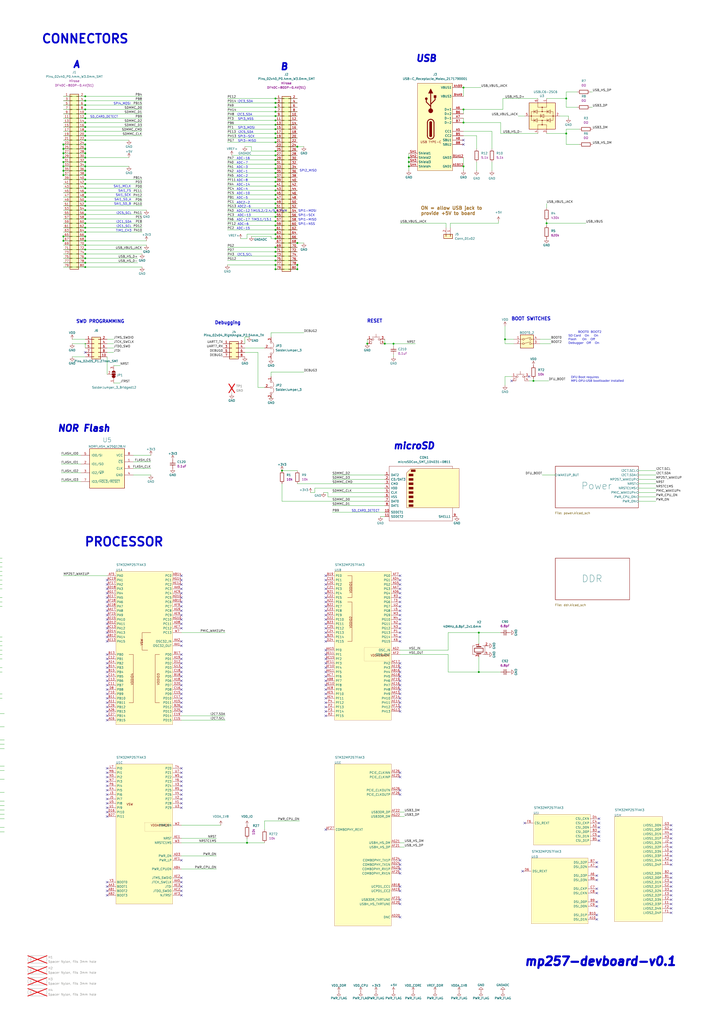
<source format=kicad_sch>
(kicad_sch (version 20250114) (generator "eeschema") (generator_version "9.0")
  (paper "A2" portrait)
  (lib_symbols
    (symbol "4ms_Capacitor:100nF_0402_16V" (pin_numbers (hide yes)) (pin_names (offset 0.254) (hide yes))
      (property "Reference" "C" (at 1.905 1.27 0))
      (property "Display" "0.1uF" (at 1.905 -1.27 0))
      (symbol "100nF_0402_16V_1_1"
        (pin passive line (at 0 2.54 270) (length 2.032) (name "~") (number "1"))
        (pin passive line (at 0 -2.54 90) (length 2.032) (name "~") (number "2"))
      )
    )
    (symbol "4ms_Capacitor:6.8pF_0402_25V" (pin_numbers (hide yes)) (pin_names (offset 0.254) (hide yes))
      (property "Reference" "C" (at 1.905 1.27 0))
      (property "Display" "6.8pF" (at 1.905 -1.27 0))
      (symbol "6.8pF_0402_25V_1_1"
        (pin passive line (at 0 2.54 270) (length 2.032) (name "~") (number "1"))
        (pin passive line (at 0 -2.54 90) (length 2.032) (name "~") (number "2"))
      )
    )
    (symbol "4ms_Connector:Conn_01x02" (pin_names (offset 1.016) (hide yes))
      (property "Reference" "J" (at 0 2.54 0))
      (property "Value" "Conn_01x02" (at 0 -5.08 0))
      (symbol "Conn_01x02_1_1"
        (pin passive line (at -5.08 0 0) (length 3.81) (name "Pin_1") (number "1"))
        (pin passive line (at -5.08 -2.54 0) (length 3.81) (name "Pin_2") (number "2"))
      )
    )
    (symbol "4ms_Connector:Pins_02x04_RightAngle_P2.54mm_TH" (pin_names (offset 1.016) (hide yes))
      (property "Reference" "J" (at 0 6.35 0))
      (property "Value" "Pins_02x04_RightAngle_P2.54mm_TH" (at 1.27 -7.62 0))
      (symbol "Pins_02x04_RightAngle_P2.54mm_TH_1_1"
        (pin passive line (at -6.35 3.81 0) (length 3.81) (name "Pin_1") (number "1"))
        (pin passive line (at -6.35 1.27 0) (length 3.81) (name "Pin_3") (number "3"))
        (pin passive line (at -6.35 -1.27 0) (length 3.81) (name "Pin_5") (number "5"))
        (pin passive line (at -6.35 -3.81 0) (length 3.81) (name "Pin_7") (number "7"))
        (pin passive line (at 6.35 3.81 180) (length 3.81) (name "Pin_2") (number "2"))
        (pin passive line (at 6.35 1.27 180) (length 3.81) (name "Pin_4") (number "4"))
        (pin passive line (at 6.35 -1.27 180) (length 3.81) (name "Pin_6") (number "6"))
        (pin passive line (at 6.35 -3.81 180) (length 3.81) (name "Pin_8") (number "8"))
      )
    )
    (symbol "4ms_Connector:Pins_02x05_P1.27mm_SMT" (pin_names (offset 1.016) (hide yes))
      (property "Reference" "J" (at 0 7.62 0))
      (property "Value" "Pins_02x05_P1.27mm_SMT" (at 0 -7.62 0))
      (symbol "Pins_02x05_P1.27mm_SMT_1_1"
        (pin passive line (at -6.35 5.08 0) (length 3.81) (name "Pin_1") (number "1"))
        (pin passive line (at -6.35 2.54 0) (length 3.81) (name "Pin_3") (number "3"))
        (pin passive line (at -6.35 0 0) (length 3.81) (name "Pin_5") (number "5"))
        (pin passive line (at -6.35 -2.54 0) (length 3.81) (name "Pin_7") (number "7"))
        (pin passive line (at -6.35 -5.08 0) (length 3.81) (name "Pin_9") (number "9"))
        (pin passive line (at 6.35 5.08 180) (length 3.81) (name "Pin_2") (number "2"))
        (pin passive line (at 6.35 2.54 180) (length 3.81) (name "Pin_4") (number "4"))
        (pin passive line (at 6.35 0 180) (length 3.81) (name "Pin_6") (number "6"))
        (pin passive line (at 6.35 -2.54 180) (length 3.81) (name "Pin_8") (number "8"))
        (pin passive line (at 6.35 -5.08 180) (length 3.81) (name "Pin_10") (number "10"))
      )
    )
    (symbol "4ms_Connector:Pins_02x40_P0.4mm_W3.0mm_SMT" (pin_names (offset 1.016) (hide yes))
      (property "Reference" "J" (at 0 50.8 0))
      (property "Value" "Pins_02x40_P0.4mm_W3.0mm_SMT" (at 0 -53.34 0))
      (symbol "Pins_02x40_P0.4mm_W3.0mm_SMT_1_1"
        (pin passive line (at -6.35 48.26 0) (length 3.81) (name "Pin_1") (number "1"))
        (pin passive line (at -6.35 45.72 0) (length 3.81) (name "Pin_3") (number "3"))
        (pin passive line (at -6.35 43.18 0) (length 3.81) (name "Pin_5") (number "5"))
        (pin passive line (at -6.35 40.64 0) (length 3.81) (name "Pin_7") (number "7"))
        (pin passive line (at -6.35 38.1 0) (length 3.81) (name "Pin_9") (number "9"))
        (pin passive line (at -6.35 35.56 0) (length 3.81) (name "Pin_11") (number "11"))
        (pin passive line (at -6.35 33.02 0) (length 3.81) (name "Pin_13") (number "13"))
        (pin passive line (at -6.35 30.48 0) (length 3.81) (name "Pin_15") (number "15"))
        (pin passive line (at -6.35 27.94 0) (length 3.81) (name "Pin_17") (number "17"))
        (pin passive line (at -6.35 25.4 0) (length 3.81) (name "Pin_19") (number "19"))
        (pin passive line (at -6.35 22.86 0) (length 3.81) (name "Pin_21") (number "21"))
        (pin passive line (at -6.35 20.32 0) (length 3.81) (name "Pin_23") (number "23"))
        (pin passive line (at -6.35 17.78 0) (length 3.81) (name "Pin_25") (number "25"))
        (pin passive line (at -6.35 15.24 0) (length 3.81) (name "Pin_27") (number "27"))
        (pin passive line (at -6.35 12.7 0) (length 3.81) (name "Pin_29") (number "29"))
        (pin passive line (at -6.35 10.16 0) (length 3.81) (name "Pin_31") (number "31"))
        (pin passive line (at -6.35 7.62 0) (length 3.81) (name "Pin_33") (number "33"))
        (pin passive line (at -6.35 5.08 0) (length 3.81) (name "Pin_35") (number "35"))
        (pin passive line (at -6.35 2.54 0) (length 3.81) (name "Pin_37") (number "37"))
        (pin passive line (at -6.35 0 0) (length 3.81) (name "Pin_39") (number "39"))
        (pin passive line (at -6.35 -2.54 0) (length 3.81) (name "Pin_41") (number "41"))
        (pin passive line (at -6.35 -5.08 0) (length 3.81) (name "Pin_43") (number "43"))
        (pin passive line (at -6.35 -7.62 0) (length 3.81) (name "Pin_45") (number "45"))
        (pin passive line (at -6.35 -10.16 0) (length 3.81) (name "Pin_47") (number "47"))
        (pin passive line (at -6.35 -12.7 0) (length 3.81) (name "Pin_49") (number "49"))
        (pin passive line (at -6.35 -15.24 0) (length 3.81) (name "Pin_51") (number "51"))
        (pin passive line (at -6.35 -17.78 0) (length 3.81) (name "Pin_53") (number "53"))
        (pin passive line (at -6.35 -20.32 0) (length 3.81) (name "Pin_55") (number "55"))
        (pin passive line (at -6.35 -22.86 0) (length 3.81) (name "Pin_57") (number "57"))
        (pin passive line (at -6.35 -25.4 0) (length 3.81) (name "Pin_59") (number "59"))
        (pin passive line (at -6.35 -27.94 0) (length 3.81) (name "Pin_61") (number "61"))
        (pin passive line (at -6.35 -30.48 0) (length 3.81) (name "Pin_63") (number "63"))
        (pin passive line (at -6.35 -33.02 0) (length 3.81) (name "Pin_65") (number "65"))
        (pin passive line (at -6.35 -35.56 0) (length 3.81) (name "Pin_67") (number "67"))
        (pin passive line (at -6.35 -38.1 0) (length 3.81) (name "Pin_69") (number "69"))
        (pin passive line (at -6.35 -40.64 0) (length 3.81) (name "Pin_71") (number "71"))
        (pin passive line (at -6.35 -43.18 0) (length 3.81) (name "Pin_73") (number "73"))
        (pin passive line (at -6.35 -45.72 0) (length 3.81) (name "Pin_75") (number "75"))
        (pin passive line (at -6.35 -48.26 0) (length 3.81) (name "Pin_77") (number "77"))
        (pin passive line (at -6.35 -50.8 0) (length 3.81) (name "Pin_79") (number "79"))
        (pin passive line (at 6.35 48.26 180) (length 3.81) (name "Pin_2") (number "2"))
        (pin passive line (at 6.35 45.72 180) (length 3.81) (name "Pin_4") (number "4"))
        (pin passive line (at 6.35 43.18 180) (length 3.81) (name "Pin_6") (number "6"))
        (pin passive line (at 6.35 40.64 180) (length 3.81) (name "Pin_8") (number "8"))
        (pin passive line (at 6.35 38.1 180) (length 3.81) (name "Pin_10") (number "10"))
        (pin passive line (at 6.35 35.56 180) (length 3.81) (name "Pin_12") (number "12"))
        (pin passive line (at 6.35 33.02 180) (length 3.81) (name "Pin_14") (number "14"))
        (pin passive line (at 6.35 30.48 180) (length 3.81) (name "Pin_16") (number "16"))
        (pin passive line (at 6.35 27.94 180) (length 3.81) (name "Pin_18") (number "18"))
        (pin passive line (at 6.35 25.4 180) (length 3.81) (name "Pin_20") (number "20"))
        (pin passive line (at 6.35 22.86 180) (length 3.81) (name "Pin_22") (number "22"))
        (pin passive line (at 6.35 20.32 180) (length 3.81) (name "Pin_24") (number "24"))
        (pin passive line (at 6.35 17.78 180) (length 3.81) (name "Pin_26") (number "26"))
        (pin passive line (at 6.35 15.24 180) (length 3.81) (name "Pin_28") (number "28"))
        (pin passive line (at 6.35 12.7 180) (length 3.81) (name "Pin_30") (number "30"))
        (pin passive line (at 6.35 10.16 180) (length 3.81) (name "Pin_32") (number "32"))
        (pin passive line (at 6.35 7.62 180) (length 3.81) (name "Pin_34") (number "34"))
        (pin passive line (at 6.35 5.08 180) (length 3.81) (name "Pin_36") (number "36"))
        (pin passive line (at 6.35 2.54 180) (length 3.81) (name "Pin_38") (number "38"))
        (pin passive line (at 6.35 0 180) (length 3.81) (name "Pin_40") (number "40"))
        (pin passive line (at 6.35 -2.54 180) (length 3.81) (name "Pin_42") (number "42"))
        (pin passive line (at 6.35 -5.08 180) (length 3.81) (name "Pin_44") (number "44"))
        (pin passive line (at 6.35 -7.62 180) (length 3.81) (name "Pin_46") (number "46"))
        (pin passive line (at 6.35 -10.16 180) (length 3.81) (name "Pin_48") (number "48"))
        (pin passive line (at 6.35 -12.7 180) (length 3.81) (name "Pin_50") (number "50"))
        (pin passive line (at 6.35 -15.24 180) (length 3.81) (name "Pin_52") (number "52"))
        (pin passive line (at 6.35 -17.78 180) (length 3.81) (name "Pin_54") (number "54"))
        (pin passive line (at 6.35 -20.32 180) (length 3.81) (name "Pin_56") (number "56"))
        (pin passive line (at 6.35 -22.86 180) (length 3.81) (name "Pin_58") (number "58"))
        (pin passive line (at 6.35 -25.4 180) (length 3.81) (name "Pin_60") (number "60"))
        (pin passive line (at 6.35 -27.94 180) (length 3.81) (name "Pin_62") (number "62"))
        (pin passive line (at 6.35 -30.48 180) (length 3.81) (name "Pin_64") (number "64"))
        (pin passive line (at 6.35 -33.02 180) (length 3.81) (name "Pin_66") (number "66"))
        (pin passive line (at 6.35 -35.56 180) (length 3.81) (name "Pin_68") (number "68"))
        (pin passive line (at 6.35 -38.1 180) (length 3.81) (name "Pin_70") (number "70"))
        (pin passive line (at 6.35 -40.64 180) (length 3.81) (name "Pin_72") (number "72"))
        (pin passive line (at 6.35 -43.18 180) (length 3.81) (name "Pin_74") (number "74"))
        (pin passive line (at 6.35 -45.72 180) (length 3.81) (name "Pin_76") (number "76"))
        (pin passive line (at 6.35 -48.26 180) (length 3.81) (name "Pin_78") (number "78"))
        (pin passive line (at 6.35 -50.8 180) (length 3.81) (name "Pin_80") (number "80"))
      )
    )
    (symbol "4ms_Connector:TestPoint" (pin_numbers (hide yes)) (pin_names (offset 0.762) (hide yes))
      (property "Reference" "TP" (at 0 6.858 0))
      (property "Value" "TestPoint" (at 0 5.08 0))
      (symbol "TestPoint_1_1"
        (pin passive line (at 0 0 90) (length 2.54) (name "1") (number "1"))
      )
    )
    (symbol "4ms_Connector:USB-C_Receptacle_Molex_2171790001"
      (property "Reference" "J" (at -3.175 -2.54 0))
      (property "Value" "USB-C_Receptacle_Molex_2171790001" (at 0 31.75 0))
      (symbol "USB-C_Receptacle_Molex_2171790001_1_0"
        (text "USB TYPE-C" (at -2.4421 -4.1676 0) (effects (font (size 1.27 1.27)) (justify top)))
        (pin passive line (at -15.24 -11.43 0) (length 5.08) (name "Shield1") (number "SH1"))
        (pin passive line (at -15.24 -13.97 0) (length 5.08) (name "Shield2") (number "SH2"))
        (pin passive line (at -15.24 -16.51 0) (length 5.08) (name "Shield3") (number "SH3"))
        (pin passive line (at -15.24 -19.05 0) (length 5.08) (name "Shield4") (number "SH4"))
        (pin passive line (at 16.51 26.67 180) (length 6.35) (name "VBUS1") (number "A4B9"))
        (pin passive line (at 16.51 21.59 180) (length 6.35) (name "VBUS3") (number "B4A9"))
        (pin passive line (at 16.51 13.97 180) (length 6.35) (name "D+1") (number "A6"))
        (pin passive line (at 16.51 11.43 180) (length 6.35) (name "D+2") (number "B6"))
        (pin passive line (at 16.51 8.89 180) (length 6.35) (name "D-1") (number "A7"))
        (pin passive line (at 16.51 6.35 180) (length 6.35) (name "D-2") (number "B7"))
        (pin passive line (at 16.51 1.27 180) (length 6.35) (name "CC1") (number "A5"))
        (pin passive line (at 16.51 -1.27 180) (length 6.35) (name "CC2") (number "B5"))
        (pin passive line (at 16.51 -3.81 180) (length 6.35) (name "SBU1") (number "A8"))
        (pin passive line (at 16.51 -6.35 180) (length 6.35) (name "SBU2") (number "B8"))
        (pin passive line (at 16.51 -13.97 180) (length 6.35) (name "GND3") (number "B1A12"))
        (pin passive line (at 16.51 -19.05 180) (length 6.35) (name "GND1") (number "A1B12"))
      )
    )
    (symbol "4ms_Connector:microSDCon_SMT_104031-0811" (pin_names (offset 1.016))
      (property "Reference" "CON" (at -16.51 13.97 0))
      (property "Value" "microSDCon_SMT_104031-0811" (at 17.78 15.24 0))
      (symbol "microSDCon_SMT_104031-0811_1_1"
        (pin input line (at -22.86 7.62 0) (length 2.54) (name "DAT2") (number "1"))
        (pin input line (at -22.86 5.08 0) (length 2.54) (name "CD/DAT3") (number "2"))
        (pin input line (at -22.86 2.54 0) (length 2.54) (name "CMD") (number "3"))
        (pin input line (at -22.86 0 0) (length 2.54) (name "VDD") (number "4"))
        (pin input line (at -22.86 -2.54 0) (length 2.54) (name "CLK") (number "5"))
        (pin input line (at -22.86 -5.08 0) (length 2.54) (name "VSS") (number "6"))
        (pin input line (at -22.86 -7.62 0) (length 2.54) (name "DAT0") (number "7"))
        (pin input line (at -22.86 -10.16 0) (length 2.54) (name "DAT1") (number "8"))
        (pin input line (at -22.86 -13.97 0) (length 2.54) (name "SDDET1") (number "10"))
        (pin input line (at -22.86 -16.51 0) (length 2.54) (name "SDDET2") (number "11"))
        (pin input line (at 19.05 -16.51 180) (length 2.54) (name "SHELL1") (number "9"))
      )
    )
    (symbol "4ms_Crystal:40MHz_6.8pF_2x1.6mm" (pin_names (offset 1.016) (hide yes))
      (property "Reference" "Y" (at 0 7.62 0))
      (property "Value" "40MHz_6.8pF_2x1.6mm" (at 0 5.08 0))
      (symbol "40MHz_6.8pF_2x1.6mm_1_1"
        (pin passive line (at -3.81 0 0) (length 1.27) (name "1") (number "1"))
        (pin passive line (at -2.54 -5.08 90) (length 1.27) (name "2") (number "2"))
        (pin passive line (at 2.54 -5.08 90) (length 1.27) (name "4") (number "4"))
        (pin passive line (at 3.81 0 180) (length 1.27) (name "3") (number "3"))
      )
    )
    (symbol "4ms_Hardware:Spacer Nylon, Unthreaded, Height=11mm, ID {gt}= 3mm, OD {lt} 6mm" (pin_names (offset 1.016))
      (property "Reference" "H" (at 0 5.08 0))
      (property "Value" "Spacer Nylon, Unthreaded, Height=11mm, ID >= 3mm, OD < 6mm" (at 0 3.175 0))
    )
    (symbol "4ms_IC:NORFLASH_W25Q128JV" (pin_names (offset 1.016))
      (property "Reference" "U?" (at 0 13.97 0))
      (property "Value" "NORFLASH_W25Q128JV" (at 0 -13.97 0))
      (symbol "NORFLASH_W25Q128JV_1_1"
        (pin bidirectional line (at -15.24 7.62 0) (length 5.08) (name "IO0/SI") (number "5"))
        (pin bidirectional line (at -15.24 2.54 0) (length 5.08) (name "IO1/SO") (number "2"))
        (pin bidirectional line (at -15.24 -2.54 0) (length 5.08) (name "IO2/~{WP}") (number "3"))
        (pin bidirectional line (at -15.24 -7.62 0) (length 5.08) (name "IO3/~{HOLD}/~{RESET}") (number "7"))
        (pin power_in line (at 15.24 7.62 180) (length 5.08) (name "VCC") (number "8"))
        (pin bidirectional line (at 15.24 3.81 180) (length 5.08) (name "~{CS}") (number "1"))
        (pin bidirectional line (at 15.24 0 180) (length 5.08) (name "CLK") (number "6"))
        (pin power_in line (at 15.24 -3.81 180) (length 5.08) (name "GND") (number "4"))
      )
    )
    (symbol "4ms_IC:STM32MP257FAKx"
      (property "Reference" "U1" (at 0 0 0))
      (property "Value" "STM32MP257FAK3" (at 0.254 3.048 0))
      (symbol "STM32MP257FAKx_1_0"
        (text "VDDIO4" (at 10.16 -66.04 900) (effects (font (size 1.27 1.27)) (justify left bottom)))
        (text "VSW" (at 15.748 -39.116 900) (effects (font (size 1.27 1.27)) (justify right bottom)))
        (text "VDDIO3" (at 25.4 -66.04 900) (effects (font (size 1.27 1.27)) (justify left bottom)))
        (pin passive line (at -5.08 -2.54 0) (length 5.08) (name "PA0") (number "AF5"))
        (pin passive line (at -5.08 -5.08 0) (length 5.08) (name "PA1") (number "AC19"))
        (pin passive line (at -5.08 -7.62 0) (length 5.08) (name "PA2") (number "AF17"))
        (pin passive line (at -5.08 -10.16 0) (length 5.08) (name "PA3") (number "AD18"))
        (pin passive line (at -5.08 -12.7 0) (length 5.08) (name "PA4") (number "AG17"))
        (pin passive line (at -5.08 -15.24 0) (length 5.08) (name "PA5") (number "AE17"))
        (pin passive line (at -5.08 -17.78 0) (length 5.08) (name "PA6") (number "AF18"))
        (pin passive line (at -5.08 -20.32 0) (length 5.08) (name "PA7") (number "AE18"))
        (pin passive line (at -5.08 -22.86 0) (length 5.08) (name "PA8") (number "AA17"))
        (pin passive line (at -5.08 -25.4 0) (length 5.08) (name "PA9") (number "AF15"))
        (pin passive line (at -5.08 -27.94 0) (length 5.08) (name "PA10") (number "AE15"))
        (pin passive line (at -5.08 -30.48 0) (length 5.08) (name "PA11") (number "AD12"))
        (pin passive line (at -5.08 -33.02 0) (length 5.08) (name "PA12") (number "AC13"))
        (pin passive line (at -5.08 -35.56 0) (length 5.08) (name "PA13") (number "AD14"))
        (pin passive line (at -5.08 -38.1 0) (length 5.08) (name "PA14") (number "AB12"))
        (pin passive line (at -5.08 -40.64 0) (length 5.08) (name "PA15") (number "AE13"))
        (pin passive line (at -5.08 -48.26 0) (length 5.08) (name "PB0") (number "B13"))
        (pin passive line (at -5.08 -50.8 0) (length 5.08) (name "PB1") (number "C12"))
        (pin passive line (at -5.08 -53.34 0) (length 5.08) (name "PB2") (number "A14"))
        (pin passive line (at -5.08 -55.88 0) (length 5.08) (name "PB3") (number "B14"))
        (pin passive line (at -5.08 -58.42 0) (length 5.08) (name "PB4") (number "B15"))
        (pin passive line (at -5.08 -60.96 0) (length 5.08) (name "PB5") (number "C14"))
        (pin passive line (at -5.08 -63.5 0) (length 5.08) (name "PB6") (number "C13"))
        (pin passive line (at -5.08 -66.04 0) (length 5.08) (name "PB7") (number "C11"))
        (pin passive line (at -5.08 -68.58 0) (length 5.08) (name "PB8") (number "D8"))
        (pin passive line (at -5.08 -71.12 0) (length 5.08) (name "PB9") (number "F10"))
        (pin passive line (at -5.08 -73.66 0) (length 5.08) (name "PB10") (number "B11"))
        (pin passive line (at -5.08 -76.2 0) (length 5.08) (name "PB11") (number "A11"))
        (pin passive line (at -5.08 -78.74 0) (length 5.08) (name "PB12") (number "C26"))
        (pin passive line (at -5.08 -81.28 0) (length 5.08) (name "PB13") (number "A26"))
        (pin passive line (at -5.08 -83.82 0) (length 5.08) (name "PB14") (number "C27"))
        (pin passive line (at -5.08 -86.36 0) (length 5.08) (name "PB15") (number "AE6"))
        (pin passive line (at 38.1 -2.54 180) (length 5.08) (name "PC0") (number "AB14"))
        (pin passive line (at 38.1 -5.08 180) (length 5.08) (name "PC1") (number "AG14"))
        (pin passive line (at 38.1 -7.62 180) (length 5.08) (name "PC2") (number "AE12"))
        (pin passive line (at 38.1 -10.16 180) (length 5.08) (name "PC3") (number "AA9"))
        (pin passive line (at 38.1 -12.7 180) (length 5.08) (name "PC4") (number "AC9"))
        (pin passive line (at 38.1 -15.24 180) (length 5.08) (name "PC5") (number "AD10"))
        (pin passive line (at 38.1 -17.78 180) (length 5.08) (name "PC6") (number "AB10"))
        (pin passive line (at 38.1 -20.32 180) (length 5.08) (name "PC7") (number "AF9"))
        (pin passive line (at 38.1 -22.86 180) (length 5.08) (name "PC8") (number "AG9"))
        (pin passive line (at 38.1 -25.4 180) (length 5.08) (name "PC9") (number "AE9"))
        (pin passive line (at 38.1 -27.94 180) (length 5.08) (name "PC10") (number "AG10"))
        (pin passive line (at 38.1 -30.48 180) (length 5.08) (name "PC11") (number "AD8"))
        (pin passive line (at 38.1 -33.02 180) (length 5.08) (name "PC12") (number "AE7"))
        (pin passive line (at 38.1 -35.56 180) (length 5.08) (name "PC13") (number "W7"))
        (pin passive line (at 38.1 -40.64 180) (length 5.08) (name "OSC32_IN") (number "AA2"))
        (pin passive line (at 38.1 -43.18 180) (length 5.08) (name "OSC32_OUT") (number "AA1"))
        (pin passive line (at 38.1 -48.26 180) (length 5.08) (name "PD0") (number "B17"))
        (pin passive line (at 38.1 -50.8 180) (length 5.08) (name "PD1") (number "A19"))
        (pin passive line (at 38.1 -53.34 180) (length 5.08) (name "PD2") (number "D12"))
        (pin passive line (at 38.1 -55.88 180) (length 5.08) (name "PD3") (number "G13"))
        (pin passive line (at 38.1 -58.42 180) (length 5.08) (name "PD4") (number "C18"))
        (pin passive line (at 38.1 -60.96 180) (length 5.08) (name "PD5") (number "B18"))
        (pin passive line (at 38.1 -63.5 180) (length 5.08) (name "PD6") (number "A18"))
        (pin passive line (at 38.1 -66.04 180) (length 5.08) (name "PD7") (number "D20"))
        (pin passive line (at 38.1 -68.58 180) (length 5.08) (name "PD8") (number "C16"))
        (pin passive line (at 38.1 -71.12 180) (length 5.08) (name "PD9") (number "C15"))
        (pin passive line (at 38.1 -73.66 180) (length 5.08) (name "PD10") (number "C17"))
        (pin passive line (at 38.1 -76.2 180) (length 5.08) (name "PD11") (number "A15"))
        (pin passive line (at 38.1 -78.74 180) (length 5.08) (name "PD12") (number "B26"))
        (pin passive line (at 38.1 -81.28 180) (length 5.08) (name "PD13") (number "D25"))
        (pin passive line (at 38.1 -83.82 180) (length 5.08) (name "PD14") (number "E19"))
        (pin passive line (at 38.1 -86.36 180) (length 5.08) (name "PD15") (number "E15"))
      )
      (symbol "STM32MP257FAKx_2_0"
        (text "VDDIO1" (at 10.16 -12.7 900) (effects (font (size 1.27 1.27)) (justify left bottom)))
        (text "VDDIO2" (at 10.16 -33.02 900) (effects (font (size 1.27 1.27)) (justify left bottom)))
        (text "VDDA18AON" (at 32.004 -49.53 0) (effects (font (size 1.27 1.27)) (justify right bottom)))
        (pin passive line (at -5.08 -2.54 0) (length 5.08) (name "PE0") (number "B19"))
        (pin passive line (at -5.08 -5.08 0) (length 5.08) (name "PE1") (number "C19"))
        (pin passive line (at -5.08 -7.62 0) (length 5.08) (name "PE2") (number "C20"))
        (pin passive line (at -5.08 -10.16 0) (length 5.08) (name "PE3") (number "C21"))
        (pin passive line (at -5.08 -12.7 0) (length 5.08) (name "PE4") (number "B21"))
        (pin passive line (at -5.08 -15.24 0) (length 5.08) (name "PE5") (number "C22"))
        (pin passive line (at -5.08 -17.78 0) (length 5.08) (name "PE6") (number "A22"))
        (pin passive line (at -5.08 -20.32 0) (length 5.08) (name "PE7") (number "B22"))
        (pin passive line (at -5.08 -22.86 0) (length 5.08) (name "PE8") (number "C23"))
        (pin passive line (at -5.08 -25.4 0) (length 5.08) (name "PE9") (number "A23"))
        (pin passive line (at -5.08 -27.94 0) (length 5.08) (name "PE10") (number "D22"))
        (pin passive line (at -5.08 -30.48 0) (length 5.08) (name "PE11") (number "B23"))
        (pin passive line (at -5.08 -33.02 0) (length 5.08) (name "PE12") (number "C25"))
        (pin passive line (at -5.08 -35.56 0) (length 5.08) (name "PE13") (number "C24"))
        (pin passive line (at -5.08 -38.1 0) (length 5.08) (name "PE14") (number "B25"))
        (pin passive line (at -5.08 -40.64 0) (length 5.08) (name "PE15") (number "D24"))
        (pin passive line (at -5.08 -45.72 0) (length 5.08) (name "PF0") (number "AA15"))
        (pin passive line (at -5.08 -48.26 0) (length 5.08) (name "PF1") (number "AE11"))
        (pin passive line (at -5.08 -50.8 0) (length 5.08) (name "PF2") (number "AC15"))
        (pin passive line (at -5.08 -53.34 0) (length 5.08) (name "PF3") (number "AF11"))
        (pin passive line (at -5.08 -55.88 0) (length 5.08) (name "PF4") (number "AF10"))
        (pin passive line (at -5.08 -58.42 0) (length 5.08) (name "PF5") (number "AA11"))
        (pin passive line (at -5.08 -60.96 0) (length 5.08) (name "PF6") (number "AC7"))
        (pin passive line (at -5.08 -63.5 0) (length 5.08) (name "PF7") (number "AB8"))
        (pin passive line (at -5.08 -66.04 0) (length 5.08) (name "PF8") (number "AE10"))
        (pin passive line (at -5.08 -68.58 0) (length 5.08) (name "PF9") (number "AE8"))
        (pin passive line (at -5.08 -71.12 0) (length 5.08) (name "PF10") (number "AE5"))
        (pin passive line (at -5.08 -73.66 0) (length 5.08) (name "PF11") (number "AE4"))
        (pin passive line (at -5.08 -76.2 0) (length 5.08) (name "PF12") (number "P4"))
        (pin passive line (at -5.08 -78.74 0) (length 5.08) (name "PF13") (number "P2"))
        (pin passive line (at -5.08 -81.28 0) (length 5.08) (name "PF14") (number "P3"))
        (pin passive line (at -5.08 -83.82 0) (length 5.08) (name "PF15") (number "R2"))
        (pin passive line (at 38.1 -2.54 180) (length 5.08) (name "PG0") (number "AF7"))
        (pin passive line (at 38.1 -5.08 180) (length 5.08) (name "PG1") (number "AD4"))
        (pin passive line (at 38.1 -7.62 180) (length 5.08) (name "PG2") (number "AG5"))
        (pin passive line (at 38.1 -10.16 180) (length 5.08) (name "PG3") (number "AA7"))
        (pin passive line (at 38.1 -12.7 180) (length 5.08) (name "PG4") (number "AD6"))
        (pin passive line (at 38.1 -15.24 180) (length 5.08) (name "PG5") (number "R3"))
        (pin passive line (at 38.1 -17.78 180) (length 5.08) (name "PG6") (number "T3"))
        (pin passive line (at 38.1 -20.32 180) (length 5.08) (name "PG7") (number "U2"))
        (pin passive line (at 38.1 -22.86 180) (length 5.08) (name "PG8") (number "L5"))
        (pin passive line (at 38.1 -25.4 180) (length 5.08) (name "PG9") (number "M3"))
        (pin passive line (at 38.1 -27.94 180) (length 5.08) (name "PG10") (number "M4"))
        (pin passive line (at 38.1 -30.48 180) (length 5.08) (name "PG11") (number "N2"))
        (pin passive line (at 38.1 -33.02 180) (length 5.08) (name "PG12") (number "N3"))
        (pin passive line (at 38.1 -35.56 180) (length 5.08) (name "PG13") (number "P1"))
        (pin passive line (at 38.1 -38.1 180) (length 5.08) (name "PG14") (number "N1"))
        (pin passive line (at 38.1 -40.64 180) (length 5.08) (name "PG15") (number "K6"))
        (pin passive line (at 38.1 -45.72 180) (length 5.08) (name "OSC_IN") (number "AG2"))
        (pin passive line (at 38.1 -48.26 180) (length 5.08) (name "OSC_OUT") (number "AF2"))
        (pin passive line (at 38.1 -53.34 180) (length 5.08) (name "PH2") (number "AC17"))
        (pin passive line (at 38.1 -55.88 180) (length 5.08) (name "PH3") (number "AE19"))
        (pin passive line (at 38.1 -58.42 180) (length 5.08) (name "PH4") (number "AB16"))
        (pin passive line (at 38.1 -60.96 180) (length 5.08) (name "PH5") (number "AG18"))
        (pin passive line (at 38.1 -63.5 180) (length 5.08) (name "PH6") (number "AF19"))
        (pin passive line (at 38.1 -66.04 180) (length 5.08) (name "PH7") (number "AE16"))
        (pin passive line (at 38.1 -68.58 180) (length 5.08) (name "PH8") (number "AD16"))
        (pin passive line (at 38.1 -71.12 180) (length 5.08) (name "PH9") (number "AA13"))
        (pin passive line (at 38.1 -73.66 180) (length 5.08) (name "PH10") (number "AF14"))
        (pin passive line (at 38.1 -76.2 180) (length 5.08) (name "PH11") (number "AE14"))
        (pin passive line (at 38.1 -78.74 180) (length 5.08) (name "PH12") (number "AF13"))
        (pin passive line (at 38.1 -81.28 180) (length 5.08) (name "PH13") (number "AG13"))
      )
      (symbol "STM32MP257FAKx_3_0"
        (text "VSW" (at 6.096 -24.13 0) (effects (font (size 1.27 1.27)) (justify left bottom)))
        (text "VDDA18AON" (at 31.242 -36.322 0) (effects (font (size 1.27 1.27)) (justify right bottom)))
        (pin passive line (at -5.08 -2.54 0) (length 5.08) (name "PI0") (number "L7"))
        (pin passive line (at -5.08 -5.08 0) (length 5.08) (name "PI1") (number "M6"))
        (pin passive line (at -5.08 -7.62 0) (length 5.08) (name "PI2") (number "N5"))
        (pin passive line (at -5.08 -10.16 0) (length 5.08) (name "PI3") (number "N7"))
        (pin passive line (at -5.08 -12.7 0) (length 5.08) (name "PI4") (number "P6"))
        (pin passive line (at -5.08 -15.24 0) (length 5.08) (name "PI5") (number "K4"))
        (pin passive line (at -5.08 -17.78 0) (length 5.08) (name "PI6") (number "J3"))
        (pin passive line (at -5.08 -20.32 0) (length 5.08) (name "PI7") (number "J5"))
        (pin passive line (at -5.08 -22.86 0) (length 5.08) (name "PI8") (number "U5"))
        (pin passive line (at -5.08 -25.4 0) (length 5.08) (name "PI9") (number "U1"))
        (pin passive line (at -5.08 -27.94 0) (length 5.08) (name "PI10") (number "D16"))
        (pin passive line (at -5.08 -30.48 0) (length 5.08) (name "PI11") (number "B27"))
        (pin passive line (at -5.08 -68.58 0) (length 5.08) (name "BOOT0") (number "Y3"))
        (pin passive line (at -5.08 -71.12 0) (length 5.08) (name "BOOT1") (number "AA3"))
        (pin passive line (at -5.08 -73.66 0) (length 5.08) (name "BOOT2") (number "AB1"))
        (pin passive line (at -5.08 -76.2 0) (length 5.08) (name "BOOT3") (number "AB2"))
        (pin passive line (at 38.1 -2.54 180) (length 5.08) (name "PZ0") (number "T4"))
        (pin passive line (at 38.1 -5.08 180) (length 5.08) (name "PZ1") (number "U7"))
        (pin passive line (at 38.1 -7.62 180) (length 5.08) (name "PZ2") (number "W5"))
        (pin passive line (at 38.1 -10.16 180) (length 5.08) (name "PZ3") (number "Y6"))
        (pin passive line (at 38.1 -12.7 180) (length 5.08) (name "PZ4") (number "V3"))
        (pin passive line (at 38.1 -15.24 180) (length 5.08) (name "PZ5") (number "R5"))
        (pin passive line (at 38.1 -17.78 180) (length 5.08) (name "PZ6") (number "V4"))
        (pin passive line (at 38.1 -20.32 180) (length 5.08) (name "PZ7") (number "V2"))
        (pin passive line (at 38.1 -22.86 180) (length 5.08) (name "PZ8") (number "V1"))
        (pin passive line (at 38.1 -25.4 180) (length 5.08) (name "PZ9") (number "U3"))
        (pin passive line (at 38.1 -35.56 180) (length 5.08) (name "PDR_ON") (number "W2"))
        (pin passive line (at 38.1 -43.18 180) (length 5.08) (name "NRST") (number "AE1"))
        (pin passive line (at 38.1 -45.72 180) (length 5.08) (name "NRSTC1MS") (number "W3"))
        (pin passive line (at 38.1 -53.34 180) (length 5.08) (name "PWR_ON") (number "AD3"))
        (pin passive line (at 38.1 -55.88 180) (length 5.08) (name "PWR_LP") (number "AF1"))
        (pin passive line (at 38.1 -60.96 180) (length 5.08) (name "PWR_CPUON") (number "AB4"))
        (pin passive line (at 38.1 -66.04 180) (length 5.08) (name "JTMS_SWDIO") (number "AE2"))
        (pin passive line (at 38.1 -68.58 180) (length 5.08) (name "JTCK_SWCLK") (number "AA5"))
        (pin passive line (at 38.1 -71.12 180) (length 5.08) (name "JTDI") (number "AE3"))
        (pin passive line (at 38.1 -73.66 180) (length 5.08) (name "JTDO_SWDO") (number "AC2"))
        (pin passive line (at 38.1 -76.2 180) (length 5.08) (name "NJTRST") (number "AF3"))
      )
      (symbol "STM32MP257FAKx_4_0"
        (pin passive line (at -5.08 -7.62 0) (length 5.08) (name "DSI_REXT") (number "D6"))
        (pin passive line (at 38.1 -2.54 180) (length 5.08) (name "DSI_D2P") (number "B7"))
        (pin passive line (at 38.1 -5.08 180) (length 5.08) (name "DSI_D2N") (number "A7"))
        (pin passive line (at 38.1 -10.16 180) (length 5.08) (name "DSI_D3P") (number "A6"))
        (pin passive line (at 38.1 -12.7 180) (length 5.08) (name "DSI_D3N") (number "B6"))
        (pin passive line (at 38.1 -17.78 180) (length 5.08) (name "DSI_CKP") (number "C7"))
        (pin passive line (at 38.1 -20.32 180) (length 5.08) (name "DSI_CKN") (number "C8"))
        (pin passive line (at 38.1 -25.4 180) (length 5.08) (name "DSI_D0P") (number "B9"))
        (pin passive line (at 38.1 -27.94 180) (length 5.08) (name "DSI_D0N") (number "C9"))
        (pin passive line (at 38.1 -33.02 180) (length 5.08) (name "DSI_D1P") (number "B10"))
        (pin passive line (at 38.1 -35.56 180) (length 5.08) (name "DSI_D1N") (number "A10"))
      )
      (symbol "STM32MP257FAKx_5_0"
        (pin passive line (at -5.08 -38.1 0) (length 5.08) (name "COMBOPHY_REXT") (number "AF27"))
        (pin passive line (at 38.1 -5.08 180) (length 5.08) (name "PCIE_CLKINN") (number "AE26"))
        (pin passive line (at 38.1 -7.62 180) (length 5.08) (name "PCIE_CLKINP") (number "AE25"))
        (pin passive line (at 38.1 -15.24 180) (length 5.08) (name "PCIE_CLKOUTN") (number "AG26"))
        (pin passive line (at 38.1 -17.78 180) (length 5.08) (name "PCIE_CLKOUTP") (number "AF26"))
        (pin passive line (at 38.1 -27.94 180) (length 5.08) (name "USB3DR_DP") (number "AF22"))
        (pin passive line (at 38.1 -30.48 180) (length 5.08) (name "USB3DR_DM") (number "AG22"))
        (pin passive line (at 38.1 -45.72 180) (length 5.08) (name "USBH_HS_DM") (number "AG21"))
        (pin passive line (at 38.1 -48.26 180) (length 5.08) (name "USBH_HS_DP") (number "AF21"))
        (pin passive line (at 38.1 -55.88 180) (length 5.08) (name "COMBOPHY_TX1P") (number "AE24"))
        (pin passive line (at 38.1 -58.42 180) (length 5.08) (name "COMBOPHY_TX1N") (number "AD24"))
        (pin passive line (at 38.1 -60.96 180) (length 5.08) (name "COMBOPHY_RX1P") (number "AG25"))
        (pin passive line (at 38.1 -63.5 180) (length 5.08) (name "COMBOPHY_RX1N") (number "AF25"))
        (pin passive line (at 38.1 -71.12 180) (length 5.08) (name "UCPD1_CC1") (number "AB18"))
        (pin passive line (at 38.1 -73.66 180) (length 5.08) (name "UCPD1_CC2") (number "AA19"))
        (pin passive line (at 38.1 -78.74 180) (length 5.08) (name "USB3DR_TXRTUNE") (number "AF23"))
        (pin passive line (at 38.1 -81.28 180) (length 5.08) (name "USBH_HS_TXRTUNE") (number "AE20"))
        (pin passive line (at 38.1 -88.9 180) (length 5.08) (name "DNC") (number "AD20"))
      )
      (symbol "STM32MP257FAKx_6_0"
        (pin passive line (at -5.08 -2.54 0) (length 5.08) (name "DDR_DQ0") (number "AB26"))
        (pin passive line (at -5.08 -5.08 0) (length 5.08) (name "DDR_DQ1") (number "AC26"))
        (pin passive line (at -5.08 -7.62 0) (length 5.08) (name "DDR_DQ2") (number "AB27"))
        (pin passive line (at -5.08 -10.16 0) (length 5.08) (name "DDR_DQ3") (number "AC27"))
        (pin passive line (at -5.08 -12.7 0) (length 5.08) (name "DDR_DQ4") (number "W25"))
        (pin passive line (at -5.08 -15.24 0) (length 5.08) (name "DDR_DQ5") (number "W27"))
        (pin passive line (at -5.08 -17.78 0) (length 5.08) (name "DDR_DQ6") (number "W26"))
        (pin passive line (at -5.08 -20.32 0) (length 5.08) (name "DDR_DQ7") (number "Y25"))
        (pin passive line (at -5.08 -22.86 0) (length 5.08) (name "DDR_DQS0P") (number "AA25"))
        (pin passive line (at -5.08 -25.4 0) (length 5.08) (name "DDR_DQS0N") (number "AA26"))
        (pin passive line (at -5.08 -27.94 0) (length 5.08) (name "DDR_DQM0") (number "AB25"))
        (pin passive line (at -5.08 -33.02 0) (length 5.08) (name "DDR_DQ8") (number "R27"))
        (pin passive line (at -5.08 -35.56 0) (length 5.08) (name "DDR_DQ9") (number "R26"))
        (pin passive line (at -5.08 -38.1 0) (length 5.08) (name "DDR_DQ10") (number "P27"))
        (pin passive line (at -5.08 -40.64 0) (length 5.08) (name "DDR_DQ11") (number "P26"))
        (pin passive line (at -5.08 -43.18 0) (length 5.08) (name "DDR_DQ12") (number "V26"))
        (pin passive line (at -5.08 -45.72 0) (length 5.08) (name "DDR_DQ13") (number "V27"))
        (pin passive line (at -5.08 -48.26 0) (length 5.08) (name "DDR_DQ14") (number "V25"))
        (pin passive line (at -5.08 -50.8 0) (length 5.08) (name "DDR_DQ15") (number "U25"))
        (pin passive line (at -5.08 -53.34 0) (length 5.08) (name "DDR_DQS1P") (number "T25"))
        (pin passive line (at -5.08 -55.88 0) (length 5.08) (name "DDR_DQS1N") (number "R25"))
        (pin passive line (at -5.08 -58.42 0) (length 5.08) (name "DDR_DQM1") (number "U26"))
        (pin passive line (at -5.08 -63.5 0) (length 5.08) (name "DDR_DQ16") (number "F25"))
        (pin passive line (at -5.08 -66.04 0) (length 5.08) (name "DDR_DQ17") (number "E26"))
        (pin passive line (at -5.08 -68.58 0) (length 5.08) (name "DDR_DQ18") (number "F24"))
        (pin passive line (at -5.08 -71.12 0) (length 5.08) (name "DDR_DQ19") (number "E25"))
        (pin passive line (at -5.08 -73.66 0) (length 5.08) (name "DDR_DQ20") (number "J25"))
        (pin passive line (at -5.08 -76.2 0) (length 5.08) (name "DDR_DQ21") (number "H25"))
        (pin passive line (at -5.08 -78.74 0) (length 5.08) (name "DDR_DQ22") (number "G26"))
        (pin passive line (at -5.08 -81.28 0) (length 5.08) (name "DDR_DQ23") (number "G25"))
        (pin passive line (at -5.08 -83.82 0) (length 5.08) (name "DDR_DQS2P") (number "F27"))
        (pin passive line (at -5.08 -86.36 0) (length 5.08) (name "DDR_DQS2N") (number "F26"))
        (pin passive line (at -5.08 -88.9 0) (length 5.08) (name "DDR_DQM2") (number "G27"))
        (pin passive line (at -5.08 -93.98 0) (length 5.08) (name "DDR_DQ24") (number "J26"))
        (pin passive line (at -5.08 -96.52 0) (length 5.08) (name "DDR_DQ25") (number "K25"))
        (pin passive line (at -5.08 -99.06 0) (length 5.08) (name "DDR_DQ26") (number "K26"))
        (pin passive line (at -5.08 -101.6 0) (length 5.08) (name "DDR_DQ27") (number "K27"))
        (pin passive line (at -5.08 -104.14 0) (length 5.08) (name "DDR_DQ28") (number "L25"))
        (pin passive line (at -5.08 -106.68 0) (length 5.08) (name "DDR_DQ29") (number "N25"))
        (pin passive line (at -5.08 -109.22 0) (length 5.08) (name "DDR_DQ30") (number "N26"))
        (pin passive line (at -5.08 -111.76 0) (length 5.08) (name "DDR_DQ31") (number "P25"))
        (pin passive line (at -5.08 -114.3 0) (length 5.08) (name "DDR_DQS3P") (number "L26"))
        (pin passive line (at -5.08 -116.84 0) (length 5.08) (name "DDR_DQS3N") (number "L27"))
        (pin passive line (at -5.08 -119.38 0) (length 5.08) (name "DDR_DQM3") (number "M25"))
        (pin passive line (at 60.96 -2.54 180) (length 5.08) (name "DDR_A0") (number "U21"))
        (pin passive line (at 60.96 -5.08 180) (length 5.08) (name "DDR_A1") (number "AD25"))
        (pin passive line (at 60.96 -7.62 180) (length 5.08) (name "DDR_A2") (number "V24"))
        (pin passive line (at 60.96 -10.16 180) (length 5.08) (name "DDR_A3") (number "P22"))
        (pin passive line (at 60.96 -12.7 180) (length 5.08) (name "DDR_A4") (number "U23"))
        (pin passive line (at 60.96 -15.24 180) (length 5.08) (name "DDR_A5") (number "T24"))
        (pin passive line (at 60.96 -17.78 180) (length 5.08) (name "DDR_A6") (number "Y24"))
        (pin passive line (at 60.96 -20.32 180) (length 5.08) (name "DDR_A7") (number "AC25"))
        (pin passive line (at 60.96 -22.86 180) (length 5.08) (name "DDR_A8") (number "V22"))
        (pin passive line (at 60.96 -25.4 180) (length 5.08) (name "DDR_A9") (number "T22"))
        (pin passive line (at 60.96 -27.94 180) (length 5.08) (name "DDR_A10") (number "R23"))
        (pin passive line (at 60.96 -30.48 180) (length 5.08) (name "DDR_A11") (number "P24"))
        (pin passive line (at 60.96 -33.02 180) (length 5.08) (name "DDR_A12") (number "L23"))
        (pin passive line (at 60.96 -35.56 180) (length 5.08) (name "DDR_A13") (number "K24"))
        (pin passive line (at 60.96 -38.1 180) (length 5.08) (name "DDR_A14") (number "M24"))
        (pin passive line (at 60.96 -40.64 180) (length 5.08) (name "DDR_A15") (number "N23"))
        (pin passive line (at 60.96 -43.18 180) (length 5.08) (name "DDR_A16") (number "J23"))
        (pin passive line (at 60.96 -45.72 180) (length 5.08) (name "DDR_A17") (number "H24"))
        (pin passive line (at 60.96 -48.26 180) (length 5.08) (name "DDR_A18") (number "G23"))
        (pin passive line (at 60.96 -50.8 180) (length 5.08) (name "DDR_A19") (number "L21"))
        (pin passive line (at 60.96 -53.34 180) (length 5.08) (name "DDR_A20") (number "J21"))
        (pin passive line (at 60.96 -55.88 180) (length 5.08) (name "DDR_A21") (number "H22"))
        (pin passive line (at 60.96 -58.42 180) (length 5.08) (name "DDR_A22") (number "F22"))
        (pin passive line (at 60.96 -60.96 180) (length 5.08) (name "DDR_A23") (number "E23"))
        (pin passive line (at 60.96 -66.04 180) (length 5.08) (name "DDR_A25") (number "W21"))
        (pin passive line (at 60.96 -68.58 180) (length 5.08) (name "DDR_A26") (number "AB24"))
        (pin passive line (at 60.96 -71.12 180) (length 5.08) (name "DDR_A27") (number "AA23"))
        (pin passive line (at 60.96 -73.66 180) (length 5.08) (name "DDR_A28") (number "AC23"))
        (pin passive line (at 60.96 -76.2 180) (length 5.08) (name "DDR_A29") (number "Y22"))
        (pin passive line (at 60.96 -78.74 180) (length 5.08) (name "DDR_A30") (number "AA21"))
        (pin passive line (at 60.96 -81.28 180) (length 5.08) (name "DDR_A31") (number "W23"))
        (pin passive line (at 60.96 -91.44 180) (length 5.08) (name "DDR_RESETN") (number "E21"))
        (pin passive line (at 60.96 -101.6 180) (length 5.08) (name "DDR_VREF") (number "G21"))
        (pin passive line (at 60.96 -116.84 180) (length 5.08) (name "DDR_ZQ") (number "K22"))
      )
      (symbol "STM32MP257FAKx_7_0"
        (pin passive line (at -5.08 -2.54 0) (length 5.08) (name "VDDCORE") (number "1C1"))
        (pin passive line (at -5.08 -5.08 0) (length 5.08) (name "VDDCORE") (number "1C3"))
        (pin passive line (at -5.08 -7.62 0) (length 5.08) (name "VDDCORE") (number "1C5"))
        (pin passive line (at -5.08 -10.16 0) (length 5.08) (name "VDDCORE") (number "1D2"))
        (pin passive line (at -5.08 -12.7 0) (length 5.08) (name "VDDCORE") (number "1D4"))
        (pin passive line (at -5.08 -15.24 0) (length 5.08) (name "VDDCORE") (number "1E3"))
        (pin passive line (at -5.08 -17.78 0) (length 5.08) (name "VDDCORE") (number "1E5"))
        (pin passive line (at -5.08 -20.32 0) (length 5.08) (name "VDDCORE") (number "1F2"))
        (pin passive line (at -5.08 -22.86 0) (length 5.08) (name "VDDCORE") (number "1F4"))
        (pin passive line (at -5.08 -27.94 0) (length 5.08) (name "VDDGPU") (number "1G7"))
        (pin passive line (at -5.08 -30.48 0) (length 5.08) (name "VDDGPU") (number "1G9"))
        (pin passive line (at -5.08 -33.02 0) (length 5.08) (name "VDDGPU") (number "1H6"))
        (pin passive line (at -5.08 -35.56 0) (length 5.08) (name "VDDGPU") (number "1H8"))
        (pin passive line (at -5.08 -38.1 0) (length 5.08) (name "VDDGPU") (number "1H10"))
        (pin passive line (at -5.08 -40.64 0) (length 5.08) (name "VDDGPU") (number "1L7"))
        (pin passive line (at -5.08 -43.18 0) (length 5.08) (name "VDDGPU") (number "1L9"))
        (pin passive line (at -5.08 -45.72 0) (length 5.08) (name "VDDGPU") (number "1M6"))
        (pin passive line (at -5.08 -48.26 0) (length 5.08) (name "VDDGPU") (number "1M8"))
        (pin passive line (at -5.08 -50.8 0) (length 5.08) (name "VDDGPU") (number "1M10"))
        (pin passive line (at -5.08 -55.88 0) (length 5.08) (name "VDDCPU") (number "F18"))
        (pin passive line (at -5.08 -58.42 0) (length 5.08) (name "VDDCPU") (number "G15"))
        (pin passive line (at -5.08 -60.96 0) (length 5.08) (name "VDDCPU") (number "G17"))
        (pin passive line (at -5.08 -63.5 0) (length 5.08) (name "VDDCPU") (number "1C7"))
        (pin passive line (at -5.08 -66.04 0) (length 5.08) (name "VDDCPU") (number "1C9"))
        (pin passive line (at -5.08 -68.58 0) (length 5.08) (name "VDDCPU") (number "1D6"))
        (pin passive line (at -5.08 -71.12 0) (length 5.08) (name "VDDCPU") (number "1D8"))
        (pin passive line (at -5.08 -73.66 0) (length 5.08) (name "VDDCPU") (number "1D10"))
        (pin passive line (at -5.08 -78.74 0) (length 5.08) (name "VDD") (number "1L1"))
        (pin passive line (at -5.08 -81.28 0) (length 5.08) (name "VDD") (number "1L3"))
        (pin passive line (at -5.08 -83.82 0) (length 5.08) (name "VDD") (number "1L5"))
        (pin passive line (at -5.08 -86.36 0) (length 5.08) (name "VDD") (number "1M2"))
        (pin passive line (at -5.08 -88.9 0) (length 5.08) (name "VDD") (number "1M4"))
        (pin passive line (at -5.08 -93.98 0) (length 5.08) (name "VDDQDDR") (number "M22"))
        (pin passive line (at -5.08 -96.52 0) (length 5.08) (name "VDDQDDR") (number "N21"))
        (pin passive line (at -5.08 -99.06 0) (length 5.08) (name "VDDQDDR") (number "R21"))
        (pin passive line (at -5.08 -101.6 0) (length 5.08) (name "VDDQDDR") (number "1C11"))
        (pin passive line (at -5.08 -104.14 0) (length 5.08) (name "VDDQDDR") (number "1D12"))
        (pin passive line (at -5.08 -106.68 0) (length 5.08) (name "VDDQDDR") (number "1E11"))
        (pin passive line (at -5.08 -109.22 0) (length 5.08) (name "VDDQDDR") (number "1F12"))
        (pin passive line (at -5.08 -111.76 0) (length 5.08) (name "VDDQDDR") (number "1L11"))
        (pin passive line (at -5.08 -114.3 0) (length 5.08) (name "VDDQDDR") (number "1M12"))
        (pin passive line (at -5.08 -129.54 0) (length 5.08) (name "VBAT") (number "T6"))
        (pin passive line (at -5.08 -137.16 0) (length 5.08) (name "V08CAP") (number "R7"))
        (pin passive line (at -5.08 -154.94 0) (length 5.08) (name "VDD33USB") (number "AE21"))
        (pin passive line (at -5.08 -157.48 0) (length 5.08) (name "VDD33UCPD") (number "AE22"))
        (pin passive line (at -5.08 -170.18 0) (length 5.08) (name "VDDCOMBOPHY") (number "AB20"))
        (pin passive line (at -5.08 -172.72 0) (length 5.08) (name "VDDCOMBOPHYTX") (number "AB22"))
        (pin passive line (at -5.08 -175.26 0) (length 5.08) (name "VDDPCIECLK") (number "AC21"))
        (pin passive line (at -5.08 -182.88 0) (length 5.08) (name "VDDDSI") (number "F8"))
        (pin passive line (at -5.08 -193.04 0) (length 5.08) (name "VREFN") (number "AF6"))
        (pin passive line (at -5.08 -195.58 0) (length 5.08) (name "VREFP") (number "AG6"))
        (pin passive line (at -5.08 -203.2 0) (length 5.08) (name "VDDLVDS") (number "F4"))
        (pin passive line (at -5.08 -210.82 0) (length 5.08) (name "VDDCSI") (number "E5"))
        (pin passive line (at -5.08 -223.52 0) (length 5.08) (name "VDDIO1") (number "D14"))
        (pin passive line (at -5.08 -226.06 0) (length 5.08) (name "VDDIO1") (number "E13"))
        (pin passive line (at -5.08 -238.76 0) (length 5.08) (name "VDDIO2") (number "D18"))
        (pin passive line (at -5.08 -241.3 0) (length 5.08) (name "VDDIO2") (number "E17"))
        (pin passive line (at -5.08 -248.92 0) (length 5.08) (name "VDDIO3") (number "D10"))
        (pin passive line (at -5.08 -251.46 0) (length 5.08) (name "VDDIO3") (number "E11"))
        (pin passive line (at -5.08 -259.08 0) (length 5.08) (name "VDDIO4") (number "E9"))
        (pin passive line (at -5.08 -261.62 0) (length 5.08) (name "VDDIO4") (number "G11"))
        (pin passive line (at 66.04 -2.54 180) (length 5.08) (name "VSS") (number "A1"))
        (pin passive line (at 66.04 -5.08 180) (length 5.08) (name "VSS") (number "A2"))
        (pin passive line (at 66.04 -7.62 180) (length 5.08) (name "VSS") (number "A27"))
        (pin passive line (at 66.04 -10.16 180) (length 5.08) (name "VSS") (number "AC11"))
        (pin passive line (at 66.04 -12.7 180) (length 5.08) (name "VSS") (number "AG1"))
        (pin passive line (at 66.04 -15.24 180) (length 5.08) (name "VSS") (number "AG27"))
        (pin passive line (at 66.04 -17.78 180) (length 5.08) (name "VSS") (number "C6"))
        (pin passive line (at 66.04 -20.32 180) (length 5.08) (name "VSS") (number "C10"))
        (pin passive line (at 66.04 -22.86 180) (length 5.08) (name "VSS") (number "E7"))
        (pin passive line (at 66.04 -25.4 180) (length 5.08) (name "VSS") (number "F3"))
        (pin passive line (at 66.04 -27.94 180) (length 5.08) (name "VSS") (number "F12"))
        (pin passive line (at 66.04 -30.48 180) (length 5.08) (name "VSS") (number "F14"))
        (pin passive line (at 66.04 -33.02 180) (length 5.08) (name "VSS") (number "F16"))
        (pin passive line (at 66.04 -35.56 180) (length 5.08) (name "VSS") (number "J7"))
        (pin passive line (at 66.04 -38.1 180) (length 5.08) (name "VSS") (number "K3"))
        (pin passive line (at 66.04 -40.64 180) (length 5.08) (name "VSS") (number "V6"))
        (pin passive line (at 66.04 -43.18 180) (length 5.08) (name "VSS") (number "Y4"))
        (pin passive line (at 66.04 -45.72 180) (length 5.08) (name "VSS") (number "1A1"))
        (pin passive line (at 66.04 -48.26 180) (length 5.08) (name "VSS") (number "1A3"))
        (pin passive line (at 66.04 -50.8 180) (length 5.08) (name "VSS") (number "1A5"))
        (pin passive line (at 66.04 -53.34 180) (length 5.08) (name "VSS") (number "1A7"))
        (pin passive line (at 66.04 -55.88 180) (length 5.08) (name "VSS") (number "1A9"))
        (pin passive line (at 66.04 -58.42 180) (length 5.08) (name "VSS") (number "1A11"))
        (pin passive line (at 66.04 -60.96 180) (length 5.08) (name "VSS") (number "1B2"))
        (pin passive line (at 66.04 -63.5 180) (length 5.08) (name "VSS") (number "1B4"))
        (pin passive line (at 66.04 -66.04 180) (length 5.08) (name "VSS") (number "1B6"))
        (pin passive line (at 66.04 -68.58 180) (length 5.08) (name "VSS") (number "1B8"))
        (pin passive line (at 66.04 -71.12 180) (length 5.08) (name "VSS") (number "1B10"))
        (pin passive line (at 66.04 -73.66 180) (length 5.08) (name "VSS") (number "1B12"))
        (pin passive line (at 66.04 -76.2 180) (length 5.08) (name "VSS") (number "1E7"))
        (pin passive line (at 66.04 -78.74 180) (length 5.08) (name "VSS") (number "1E9"))
        (pin passive line (at 66.04 -81.28 180) (length 5.08) (name "VSS") (number "1F6"))
        (pin passive line (at 66.04 -83.82 180) (length 5.08) (name "VSS") (number "1F8"))
        (pin passive line (at 66.04 -86.36 180) (length 5.08) (name "VSS") (number "1F10"))
        (pin passive line (at 66.04 -88.9 180) (length 5.08) (name "VSS") (number "1G1"))
        (pin passive line (at 66.04 -91.44 180) (length 5.08) (name "VSS") (number "1G3"))
        (pin passive line (at 66.04 -93.98 180) (length 5.08) (name "VSS") (number "1G5"))
        (pin passive line (at 66.04 -96.52 180) (length 5.08) (name "VSS") (number "1G11"))
        (pin passive line (at 66.04 -99.06 180) (length 5.08) (name "VSS") (number "1H2"))
        (pin passive line (at 66.04 -101.6 180) (length 5.08) (name "VSS") (number "1H4"))
        (pin passive line (at 66.04 -104.14 180) (length 5.08) (name "VSS") (number "1H12"))
        (pin passive line (at 66.04 -106.68 180) (length 5.08) (name "VSS") (number "1J1"))
        (pin passive line (at 66.04 -109.22 180) (length 5.08) (name "VSS") (number "1J3"))
        (pin passive line (at 66.04 -111.76 180) (length 5.08) (name "VSS") (number "1J5"))
        (pin passive line (at 66.04 -114.3 180) (length 5.08) (name "VSS") (number "1J7"))
        (pin passive line (at 66.04 -116.84 180) (length 5.08) (name "VSS") (number "1J9"))
        (pin passive line (at 66.04 -119.38 180) (length 5.08) (name "VSS") (number "1J11"))
        (pin passive line (at 66.04 -121.92 180) (length 5.08) (name "VSS") (number "1K2"))
        (pin passive line (at 66.04 -124.46 180) (length 5.08) (name "VSS") (number "1K4"))
        (pin passive line (at 66.04 -127 180) (length 5.08) (name "VSS") (number "1K6"))
        (pin passive line (at 66.04 -129.54 180) (length 5.08) (name "VSS") (number "1K8"))
        (pin passive line (at 66.04 -132.08 180) (length 5.08) (name "VSS") (number "1K10"))
        (pin passive line (at 66.04 -134.62 180) (length 5.08) (name "VSS") (number "1K12"))
        (pin passive line (at 66.04 -142.24 180) (length 5.08) (name "VSSAON") (number "AC3"))
        (pin passive line (at 66.04 -144.78 180) (length 5.08) (name "VSSA") (number "AC5"))
        (pin passive line (at 66.04 -157.48 180) (length 5.08) (name "VDDA18ADC") (number "AB6"))
        (pin passive line (at 66.04 -167.64 180) (length 5.08) (name "VDDA18USB") (number "AD22"))
        (pin passive line (at 66.04 -177.8 180) (length 5.08) (name "VDDA18COMBOPHY") (number "AE23"))
        (pin passive line (at 66.04 -187.96 180) (length 5.08) (name "VDDA18DSI") (number "G9"))
        (pin passive line (at 66.04 -203.2 180) (length 5.08) (name "VDDA18LVDS") (number "G5"))
        (pin passive line (at 66.04 -213.36 180) (length 5.08) (name "VDDA18CSI") (number "G7"))
        (pin passive line (at 66.04 -226.06 180) (length 5.08) (name "VDDA18DDR") (number "F20"))
        (pin passive line (at 66.04 -238.76 180) (length 5.08) (name "VDDA18AON") (number "AB3"))
        (pin passive line (at 66.04 -251.46 180) (length 5.08) (name "VDDA18PLL2") (number "H6"))
        (pin passive line (at 66.04 -254 180) (length 5.08) (name "VDDA18PLL1") (number "G19"))
        (pin passive line (at 66.04 -256.54 180) (length 5.08) (name "VDDA18PLL3") (number "1E1"))
      )
      (symbol "STM32MP257FAKx_8_0"
        (pin passive line (at 33.02 -5.08 180) (length 5.08) (name "LVDS1_D0N") (number "G3"))
        (pin passive line (at 33.02 -7.62 180) (length 5.08) (name "LVDS1_D0P") (number "G2"))
        (pin passive line (at 33.02 -10.16 180) (length 5.08) (name "LVDS1_D1N") (number "H4"))
        (pin passive line (at 33.02 -12.7 180) (length 5.08) (name "LVDS1_D1P") (number "H3"))
        (pin passive line (at 33.02 -15.24 180) (length 5.08) (name "LVDS1_D2N") (number "J2"))
        (pin passive line (at 33.02 -17.78 180) (length 5.08) (name "LVDS1_D2P") (number "J1"))
        (pin passive line (at 33.02 -20.32 180) (length 5.08) (name "LVDS1_D3N") (number "L3"))
        (pin passive line (at 33.02 -22.86 180) (length 5.08) (name "LVDS1_D3P") (number "L2"))
        (pin passive line (at 33.02 -25.4 180) (length 5.08) (name "LVDS1_D4N") (number "K2"))
        (pin passive line (at 33.02 -27.94 180) (length 5.08) (name "LVDS1_D4P") (number "K1"))
        (pin passive line (at 33.02 -33.02 180) (length 5.08) (name "LVDS2_D0N") (number "B2"))
        (pin passive line (at 33.02 -35.56 180) (length 5.08) (name "LVDS2_D0P") (number "B1"))
        (pin passive line (at 33.02 -38.1 180) (length 5.08) (name "LVDS2_D1N") (number "C3"))
        (pin passive line (at 33.02 -40.64 180) (length 5.08) (name "LVDS2_D1P") (number "C2"))
        (pin passive line (at 33.02 -43.18 180) (length 5.08) (name "LVDS2_D2N") (number "D3"))
        (pin passive line (at 33.02 -45.72 180) (length 5.08) (name "LVDS2_D2P") (number "E3"))
        (pin passive line (at 33.02 -48.26 180) (length 5.08) (name "LVDS2_D3N") (number "E2"))
        (pin passive line (at 33.02 -50.8 180) (length 5.08) (name "LVDS2_D3P") (number "E1"))
        (pin passive line (at 33.02 -53.34 180) (length 5.08) (name "LVDS2_D4N") (number "F2"))
        (pin passive line (at 33.02 -55.88 180) (length 5.08) (name "LVDS2_D4P") (number "F1"))
      )
      (symbol "STM32MP257FAKx_9_0"
        (pin passive line (at -5.08 -5.08 0) (length 5.08) (name "CSI_REXT") (number "F6"))
        (pin passive line (at 38.1 -2.54 180) (length 5.08) (name "CSI_CKN") (number "D4"))
        (pin passive line (at 38.1 -5.08 180) (length 5.08) (name "CSI_CKP") (number "C4"))
        (pin passive line (at 38.1 -7.62 180) (length 5.08) (name "CSI_D0N") (number "A3"))
        (pin passive line (at 38.1 -10.16 180) (length 5.08) (name "CSI_D0P") (number "B3"))
        (pin passive line (at 38.1 -12.7 180) (length 5.08) (name "CSI_D1N") (number "C5"))
        (pin passive line (at 38.1 -15.24 180) (length 5.08) (name "CSI_D1P") (number "B5"))
      )
    )
    (symbol "4ms_IC:USBLC6-2SC6" (pin_names (hide yes))
      (property "Reference" "U1" (at -8.89 7.62 90))
      (property "Value" "USBLC6-2SC6" (at -13.97 5.08 90))
      (symbol "USBLC6-2SC6_1_1"
        (pin passive line (at -10.16 2.54 0) (length 2.54) (name "I/O1") (number "6"))
        (pin passive line (at -10.16 -2.54 0) (length 2.54) (name "I/O1") (number "1"))
        (pin passive line (at 0 10.16 270) (length 2.54) (name "VBUS") (number "5"))
        (pin passive line (at 0 -10.16 90) (length 2.54) (name "GND") (number "2"))
        (pin passive line (at 10.16 2.54 180) (length 2.54) (name "I/O2") (number "4"))
        (pin passive line (at 10.16 -2.54 180) (length 2.54) (name "I/O2") (number "3"))
      )
    )
    (symbol "4ms_Power_Symbol:GND" (power) (pin_names (offset 0))
      (property "Value" "GND" (at 0 -3.81 0))
      (symbol "GND_1_1"
        (pin power_in line (at 0 0 270) (length 0) (hide yes) (name "GND") (number "1"))
      )
    )
    (symbol "4ms_Power_Symbol:GNDADC" (power) (pin_numbers (hide yes)) (pin_names (offset 0) (hide yes))
      (property "Value" "GNDADC" (at 0 -3.81 0))
      (symbol "GNDADC_1_1"
        (pin power_in line (at 0 0 270) (length 0) (hide yes) (name "GNDADC") (number "1"))
      )
    )
    (symbol "4ms_Power_Symbol:PWR_FLAG" (power) (pin_numbers (hide yes)) (pin_names (offset 0) (hide yes))
      (property "Value" "PWR_FLAG" (at 0 3.81 0))
      (symbol "PWR_FLAG_0_0"
        (pin power_out line (at 0 0 90) (length 0) (name "pwr") (number "1"))
      )
    )
    (symbol "4ms_Power_Symbol:VDDA_1V8" (power) (pin_names (offset 0))
      (property "Value" "VDDA_1V8" (at 0 3.556 0))
      (symbol "VDDA_1V8_1_1"
        (pin power_in line (at 0 0 90) (length 0) (hide yes) (name "VDDA_1V8") (number "1"))
      )
    )
    (symbol "4ms_Power_Symbol:VDD_CORE" (power) (pin_names (offset 0))
      (property "Value" "VDD_CORE" (at 0 3.556 0))
      (symbol "VDD_CORE_1_1"
        (pin power_in line (at 0 0 90) (length 0) (hide yes) (name "VDD_CORE") (number "1"))
      )
    )
    (symbol "4ms_Power_Symbol:VDD_DDR" (power) (pin_names (offset 0))
      (property "Value" "VDD_DDR" (at 0 3.556 0))
      (symbol "VDD_DDR_1_1"
        (pin power_in line (at 0 0 90) (length 0) (hide yes) (name "VDD_DDR") (number "1"))
      )
    )
    (symbol "4ms_Power_Symbol:VDD_IO" (power) (pin_names (offset 0))
      (property "Value" "VDD_IO" (at 0 3.556 0))
      (symbol "VDD_IO_1_1"
        (pin power_in line (at 0 0 90) (length 0) (hide yes) (name "VDD_IO") (number "1"))
      )
    )
    (symbol "4ms_Power_Symbol:VREF+" (power) (pin_names (offset 0))
      (property "Value" "VREF+" (at 0 3.556 0))
      (symbol "VREF+_1_1"
        (pin power_in line (at 0 0 90) (length 0) (hide yes) (name "VREF+") (number "1"))
      )
    )
    (symbol "4ms_Power_Symbol:VREF_DDR" (power) (pin_names (offset 0))
      (property "Value" "VREF_DDR" (at 0 3.556 0))
      (symbol "VREF_DDR_1_1"
        (pin power_in line (at 0 0 90) (length 0) (hide yes) (name "VREF_DDR") (number "1"))
      )
    )
    (symbol "4ms_Resistor_0402:10k_0402" (pin_numbers (hide yes)) (pin_names (offset 0))
      (property "Reference" "R" (at 2.032 0 90))
      (property "Display" "10k" (at 3.81 0 90))
      (symbol "10k_0402_1_1"
        (pin passive line (at 0 3.81 270) (length 1.27) (name "~") (number "1"))
        (pin passive line (at 0 -3.81 90) (length 1.27) (name "~") (number "2"))
      )
    )
    (symbol "4ms_Resistor_0402:430k_0402" (pin_numbers (hide yes)) (pin_names (offset 0))
      (property "Reference" "R" (at 2.032 0 90))
      (property "Display" "430k" (at 3.81 0 90))
      (symbol "430k_0402_1_1"
        (pin passive line (at 0 3.81 270) (length 1.27) (name "~") (number "1"))
        (pin passive line (at 0 -3.81 90) (length 1.27) (name "~") (number "2"))
      )
    )
    (symbol "4ms_Resistor_0402:5.1k_0402" (pin_numbers (hide yes)) (pin_names (offset 0))
      (property "Reference" "R" (at 2.032 0 90))
      (property "Display" "5.1k" (at 3.81 0 90))
      (symbol "5.1k_0402_1_1"
        (pin passive line (at 0 3.81 270) (length 1.27) (name "~") (number "1"))
        (pin passive line (at 0 -3.81 90) (length 1.27) (name "~") (number "2"))
      )
    )
    (symbol "4ms_Resistor_0402:620k_0402" (pin_numbers (hide yes)) (pin_names (offset 0))
      (property "Reference" "R" (at 2.032 0 90))
      (property "Display" "620k" (at 3.81 0 90))
      (symbol "620k_0402_1_1"
        (pin passive line (at 0 3.81 270) (length 1.27) (name "~") (number "1"))
        (pin passive line (at 0 -3.81 90) (length 1.27) (name "~") (number "2"))
      )
    )
    (symbol "4ms_Resistor_0603:0Ω_0603" (pin_numbers (hide yes)) (pin_names (offset 0))
      (property "Reference" "R" (at 2.032 0 90))
      (property "Display" "0Ω" (at 3.81 0 90))
      (symbol "0Ω_0603_1_1"
        (pin passive line (at 0 3.81 270) (length 1.27) (name "~") (number "1"))
        (pin passive line (at 0 -3.81 90) (length 1.27) (name "~") (number "2"))
      )
    )
    (symbol "4ms_Switch:SW_DIP_x02_CTS_219-2MST" (pin_names (offset 0) (hide yes))
      (property "Reference" "SW" (at 0 6.35 0))
      (property "Value" "SW_DIP_x02_CTS_219-2MST" (at 0 -3.81 0))
      (symbol "SW_DIP_x02_CTS_219-2MST_1_1"
        (pin passive line (at -7.62 2.54 0) (length 5.08) (name "~") (number "1"))
        (pin passive line (at -7.62 0 0) (length 5.08) (name "~") (number "2"))
        (pin passive line (at 7.62 2.54 180) (length 5.08) (name "~") (number "4"))
        (pin passive line (at 7.62 0 180) (length 5.08) (name "~") (number "3"))
      )
    )
    (symbol "4ms_Switch:SW_Push_PTS526 SM15 SMTR2 LFS" (pin_names (offset 1.016) (hide yes))
      (property "Reference" "SW" (at 0 6.35 0))
      (property "Value" "SW_Push_PTS526 SM15 SMTR2 LFS" (at 0 -3.81 0))
      (symbol "SW_Push_PTS526 SM15 SMTR2 LFS_0_1"
        (pin passive line (at -5.08 1.27 0) (length 2.54) (name "1") (number "1"))
        (pin passive line (at -5.08 -1.27 0) (length 2.54) (name "2") (number "2"))
        (pin passive line (at 5.08 1.27 180) (length 2.54) (name "3") (number "3"))
        (pin passive line (at 5.08 -1.27 180) (length 2.54) (name "4") (number "4"))
      )
    )
    (symbol "6.8pF_0402_25V_1" (pin_numbers (hide yes)) (pin_names (offset 0.254) (hide yes))
      (property "Reference" "C" (at 1.905 1.27 0))
      (property "Display" "6.8pF" (at 1.905 -1.27 0))
      (symbol "6.8pF_0402_25V_1_1_1"
        (pin passive line (at 0 2.54 270) (length 2.032) (name "~") (number "1"))
        (pin passive line (at 0 -2.54 90) (length 2.032) (name "~") (number "2"))
      )
    )
    (symbol "Jumper:Jumper_3_Open" (pin_names (offset 0) (hide yes)) (in_bom no)
      (property "Reference" "JP" (at -2.54 -2.54 0))
      (property "Value" "Jumper_3_Open" (at 0 2.794 0))
      (symbol "Jumper_3_Open_1_1"
        (pin passive line (at -6.35 0 0) (length 2.54) (name "A") (number "1"))
        (pin passive line (at 0 -3.81 90) (length 2.54) (name "C") (number "2"))
        (pin passive line (at 6.35 0 180) (length 2.54) (name "B") (number "3"))
      )
    )
    (symbol "Jumper:SolderJumper_3_Bridged12" (pin_names (offset 0) (hide yes))
      (property "Reference" "JP" (at -2.54 -2.54 0))
      (property "Value" "SolderJumper_3_Bridged12" (at 0 2.794 0))
      (symbol "SolderJumper_3_Bridged12_1_1"
        (pin passive line (at -5.08 0 0) (length 2.54) (name "A") (number "1"))
        (pin passive line (at 0 -3.81 90) (length 2.54) (name "C") (number "2"))
        (pin passive line (at 5.08 0 180) (length 2.54) (name "B") (number "3"))
      )
    )
    (symbol "VDD_CPU_1" (power) (pin_names (offset 0))
      (property "Value" "VDD_CPU_1" (at 0 3.556 0))
      (symbol "VDD_CPU_1_1_1"
        (pin power_in line (at 0 0 90) (length 0) (hide yes) (name "VDD_CPU") (number "1"))
      )
    )
    (symbol "power:+3.3V" (power) (pin_numbers (hide yes)) (pin_names (offset 0) (hide yes))
      (property "Value" "+3.3V" (at 0 3.556 0))
      (symbol "+3.3V_1_1"
        (pin power_in line (at 0 0 90) (length 0) (name "~") (number "1"))
      )
    )
    (symbol "power:+5V" (power) (pin_numbers (hide yes)) (pin_names (offset 0) (hide yes))
      (property "Value" "+5V" (at 0 3.556 0))
      (symbol "+5V_1_1"
        (pin power_in line (at 0 0 90) (length 0) (name "~") (number "1"))
      )
    )
    (symbol "power:GND" (power) (pin_numbers (hide yes)) (pin_names (offset 0) (hide yes))
      (property "Value" "GND" (at 0 -3.81 0))
      (symbol "GND_1_1"
        (pin power_in line (at 0 0 270) (length 0) (name "~") (number "1"))
      )
    )
    (symbol "power:VDD" (power) (pin_numbers (hide yes)) (pin_names (offset 0) (hide yes))
      (property "Value" "VDD" (at 0 3.556 0))
      (symbol "VDD_1_1"
        (pin power_in line (at 0 0 90) (length 0) (name "~") (number "1"))
      )
    )
  )
  (text "I2C1_SCL" (at 76.454 132.08 0) (effects (font (size 1.27 1.27)) (justify right bottom)))
  (text "ADC-3" (at 137.414 97.79 0) (effects (font (size 1.27 1.27)) (justify left bottom)))
  (text "DFU Boot requires\nMP1-DFU-USB bootloader installed" (at 331.724 220.472 0) (effects (font (size 1.27 1.27)) (justify left)))
  (text "I2C3_SCL" (at -15.494 551.18 0) (effects (font (size 1.27 1.27)) (justify left bottom)))
  (text "ADC2-2" (at -52.07 324.866 0) (effects (font (size 1.27 1.27)) (justify left bottom)))
  (text "microSD" (at 240.538 258.826 0) (effects (font (size 3.81 3.81) (thickness 1.016) (bold yes) (italic yes))))
  (text "SDMMC_D0" (at -49.53 342.9 0) (effects (font (size 1.27 1.27)) (justify right bottom)))
  (text "ADC-14" (at 137.414 107.95 0) (effects (font (size 1.27 1.27)) (justify left bottom)))
  (text "I2C3_SDA" (at 146.558 67.31 0) (effects (font (size 1.27 1.27)) (justify right bottom)))
  (text "ADC-5" (at 137.414 115.57 0) (effects (font (size 1.27 1.27)) (justify left bottom)))
  (text "SAI1_SD_B" (at 76.2 119.126 0) (effects (font (size 1.27 1.27)) (justify right bottom)))
  (text "ADC-17" (at 137.414 128.27 0) (effects (font (size 1.27 1.27)) (justify left bottom)))
  (text "ADC-12" (at -20.066 331.47 0) (effects (font (size 1.27 1.27)) (justify left bottom)))
  (text "SAI1_FS" (at -19.05 429.26 0) (effects (font (size 1.27 1.27)) (justify left bottom)))
  (text "ADC-8" (at -19.558 472.44 0) (effects (font (size 1.27 1.27)) (justify left bottom)))
  (text "I2C3_SDA" (at -6.35 563.88 0) (effects (font (size 1.27 1.27)) (justify right bottom)))
  (text "SAI1_MCLK" (at 76.2 108.966 0) (effects (font (size 1.27 1.27)) (justify right bottom)))
  (text "ADC-6" (at -13.97 533.4 0) (effects (font (size 1.27 1.27)) (justify left bottom)))
  (text "SAI1_FS" (at 76.2 111.506 0) (effects (font (size 1.27 1.27)) (justify right bottom)))
  (text "SDMMC_D3" (at -49.53 350.52 0) (effects (font (size 1.27 1.27)) (justify right bottom)))
  (text "ADC-5" (at -19.558 474.98 0) (effects (font (size 1.27 1.27)) (justify left bottom)))
  (text "SD_CARD_DETECT" (at 204.216 297.18 0) (effects (font (size 1.27 1.27)) (justify left bottom)))
  (text "SAI1_MCLK" (at -41.91 365.506 0) (effects (font (size 1.27 1.27)) (justify right bottom)))
  (text "I2C5_SDA" (at 138.176 77.47 0) (effects (font (size 1.27 1.27)) (justify left bottom)))
  (text "ADC-2" (at 137.414 102.87 0) (effects (font (size 1.27 1.27)) (justify left bottom)))
  (text "SPI3_NSS" (at 138.176 69.85 0) (effects (font (size 1.27 1.27)) (justify left bottom)))
  (text "BOOT SWITCHES" (at 320.04 186.182 0) (effects (font (size 1.905 1.905) (thickness 0.381) (bold yes)) (justify right bottom)))
  (text "ADC-13" (at -52.07 330.2 0) (effects (font (size 1.27 1.27)) (justify left bottom)))
  (text "I2C1_SCL" (at -50.292 396.24 0) (effects (font (size 1.27 1.27)) (justify left bottom)))
  (text "SDMMC_CLK" (at -60.452 353.06 0) (effects (font (size 1.27 1.27)) (justify left bottom)))
  (text "mp257-devboard-v0.1" (at 304.292 560.832 0) (effects (font (size 5 5) (thickness 1.27) (bold yes) (italic yes)) (justify left bottom)))
  (text "SPI1-MOSI" (at 173.228 123.19 0) (effects (font (size 1.27 1.27)) (justify left bottom)))
  (text "SPI4_MOSI" (at 75.946 60.96 0) (effects (font (size 1.27 1.27)) (justify right bottom)))
  (text "SPI3-SCK" (at 138.176 80.01 0) (effects (font (size 1.27 1.27)) (justify left bottom)))
  (text "ADC-8" (at 137.414 105.41 0) (effects (font (size 1.27 1.27)) (justify left bottom)))
  (text "SAI1_SD_A" (at 76.2 116.586 0) (effects (font (size 1.27 1.27)) (justify right bottom)))
  (text "SPI3-MISO" (at 138.176 82.55 0) (effects (font (size 1.27 1.27)) (justify left bottom)))
  (text "I2C5_SDA" (at -19.558 434.34 0) (effects (font (size 1.27 1.27)) (justify left bottom)))
  (text "ADC-17" (at -20.066 339.09 0) (effects (font (size 1.27 1.27)) (justify left bottom)))
  (text "SWD PROGRAMMING" (at 72.39 187.706 0) (effects (font (size 1.905 1.905) (thickness 0.381) (bold yes)) (justify right bottom)))
  (text "SPI3_MOSI" (at 138.176 74.93 0) (effects (font (size 1.27 1.27)) (justify left bottom)))
  (text "SD_CARD_DETECT" (at 52.324 68.58 0) (effects (font (size 1.27 1.27)) (justify left bottom)))
  (text "ADC-1" (at -20.066 328.93 0) (effects (font (size 1.27 1.27)) (justify left bottom)))
  (text "SAI1_SCK" (at -7.62 573.786 0) (effects (font (size 1.27 1.27)) (justify right bottom)))
  (text "I2C3_SDA" (at 137.922 59.69 0) (effects (font (size 1.27 1.27)) (justify left bottom)))
  (text "SDMMC_D2" (at -49.53 347.98 0) (effects (font (size 1.27 1.27)) (justify right bottom)))
  (text "CONNECTORS " (at 23.876 25.654 0) (effects (font (size 5.08 5.08) (thickness 1.016) (bold yes)) (justify left bottom)))
  (text "SPI4_MOSI" (at -19.05 405.13 0) (effects (font (size 1.27 1.27)) (justify left bottom)))
  (text "SD_CARD_DETECT" (at -19.05 389.636 0) (effects (font (size 1.27 1.27)) (justify left bottom)))
  (text "ADC-15" (at 137.414 133.35 0) (effects (font (size 1.27 1.27)) (justify left bottom)))
  (text "ADC-7" (at 137.414 95.25 0) (effects (font (size 1.27 1.27)) (justify left bottom)))
  (text "ADC-6" (at 137.922 130.81 0) (effects (font (size 1.27 1.27)) (justify left bottom)))
  (text "ADC-16" (at -20.066 341.63 0) (effects (font (size 1.27 1.27)) (justify left bottom)))
  (text "ADC-13" (at 137.922 125.73 0) (effects (font (size 1.27 1.27)) (justify left bottom)))
  (text "SPI3_MOSI" (at -19.304 447.04 0) (effects (font (size 1.27 1.27)) (justify left bottom)))
  (text "I2C3_SDA" (at -41.402 401.32 0) (effects (font (size 1.27 1.27)) (justify right bottom)))
  (text "SPI3_NSS" (at -19.304 452.12 0) (effects (font (size 1.27 1.27)) (justify left bottom)))
  (text "TIM1_CH3" (at -19.812 349.25 0) (effects (font (size 1.27 1.27)) (justify left bottom)))
  (text "ADC-5" (at -20.066 369.57 0) (effects (font (size 1.27 1.27)) (justify left bottom)))
  (text "SAI2_SCK_A" (at -18.034 530.86 0) (effects (font (size 1.27 1.27)) (justify left bottom)))
  (text "ADC-1" (at 137.414 100.33 0) (effects (font (size 1.27 1.27)) (justify left bottom)))
  (text "I2C1_SDA" (at 76.454 129.54 0) (effects (font (size 1.27 1.27)) (justify right bottom)))
  (text "I2C1_SDA" (at -10.922 421.64 0) (effects (font (size 1.27 1.27)) (justify right bottom)))
  (text "ADC-16" (at 137.414 92.71 0) (effects (font (size 1.27 1.27)) (justify left bottom)))
  (text "ADC-10" (at 137.414 113.03 0) (effects (font (size 1.27 1.27)) (justify left bottom)))
  (text "B" (at 165.1 38.862 0) (effects (font (size 3.81 3.81) (thickness 1.016) (bold yes) (italic yes))))
  (text "A" (at 44.45 37.592 0) (effects (font (size 3.81 3.81) (thickness 1.016) (bold yes) (italic yes))))
  (text "ADC-4" (at 137.414 110.49 0) (effects (font (size 1.27 1.27)) (justify left bottom)))
  (text "USB" (at 247.65 34.036 0) (effects (font (size 3.81 3.81) (thickness 1.016) (bold yes) (italic yes))))
  (text "ADC2-2" (at 137.414 118.364 0) (effects (font (size 1.27 1.27)) (justify left bottom)))
  (text "SPI1-MISO" (at 173.228 128.27 0) (effects (font (size 1.27 1.27)) (justify left bottom)))
  (text "SDMMC_D1" (at -49.53 345.44 0) (effects (font (size 1.27 1.27)) (justify right bottom)))
  (text "I2C3_SCL" (at 146.558 148.59 0) (effects (font (size 1.27 1.27)) (justify right bottom)))
  (text "ADC-2" (at -20.066 336.55 0) (effects (font (size 1.27 1.27)) (justify left bottom)))
  (text "PROCESSOR" (at 48.768 317.5 0) (effects (font (size 5.08 5.08) (thickness 1.016) (bold yes)) (justify left bottom)))
  (text "SAI1_SD_B" (at -7.874 525.526 0) (effects (font (size 1.27 1.27)) (justify right bottom)))
  (text "TIM15.2/2.4/5.4 PWM" (at 145.542 123.19 0) (effects (font (size 1.27 1.27)) (justify left bottom)))
  (text "ADC-12" (at 137.414 123.19 0) (effects (font (size 1.27 1.27)) (justify left bottom)))
  (text "ADC-14" (at -20.066 334.01 0) (effects (font (size 1.27 1.27)) (justify left bottom)))
  (text "SPI1-SCK" (at 173.228 125.73 0) (effects (font (size 1.27 1.27)) (justify left bottom)))
  (text "RESET" (at 213.106 187.452 0) (effects (font (size 1.905 1.905) (thickness 0.381) (bold yes)) (justify left bottom)))
  (text "SDMMC_CMD" (at -59.944 370.84 0) (effects (font (size 1.27 1.27)) (justify left bottom)))
  (text "ADC-15" (at -52.07 327.66 0) (effects (font (size 1.27 1.27)) (justify left bottom)))
  (text "ADC-10" (at -52.07 335.28 0) (effects (font (size 1.27 1.27)) (justify left bottom)))
  (text "SPI1-NSS" (at 173.228 130.81 0) (effects (font (size 1.27 1.27)) (justify left bottom)))
  (text "ADC-3" (at -20.066 326.39 0) (effects (font (size 1.27 1.27)) (justify left bottom)))
  (text "          BOOT0  BOOT2\nSD Card    On     On\nFlash      On    Off\nDebugger   Off    On" (at 330.2 196.342 0) (effects (font (size 1.27 1.27)) (justify left)))
  (text "ON = allow USB jack to\nprovide +5V to board" (at 244.348 122.428 0) (effects (font (size 1.905 1.905) (thickness 0.381) (bold yes)) (justify left)))
  (text "SAI1_SD_A" (at -41.91 380.746 0) (effects (font (size 1.27 1.27)) (justify right bottom)))
  (text "TIM1_CH3" (at 76.454 134.62 0) (effects (font (size 1.27 1.27)) (justify right bottom)))
  (text "SPI3-MISO" (at -16.51 518.16 0) (effects (font (size 1.27 1.27)) (justify left bottom)))
  (text "SPI3-SCK" (at -16.51 576.58 0) (effects (font (size 1.27 1.27)) (justify left bottom)))
  (text "I2C5_SCL" (at -19.812 351.79 0) (effects (font (size 1.27 1.27)) (justify left bottom)))
  (text "I2C5_SCL" (at 76.454 124.46 0) (effects (font (size 1.27 1.27)) (justify right bottom)))
  (text "SPI2_MISO" (at 173.99 99.822 0) (effects (font (size 1.27 1.27)) (justify left bottom)))
  (text "ADC-7" (at -20.066 323.85 0) (effects (font (size 1.27 1.27)) (justify left bottom)))
  (text "SAI1_SCK" (at 76.2 114.046 0) (effects (font (size 1.27 1.27)) (justify right bottom)))
  (text "ADC2-6" (at 137.922 120.65 0) (effects (font (size 1.27 1.27)) (justify left bottom)))
  (text "Debugging" (at 139.954 188.468 0) (effects (font (size 1.905 1.905) (thickness 0.381) (bold yes)) (justify right bottom)))
  (text "ADC-4" (at -52.07 332.74 0) (effects (font (size 1.27 1.27)) (justify left bottom)))
  (text "NOR Flash" (at 48.768 248.666 0) (effects (font (size 3.81 3.81) (thickness 1.016) (bold yes) (italic yes))))
  (text "TIM3.1/13.1" (at 146.05 128.27 0) (effects (font (size 1.27 1.27)) (justify left bottom)))
  (junction (at 49.53 83.82))
  (junction (at 160.02 148.59))
  (junction (at 49.53 88.9))
  (junction (at 160.02 102.87))
  (junction (at 36.83 83.82))
  (junction (at 160.02 156.21))
  (junction (at 269.24 50.8))
  (junction (at 278.13 367.03))
  (junction (at 49.53 73.66))
  (junction (at 160.02 64.77))
  (junction (at 237.49 96.52))
  (junction (at 172.72 156.21))
  (junction (at 172.72 85.09))
  (junction (at 160.02 97.79))
  (junction (at 36.83 139.7))
  (junction (at 160.02 130.81))
  (junction (at 160.02 120.65))
  (junction (at 49.53 137.16))
  (junction (at 160.02 87.63))
  (junction (at 49.53 71.12))
  (junction (at 49.53 149.86))
  (junction (at 160.02 138.43))
  (junction (at 160.02 100.33))
  (junction (at 160.02 153.67))
  (junction (at 160.02 125.73))
  (junction (at 160.02 92.71))
  (junction (at 160.02 151.13))
  (junction (at 36.83 86.36))
  (junction (at 160.02 133.35))
  (junction (at 237.49 93.98))
  (junction (at 163.83 273.05))
  (junction (at 49.53 55.88))
  (junction (at 36.83 137.16))
  (junction (at 328.93 77.47))
  (junction (at 160.02 115.57))
  (junction (at 317.5 129.54))
  (junction (at 160.02 69.85))
  (junction (at 49.53 119.38))
  (junction (at 36.83 88.9))
  (junction (at 49.53 66.04))
  (junction (at 293.37 196.85))
  (junction (at 160.02 90.17))
  (junction (at 36.83 91.44))
  (junction (at 49.53 142.24))
  (junction (at 49.53 144.78))
  (junction (at 49.53 101.6))
  (junction (at 269.24 63.5))
  (junction (at 49.53 104.14))
  (junction (at 160.02 123.19))
  (junction (at 49.53 106.68))
  (junction (at 172.72 140.97))
  (junction (at 160.02 57.15))
  (junction (at 49.53 96.52))
  (junction (at 49.53 81.28))
  (junction (at 36.83 93.98))
  (junction (at 49.53 152.4))
  (junction (at 49.53 93.98))
  (junction (at 49.53 154.94))
  (junction (at 309.88 220.98))
  (junction (at 49.53 99.06))
  (junction (at 49.53 132.08))
  (junction (at 160.02 128.27))
  (junction (at 49.53 76.2))
  (junction (at 223.52 199.39))
  (junction (at 228.6 199.39))
  (junction (at 160.02 105.41))
  (junction (at 160.02 67.31))
  (junction (at 49.53 111.76))
  (junction (at 160.02 74.93))
  (junction (at 160.02 72.39))
  (junction (at 49.53 116.84))
  (junction (at 237.49 91.44))
  (junction (at 49.53 124.46))
  (junction (at 49.53 199.39) (diameter 0.4572))
  (junction (at 160.02 110.49))
  (junction (at 49.53 91.44))
  (junction (at 172.72 153.67))
  (junction (at 49.53 86.36))
  (junction (at 160.02 62.23))
  (junction (at 213.36 199.39))
  (junction (at 49.53 68.58))
  (junction (at 49.53 78.74))
  (junction (at 49.53 109.22))
  (junction (at 49.53 139.7))
  (junction (at 160.02 59.69))
  (junction (at 36.83 96.52))
  (junction (at 49.53 147.32))
  (junction (at 49.53 58.42))
  (junction (at 160.02 143.51))
  (junction (at 269.24 71.12))
  (junction (at 278.13 389.89))
  (junction (at 160.02 95.25))
  (junction (at 49.53 127))
  (junction (at 160.02 107.95))
  (junction (at 36.83 99.06))
  (junction (at 49.53 121.92))
  (junction (at 49.53 114.3))
  (junction (at 49.53 134.62))
  (junction (at 49.53 129.54))
  (junction (at 160.02 77.47))
  (junction (at 49.53 60.96))
  (junction (at 160.02 118.11))
  (junction (at 49.53 63.5))
  (junction (at 160.02 80.01))
  (junction (at 160.02 146.05))
  (junction (at 160.02 82.55))
  (junction (at 36.83 101.6))
  (junction (at 269.24 96.52))
  (junction (at 328.93 57.15))
  (junction (at 160.02 113.03))
  (junction (at 160.02 135.89))
  (junction (at 143.51 488.95))
  (no_connect (at 189.23 336.55))
  (no_connect (at 389.89 511.81))
  (no_connect (at 105.41 458.47))
  (no_connect (at 62.23 359.41))
  (no_connect (at 232.41 361.95))
  (no_connect (at 62.23 519.43))
  (no_connect (at 232.41 356.87))
  (no_connect (at 105.41 509.27))
  (no_connect (at 307.34 218.44))
  (no_connect (at 346.71 500.38))
  (no_connect (at 189.23 377.19))
  (no_connect (at 232.41 412.75))
  (no_connect (at 189.23 344.17))
  (no_connect (at 62.23 450.85))
  (no_connect (at 389.89 527.05))
  (no_connect (at 105.41 402.59))
  (no_connect (at 232.41 524.51))
  (no_connect (at 232.41 514.35))
  (no_connect (at 389.89 514.35))
  (no_connect (at 105.41 468.63))
  (no_connect (at 49.53 204.47))
  (no_connect (at 346.71 502.92))
  (no_connect (at 62.23 397.51))
  (no_connect (at 189.23 481.33))
  (no_connect (at 346.71 518.16))
  (no_connect (at 62.23 415.29))
  (no_connect (at 232.41 359.41))
  (no_connect (at 105.41 405.13))
  (no_connect (at 346.71 525.78))
  (no_connect (at 303.53 505.46))
  (no_connect (at 189.23 359.41))
  (no_connect (at 105.41 372.11))
  (no_connect (at 105.41 341.63))
  (no_connect (at 105.41 361.95))
  (no_connect (at 346.71 515.62))
  (no_connect (at 62.23 387.35))
  (no_connect (at 189.23 415.29))
  (no_connect (at 189.23 356.87))
  (no_connect (at 62.23 351.79))
  (no_connect (at 189.23 410.21))
  (no_connect (at 232.41 410.21))
  (no_connect (at 105.41 514.35))
  (no_connect (at 62.23 354.33))
  (no_connect (at 232.41 400.05))
  (no_connect (at 232.41 364.49))
  (no_connect (at 189.23 349.25))
  (no_connect (at 347.98 487.68))
  (no_connect (at 347.98 482.6))
  (no_connect (at 232.41 501.65))
  (no_connect (at 105.41 382.27))
  (no_connect (at 389.89 509.27))
  (no_connect (at 105.41 336.55))
  (no_connect (at 189.23 334.01))
  (no_connect (at 232.41 397.51))
  (no_connect (at 189.23 367.03))
  (no_connect (at 62.23 514.35))
  (no_connect (at 232.41 458.47))
  (no_connect (at 189.23 351.79))
  (no_connect (at 389.89 519.43))
  (no_connect (at 389.89 499.11))
  (no_connect (at 232.41 334.01))
  (no_connect (at 105.41 346.71))
  (no_connect (at 389.89 478.79))
  (no_connect (at 189.23 379.73))
  (no_connect (at 105.41 392.43))
  (no_connect (at 62.23 356.87))
  (no_connect (at 62.23 410.21))
  (no_connect (at 389.89 529.59))
  (no_connect (at 346.71 530.86))
  (no_connect (at 105.41 519.43))
  (no_connect (at 189.23 402.59))
  (no_connect (at 189.23 389.89))
  (no_connect (at 189.23 369.57))
  (no_connect (at 62.23 389.89))
  (no_connect (at 189.23 339.09))
  (no_connect (at 346.71 533.4))
  (no_connect (at 105.41 344.17))
  (no_connect (at 105.41 359.41))
  (no_connect (at 105.41 384.81))
  (no_connect (at 232.41 367.03))
  (no_connect (at 232.41 506.73))
  (no_connect (at 389.89 494.03))
  (no_connect (at 232.41 341.63))
  (no_connect (at 232.41 351.79))
  (no_connect (at 304.8 477.52))
  (no_connect (at 232.41 339.09))
  (no_connect (at 232.41 354.33))
  (no_connect (at 347.98 480.06))
  (no_connect (at 105.41 412.75))
  (no_connect (at 232.41 346.71))
  (no_connect (at 62.23 384.81))
  (no_connect (at 269.24 83.82))
  (no_connect (at 105.41 448.31))
  (no_connect (at 297.18 220.98))
  (no_connect (at 232.41 499.11))
  (no_connect (at 62.23 405.13))
  (no_connect (at 105.41 400.05))
  (no_connect (at 105.41 511.81))
  (no_connect (at 62.23 361.95))
  (no_connect (at 62.23 448.31))
  (no_connect (at 62.23 402.59))
  (no_connect (at 62.23 372.11))
  (no_connect (at 347.98 485.14))
  (no_connect (at 189.23 372.11))
  (no_connect (at 389.89 486.41))
  (no_connect (at 62.23 344.17))
  (no_connect (at 389.89 496.57))
  (no_connect (at 105.41 354.33))
  (no_connect (at 62.23 455.93))
  (no_connect (at 62.23 511.81))
  (no_connect (at 62.23 445.77))
  (no_connect (at 62.23 392.43))
  (no_connect (at 189.23 387.35))
  (no_connect (at 389.89 481.33))
  (no_connect (at 346.71 510.54))
  (no_connect (at 105.41 374.65))
  (no_connect (at 389.89 488.95))
  (no_connect (at 389.89 506.73))
  (no_connect (at 62.23 349.25))
  (no_connect (at 389.89 524.51))
  (no_connect (at 189.23 341.63))
  (no_connect (at 232.41 389.89))
  (no_connect (at 389.89 521.97))
  (no_connect (at 62.23 458.47))
  (no_connect (at 389.89 483.87))
  (no_connect (at 346.71 508))
  (no_connect (at 62.23 466.09))
  (no_connect (at 389.89 516.89))
  (no_connect (at 232.41 402.59))
  (no_connect (at 105.41 387.35))
  (no_connect (at 347.98 474.98))
  (no_connect (at 232.41 521.97))
  (no_connect (at 62.23 367.03))
  (no_connect (at 105.41 466.09))
  (no_connect (at 232.41 392.43))
  (no_connect (at 105.41 450.85))
  (no_connect (at 105.41 356.87))
  (no_connect (at 105.41 407.67))
  (no_connect (at 62.23 339.09))
  (no_connect (at 189.23 361.95))
  (no_connect (at 189.23 346.71))
  (no_connect (at 232.41 369.57))
  (no_connect (at 269.24 81.28))
  (no_connect (at 62.23 417.83))
  (no_connect (at 232.41 405.13))
  (no_connect (at 389.89 501.65))
  (no_connect (at 105.41 334.01))
  (no_connect (at 232.41 407.67))
  (no_connect (at 189.23 400.05))
  (no_connect (at 189.23 354.33))
  (no_connect (at 62.23 461.01))
  (no_connect (at 62.23 453.39))
  (no_connect (at 62.23 468.63))
  (no_connect (at 62.23 471.17))
  (no_connect (at 189.23 382.27))
  (no_connect (at 232.41 504.19))
  (no_connect (at 347.98 477.52))
  (no_connect (at 105.41 394.97))
  (no_connect (at 232.41 516.89))
  (no_connect (at 62.23 382.27))
  (no_connect (at 62.23 364.49))
  (no_connect (at 105.41 463.55))
  (no_connect (at 232.41 532.13))
  (no_connect (at 105.41 397.51))
  (no_connect (at 189.23 405.13))
  (no_connect (at 105.41 389.89))
  (no_connect (at 62.23 473.71))
  (no_connect (at 232.41 450.85))
  (no_connect (at 105.41 349.25))
  (no_connect (at 232.41 344.17))
  (no_connect (at 62.23 400.05))
  (no_connect (at 62.23 379.73))
  (no_connect (at 189.23 407.67))
  (no_connect (at 62.23 516.89))
  (no_connect (at 62.23 369.57))
  (no_connect (at 105.41 516.89))
  (no_connect (at 105.41 379.73))
  (no_connect (at 232.41 349.25))
  (no_connect (at 232.41 394.97))
  (no_connect (at 232.41 372.11))
  (no_connect (at 232.41 448.31))
  (no_connect (at 62.23 412.75))
  (no_connect (at 62.23 394.97))
  (no_connect (at 346.71 523.24))
  (no_connect (at 105.41 445.77))
  (no_connect (at 189.23 394.97))
  (no_connect (at 105.41 410.21))
  (no_connect (at 105.41 351.79))
  (no_connect (at 62.23 346.71))
  (no_connect (at 189.23 364.49))
  (no_connect (at 62.23 341.63))
  (no_connect (at 62.23 407.67))
  (no_connect (at 232.41 461.01))
  (no_connect (at 232.41 384.81))
  (no_connect (at 105.41 364.49))
  (no_connect (at 105.41 499.11))
  (no_connect (at 105.41 461.01))
  (no_connect (at 105.41 455.93))
  (no_connect (at 189.23 412.75))
  (no_connect (at 189.23 397.51))
  (no_connect (at 189.23 384.81))
  (no_connect (at 62.23 463.55))
  (no_connect (at 105.41 339.09))
  (no_connect (at 105.41 453.39))
  (no_connect (at 232.41 387.35))
  (no_connect (at 62.23 336.55))
  (no_connect (at 389.89 491.49))
  (no_connect (at 232.41 336.55))
  (no_connect (at 189.23 392.43))
  (wire (pts (xy 309.88 219.71) (xy 309.88 220.98)))
  (wire (pts (xy 132.08 105.41) (xy 160.02 105.41)))
  (wire (pts (xy 269.24 50.8) (xy 279.4 50.8)))
  (wire (pts (xy -69.85 350.52) (xy -35.56 350.52)))
  (wire (pts (xy 49.53 147.32) (xy 82.55 147.32)))
  (wire (pts (xy -25.4 464.82) (xy 2.54 464.82)))
  (wire (pts (xy 36.83 99.06) (xy 36.83 101.6)))
  (wire (pts (xy 160.02 57.15) (xy 172.72 57.15)))
  (wire (pts (xy 336.55 74.93) (xy 328.93 74.93)))
  (wire (pts (xy 132.08 123.19) (xy 160.02 123.19)))
  (wire (pts (xy 36.83 129.54) (xy 49.53 129.54)))
  (wire (pts (xy 293.37 189.23) (xy 293.37 196.85)))
  (wire (pts (xy 328.93 83.82) (xy 336.55 83.82)))
  (wire (pts (xy 36.83 86.36) (xy 36.83 88.9)))
  (wire (pts (xy 36.83 137.16) (xy 36.83 139.7)))
  (wire (pts (xy 36.83 111.76) (xy 49.53 111.76)))
  (wire (pts (xy 139.7 138.43) (xy 143.51 138.43)))
  (wire (pts (xy -29.21 563.88) (xy -1.27 563.88)))
  (wire (pts (xy 260.35 377.19) (xy 260.35 367.03)))
  (wire (pts (xy 36.83 93.98) (xy 36.83 96.52)))
  (wire (pts (xy 228.6 205.74) (xy 228.6 207.01)))
  (wire (pts (xy 269.24 78.74) (xy 276.86 78.74)))
  (wire (pts (xy 105.41 367.03) (xy 130.81 367.03)))
  (wire (pts (xy 317.5 118.11) (xy 317.5 120.65)))
  (wire (pts (xy 160.02 105.41) (xy 172.72 105.41)))
  (wire (pts (xy 278.13 373.38) (xy 278.13 367.03)))
  (wire (pts (xy 160.02 69.85) (xy 172.72 69.85)))
  (wire (pts (xy 36.83 104.14) (xy 49.53 104.14)))
  (wire (pts (xy 49.53 99.06) (xy 49.53 101.6)))
  (wire (pts (xy 66.04 212.09) (xy 69.85 212.09)))
  (wire (pts (xy 276.86 93.98) (xy 276.86 99.06)))
  (wire (pts (xy 36.83 91.44) (xy 49.53 91.44)))
  (wire (pts (xy 381 278.13) (xy 370.84 278.13)))
  (wire (pts (xy -25.4 336.55) (xy 1.27 336.55)))
  (wire (pts (xy 49.53 132.08) (xy 82.55 132.08)))
  (wire (pts (xy 132.08 153.67) (xy 160.02 153.67)))
  (wire (pts (xy 160.02 92.71) (xy 172.72 92.71)))
  (wire (pts (xy 157.48 215.9) (xy 176.53 215.9)))
  (wire (pts (xy 62.23 334.01) (xy 36.83 334.01)))
  (wire (pts (xy 132.08 125.73) (xy 160.02 125.73)))
  (wire (pts (xy 132.08 72.39) (xy 160.02 72.39)))
  (wire (pts (xy -25.4 328.93) (xy 1.27 328.93)))
  (wire (pts (xy -69.85 381) (xy -35.56 381)))
  (wire (pts (xy 160.02 125.73) (xy 172.72 125.73)))
  (wire (pts (xy 381 280.67) (xy 370.84 280.67)))
  (wire (pts (xy 49.53 199.39) (xy 49.53 201.93)))
  (wire (pts (xy 160.02 138.43) (xy 172.72 138.43)))
  (wire (pts (xy 132.08 130.81) (xy 160.02 130.81)))
  (wire (pts (xy 46.99 274.32) (xy 35.56 274.32)))
  (wire (pts (xy 163.83 290.83) (xy 223.52 290.83)))
  (wire (pts (xy 160.02 87.63) (xy 172.72 87.63)))
  (wire (pts (xy 340.36 129.54) (xy 317.5 129.54)))
  (wire (pts (xy 381 275.59) (xy 370.84 275.59)))
  (wire (pts (xy 49.53 86.36) (xy 49.53 88.9)))
  (wire (pts (xy 134.62 90.17) (xy 160.02 90.17)))
  (wire (pts (xy 193.04 293.37) (xy 223.52 293.37)))
  (wire (pts (xy 36.83 144.78) (xy 49.53 144.78)))
  (wire (pts (xy -25.4 387.35) (xy 1.27 387.35)))
  (wire (pts (xy 312.42 77.47) (xy 290.83 77.47)))
  (wire (pts (xy 62.23 196.85) (xy 66.04 196.85)))
  (wire (pts (xy 160.02 146.05) (xy 172.72 146.05)))
  (wire (pts (xy 66.04 222.25) (xy 69.85 222.25)))
  (wire (pts (xy 157.48 229.87) (xy 157.48 231.14)))
  (wire (pts (xy 160.02 64.77) (xy 172.72 64.77)))
  (wire (pts (xy 49.53 121.92) (xy 85.09 121.92)))
  (wire (pts (xy 328.93 77.47) (xy 328.93 83.82)))
  (wire (pts (xy 193.04 275.59) (xy 223.52 275.59)))
  (wire (pts (xy 49.53 139.7) (xy 85.09 139.7)))
  (wire (pts (xy 160.02 107.95) (xy 172.72 107.95)))
  (wire (pts (xy 36.83 121.92) (xy 49.53 121.92)))
  (wire (pts (xy 49.53 104.14) (xy 82.55 104.14)))
  (wire (pts (xy -29.21 594.36) (xy -1.27 594.36)))
  (wire (pts (xy -69.85 396.24) (xy -35.56 396.24)))
  (wire (pts (xy 62.23 199.39) (xy 66.04 199.39)))
  (wire (pts (xy 342.9 53.34) (xy 344.17 53.34)))
  (wire (pts (xy 49.53 66.04) (xy 82.55 66.04)))
  (wire (pts (xy 292.1 63.5) (xy 292.1 57.15)))
  (wire (pts (xy 269.24 63.5) (xy 269.24 66.04)))
  (wire (pts (xy 49.53 111.76) (xy 82.55 111.76)))
  (wire (pts (xy 132.08 133.35) (xy 160.02 133.35)))
  (wire (pts (xy 132.08 80.01) (xy 160.02 80.01)))
  (wire (pts (xy 36.83 142.24) (xy 49.53 142.24)))
  (wire (pts (xy 160.02 100.33) (xy 172.72 100.33)))
  (wire (pts (xy 292.1 57.15) (xy 312.42 57.15)))
  (wire (pts (xy 190.5 288.29) (xy 223.52 288.29)))
  (wire (pts (xy -29.21 561.34) (xy -1.27 561.34)))
  (wire (pts (xy 36.83 147.32) (xy 49.53 147.32)))
  (wire (pts (xy 232.41 379.73) (xy 260.35 379.73)))
  (wire (pts (xy 62.23 201.93) (xy 66.04 201.93)))
  (wire (pts (xy -69.85 383.54) (xy -35.56 383.54)))
  (wire (pts (xy 36.83 93.98) (xy 49.53 93.98)))
  (wire (pts (xy -1.27 510.54) (xy -29.21 510.54)))
  (wire (pts (xy 328.93 53.34) (xy 328.93 57.15)))
  (wire (pts (xy 105.41 488.95) (xy 143.51 488.95)))
  (wire (pts (xy 160.02 62.23) (xy 172.72 62.23)))
  (wire (pts (xy 36.83 99.06) (xy 49.53 99.06)))
  (wire (pts (xy 293.37 218.44) (xy 293.37 223.52)))
  (wire (pts (xy 290.83 77.47) (xy 290.83 71.12)))
  (wire (pts (xy 132.08 143.51) (xy 160.02 143.51)))
  (wire (pts (xy 49.53 58.42) (xy 82.55 58.42)))
  (wire (pts (xy 328.93 62.23) (xy 335.28 62.23)))
  (wire (pts (xy 82.55 106.68) (xy 49.53 106.68)))
  (wire (pts (xy 36.83 149.86) (xy 49.53 149.86)))
  (wire (pts (xy 160.02 82.55) (xy 172.72 82.55)))
  (wire (pts (xy 36.83 137.16) (xy 49.53 137.16)))
  (wire (pts (xy 160.02 67.31) (xy 172.72 67.31)))
  (wire (pts (xy 41.91 207.01) (xy 49.53 207.01)))
  (wire (pts (xy 269.24 50.8) (xy 269.24 55.88)))
  (wire (pts (xy 259.08 129.54) (xy 259.08 132.08)))
  (wire (pts (xy 49.53 78.74) (xy 82.55 78.74)))
  (wire (pts (xy 300.99 67.31) (xy 304.8 67.31)))
  (wire (pts (xy 74.93 91.44) (xy 49.53 91.44)))
  (wire (pts (xy 278.13 381) (xy 278.13 389.89)))
  (wire (pts (xy 36.83 127) (xy 49.53 127)))
  (wire (pts (xy 36.83 81.28) (xy 49.53 81.28)))
  (wire (pts (xy -25.4 379.73) (xy 1.27 379.73)))
  (wire (pts (xy -1.27 548.64) (xy -29.21 548.64)))
  (wire (pts (xy -29.21 551.18) (xy -1.27 551.18)))
  (wire (pts (xy -25.4 472.44) (xy 2.54 472.44)))
  (wire (pts (xy 269.24 91.44) (xy 269.24 96.52)))
  (wire (pts (xy 46.99 264.16) (xy 35.56 264.16)))
  (wire (pts (xy 41.91 199.39) (xy 49.53 199.39)))
  (wire (pts (xy 160.02 120.65) (xy 172.72 120.65)))
  (wire (pts (xy 260.35 389.89) (xy 278.13 389.89)))
  (wire (pts (xy 87.63 267.97) (xy 77.47 267.97)))
  (wire (pts (xy 269.24 63.5) (xy 292.1 63.5)))
  (wire (pts (xy 105.41 504.19) (xy 125.73 504.19)))
  (wire (pts (xy -25.4 459.74) (xy 2.54 459.74)))
  (wire (pts (xy 49.53 119.38) (xy 82.55 119.38)))
  (wire (pts (xy 49.53 55.88) (xy 82.55 55.88)))
  (wire (pts (xy -69.85 342.9) (xy -35.56 342.9)))
  (wire (pts (xy 223.52 283.21) (xy 182.88 283.21)))
  (wire (pts (xy 132.08 113.03) (xy 160.02 113.03)))
  (wire (pts (xy 160.02 148.59) (xy 172.72 148.59)))
  (wire (pts (xy 269.24 71.12) (xy 290.83 71.12)))
  (wire (pts (xy 313.69 196.85) (xy 320.04 196.85)))
  (wire (pts (xy -29.21 599.44) (xy -1.27 599.44)))
  (wire (pts (xy 46.99 279.4) (xy 35.56 279.4)))
  (wire (pts (xy 160.02 97.79) (xy 172.72 97.79)))
  (wire (pts (xy 160.02 59.69) (xy 172.72 59.69)))
  (wire (pts (xy 36.83 88.9) (xy 49.53 88.9)))
  (wire (pts (xy -25.4 323.85) (xy 1.27 323.85)))
  (wire (pts (xy 49.53 114.3) (xy 82.55 114.3)))
  (wire (pts (xy -69.85 353.06) (xy -35.56 353.06)))
  (wire (pts (xy 381 288.29) (xy 370.84 288.29)))
  (wire (pts (xy 36.83 58.42) (xy 49.53 58.42)))
  (wire (pts (xy 328.93 74.93) (xy 328.93 77.47)))
  (wire (pts (xy 160.02 95.25) (xy 172.72 95.25)))
  (wire (pts (xy -25.4 429.26) (xy 2.54 429.26)))
  (wire (pts (xy 160.02 113.03) (xy 172.72 113.03)))
  (wire (pts (xy 87.63 271.78) (xy 77.47 271.78)))
  (wire (pts (xy 49.53 142.24) (xy 85.09 142.24)))
  (wire (pts (xy 146.05 87.63) (xy 146.05 85.09)))
  (wire (pts (xy 49.53 144.78) (xy 82.55 144.78)))
  (wire (pts (xy -25.4 351.79) (xy 1.27 351.79)))
  (wire (pts (xy 46.99 269.24) (xy 35.56 269.24)))
  (wire (pts (xy -25.4 341.63) (xy 1.27 341.63)))
  (wire (pts (xy 232.41 129.54) (xy 259.08 129.54)))
  (wire (pts (xy 234.95 491.49) (xy 232.41 491.49)))
  (wire (pts (xy 132.08 115.57) (xy 160.02 115.57)))
  (wire (pts (xy 381 285.75) (xy 370.84 285.75)))
  (wire (pts (xy 49.53 109.22) (xy 82.55 109.22)))
  (wire (pts (xy 160.02 130.81) (xy 172.72 130.81)))
  (wire (pts (xy -25.4 377.19) (xy 1.27 377.19)))
  (wire (pts (xy -29.21 530.86) (xy -1.27 530.86)))
  (wire (pts (xy 132.08 62.23) (xy 160.02 62.23)))
  (wire (pts (xy 160.02 140.97) (xy 172.72 140.97)))
  (wire (pts (xy 160.02 77.47) (xy 172.72 77.47)))
  (wire (pts (xy 307.34 220.98) (xy 309.88 220.98)))
  (wire (pts (xy 105.41 417.83) (xy 130.81 417.83)))
  (wire (pts (xy 160.02 110.49) (xy 172.72 110.49)))
  (wire (pts (xy 49.53 60.96) (xy 82.55 60.96)))
  (wire (pts (xy -25.4 421.64) (xy 2.54 421.64)))
  (wire (pts (xy 105.41 496.57) (xy 125.73 496.57)))
  (wire (pts (xy -25.4 467.36) (xy 2.54 467.36)))
  (wire (pts (xy 36.83 119.38) (xy 49.53 119.38)))
  (wire (pts (xy 223.52 196.85) (xy 223.52 199.39)))
  (wire (pts (xy 132.08 128.27) (xy 160.02 128.27)))
  (wire (pts (xy 36.83 66.04) (xy 49.53 66.04)))
  (wire (pts (xy 77.47 275.59) (xy 87.63 275.59)))
  (wire (pts (xy 172.72 280.67) (xy 223.52 280.67)))
  (wire (pts (xy -25.4 474.98) (xy 2.54 474.98)))
  (wire (pts (xy 142.24 195.58) (xy 144.78 195.58)))
  (wire (pts (xy 261.62 129.54) (xy 289.56 129.54)))
  (wire (pts (xy 36.83 71.12) (xy 49.53 71.12)))
  (wire (pts (xy 132.08 69.85) (xy 160.02 69.85)))
  (wire (pts (xy -25.4 334.01) (xy 1.27 334.01)))
  (wire (pts (xy 132.08 74.93) (xy 160.02 74.93)))
  (wire (pts (xy 153.67 476.25) (xy 173.99 476.25)))
  (wire (pts (xy 157.48 137.16) (xy 157.48 138.43)))
  (wire (pts (xy 49.53 134.62) (xy 82.55 134.62)))
  (wire (pts (xy 142.24 204.47) (xy 149.86 204.47)))
  (wire (pts (xy 36.83 68.58) (xy 49.53 68.58)))
  (wire (pts (xy -25.4 402.59) (xy 1.27 402.59)))
  (wire (pts (xy -69.85 340.36) (xy -35.56 340.36)))
  (wire (pts (xy -69.85 347.98) (xy -35.56 347.98)))
  (wire (pts (xy 289.56 128.27) (xy 289.56 129.54)))
  (wire (pts (xy 160.02 74.93) (xy 172.72 74.93)))
  (wire (pts (xy 36.83 96.52) (xy 49.53 96.52)))
  (wire (pts (xy 36.83 109.22) (xy 49.53 109.22)))
  (wire (pts (xy 157.48 193.04) (xy 176.53 193.04)))
  (wire (pts (xy 381 283.21) (xy 370.84 283.21)))
  (wire (pts (xy 36.83 78.74) (xy 49.53 78.74)))
  (wire (pts (xy 132.08 97.79) (xy 160.02 97.79)))
  (wire (pts (xy 193.04 297.18) (xy 223.52 297.18)))
  (wire (pts (xy 36.83 101.6) (xy 49.53 101.6)))
  (wire (pts (xy 49.53 96.52) (xy 49.53 99.06)))
  (wire (pts (xy 342.9 62.23) (xy 344.17 62.23)))
  (wire (pts (xy 157.48 138.43) (xy 160.02 138.43)))
  (wire (pts (xy -25.4 346.71) (xy 1.27 346.71)))
  (wire (pts (xy 142.24 195.58) (xy 142.24 199.39)))
  (wire (pts (xy 49.53 73.66) (xy 82.55 73.66)))
  (wire (pts (xy 160.02 143.51) (xy 172.72 143.51)))
  (wire (pts (xy 132.08 151.13) (xy 160.02 151.13)))
  (wire (pts (xy -69.85 325.12) (xy -35.56 325.12)))
  (wire (pts (xy 157.48 193.04) (xy 157.48 195.58)))
  (wire (pts (xy 180.34 285.75) (xy 182.88 285.75)))
  (wire (pts (xy 36.83 134.62) (xy 49.53 134.62)))
  (wire (pts (xy -69.85 401.32) (xy -35.56 401.32)))
  (wire (pts (xy -25.4 339.09) (xy 1.27 339.09)))
  (wire (pts (xy 190.5 285.75) (xy 190.5 288.29)))
  (wire (pts (xy 149.86 204.47) (xy 149.86 224.79)))
  (wire (pts (xy 160.02 151.13) (xy 172.72 151.13)))
  (wire (pts (xy -25.4 331.47) (xy 1.27 331.47)))
  (wire (pts (xy -25.4 452.12) (xy 2.54 452.12)))
  (wire (pts (xy 261.62 129.54) (xy 261.62 132.08)))
  (wire (pts (xy -29.21 596.9) (xy 2.54 596.9)))
  (wire (pts (xy 160.02 135.89) (xy 172.72 135.89)))
  (wire (pts (xy 49.53 129.54) (xy 82.55 129.54)))
  (wire (pts (xy 278.13 367.03) (xy 290.83 367.03)))
  (wire (pts (xy 313.69 199.39) (xy 320.04 199.39)))
  (wire (pts (xy -29.21 525.78) (xy -1.27 525.78)))
  (wire (pts (xy 213.36 196.85) (xy 213.36 199.39)))
  (wire (pts (xy 232.41 377.19) (xy 260.35 377.19)))
  (wire (pts (xy 132.08 107.95) (xy 160.02 107.95)))
  (wire (pts (xy 132.08 100.33) (xy 160.02 100.33)))
  (wire (pts (xy 160.02 90.17) (xy 172.72 90.17)))
  (wire (pts (xy 163.83 273.05) (xy 172.72 273.05)))
  (wire (pts (xy 36.83 124.46) (xy 49.53 124.46)))
  (wire (pts (xy 36.83 114.3) (xy 49.53 114.3)))
  (wire (pts (xy 285.75 99.06) (xy 285.75 93.98)))
  (wire (pts (xy 36.83 139.7) (xy 49.53 139.7)))
  (wire (pts (xy 36.83 76.2) (xy 49.53 76.2)))
  (wire (pts (xy -35.56 330.2) (xy -69.85 330.2)))
  (wire (pts (xy 49.53 68.58) (xy 82.55 68.58)))
  (wire (pts (xy -25.4 382.27) (xy 1.27 382.27)))
  (wire (pts (xy 36.83 73.66) (xy 49.53 73.66)))
  (wire (pts (xy -25.4 480.06) (xy 2.54 480.06)))
  (wire (pts (xy -69.85 335.28) (xy -35.56 335.28)))
  (wire (pts (xy 49.53 127) (xy 82.55 127)))
  (wire (pts (xy 160.02 118.11) (xy 172.72 118.11)))
  (wire (pts (xy 36.83 116.84) (xy 49.53 116.84)))
  (wire (pts (xy 36.83 83.82) (xy 36.83 86.36)))
  (wire (pts (xy 49.53 83.82) (xy 49.53 86.36)))
  (wire (pts (xy 132.08 95.25) (xy 160.02 95.25)))
  (wire (pts (xy 157.48 215.9) (xy 157.48 218.44)))
  (wire (pts (xy 190.5 285.75) (xy 187.96 285.75)))
  (wire (pts (xy -29.21 556.26) (xy -1.27 556.26)))
  (wire (pts (xy 160.02 72.39) (xy 172.72 72.39)))
  (wire (pts (xy 234.95 473.71) (xy 232.41 473.71)))
  (wire (pts (xy 132.08 57.15) (xy 160.02 57.15)))
  (wire (pts (xy 49.53 88.9) (xy 49.53 91.44)))
  (wire (pts (xy 142.24 85.09) (xy 146.05 85.09)))
  (wire (pts (xy 49.53 71.12) (xy 82.55 71.12)))
  (wire (pts (xy 325.12 67.31) (xy 330.2 67.31)))
  (wire (pts (xy -25.4 389.89) (xy 1.27 389.89)))
  (wire (pts (xy 237.49 96.52) (xy 237.49 99.06)))
  (wire (pts (xy 36.83 106.68) (xy 49.53 106.68)))
  (wire (pts (xy 143.51 486.41) (xy 143.51 488.95)))
  (wire (pts (xy -25.4 447.04) (xy 2.54 447.04)))
  (wire (pts (xy 328.93 62.23) (xy 328.93 57.15)))
  (wire (pts (xy 36.83 96.52) (xy 36.83 99.06)))
  (wire (pts (xy -29.21 601.98) (xy -1.27 601.98)))
  (wire (pts (xy 260.35 379.73) (xy 260.35 389.89)))
  (wire (pts (xy -69.85 327.66) (xy -35.56 327.66)))
  (wire (pts (xy 132.08 64.77) (xy 160.02 64.77)))
  (wire (pts (xy 278.13 389.89) (xy 290.83 389.89)))
  (wire (pts (xy 36.83 60.96) (xy 49.53 60.96)))
  (wire (pts (xy 36.83 132.08) (xy 49.53 132.08)))
  (wire (pts (xy 160.02 133.35) (xy 172.72 133.35)))
  (wire (pts (xy 36.83 86.36) (xy 49.53 86.36)))
  (wire (pts (xy 41.91 196.85) (xy 49.53 196.85)))
  (wire (pts (xy 153.67 476.25) (xy 153.67 481.33)))
  (wire (pts (xy 172.72 153.67) (xy 172.72 156.21)))
  (wire (pts (xy 269.24 71.12) (xy 269.24 68.58)))
  (wire (pts (xy -29.21 576.58) (xy -1.27 576.58)))
  (wire (pts (xy -69.85 365.76) (xy -35.56 365.76)))
  (wire (pts (xy 237.49 91.44) (xy 237.49 93.98)))
  (wire (pts (xy 49.53 149.86) (xy 80.01 149.86)))
  (wire (pts (xy -25.4 374.65) (xy 1.27 374.65)))
  (wire (pts (xy 335.28 53.34) (xy 328.93 53.34)))
  (wire (pts (xy 132.08 120.65) (xy 160.02 120.65)))
  (wire (pts (xy -25.4 372.11) (xy 1.27 372.11)))
  (wire (pts (xy 143.51 138.43) (xy 143.51 135.89)))
  (wire (pts (xy 228.6 199.39) (xy 241.3 199.39)))
  (wire (pts (xy 276.86 78.74) (xy 276.86 86.36)))
  (wire (pts (xy 330.2 67.31) (xy 330.2 68.58)))
  (wire (pts (xy -25.4 414.02) (xy 2.54 414.02)))
  (wire (pts (xy 160.02 153.67) (xy 160.02 156.21)))
  (wire (pts (xy 381 273.05) (xy 370.84 273.05)))
  (wire (pts (xy 105.41 486.41) (xy 125.73 486.41)))
  (wire (pts (xy 309.88 220.98) (xy 318.77 220.98)))
  (wire (pts (xy 237.49 88.9) (xy 237.49 91.44)))
  (wire (pts (xy 146.05 137.16) (xy 157.48 137.16)))
  (wire (pts (xy 237.49 93.98) (xy 237.49 96.52)))
  (wire (pts (xy -1.27 500.38) (xy -29.21 500.38)))
  (wire (pts (xy 160.02 85.09) (xy 172.72 85.09)))
  (wire (pts (xy -25.4 369.57) (xy 1.27 369.57)))
  (wire (pts (xy 49.53 96.52) (xy 74.93 96.52)))
  (wire (pts (xy 220.98 299.72) (xy 223.52 299.72)))
  (wire (pts (xy 269.24 96.52) (xy 269.24 99.06)))
  (wire (pts (xy 143.51 488.95) (xy 153.67 488.95)))
  (wire (pts (xy 142.24 201.93) (xy 153.67 201.93)))
  (wire (pts (xy 269.24 76.2) (xy 285.75 76.2)))
  (wire (pts (xy 182.88 285.75) (xy 182.88 283.21)))
  (wire (pts (xy 62.23 207.01) (xy 62.23 217.17)))
  (wire (pts (xy 317.5 57.15) (xy 328.93 57.15)))
  (wire (pts (xy 77.47 264.16) (xy 87.63 264.16)))
  (wire (pts (xy 317.5 77.47) (xy 328.93 77.47)))
  (wire (pts (xy 160.02 80.01) (xy 172.72 80.01)))
  (wire (pts (xy -29.21 574.04) (xy -1.27 574.04)))
  (wire (pts (xy 49.53 137.16) (xy 49.53 139.7)))
  (wire (pts (xy -25.4 434.34) (xy 2.54 434.34)))
  (wire (pts (xy 49.53 63.5) (xy 82.55 63.5)))
  (wire (pts (xy 285.75 76.2) (xy 285.75 86.36)))
  (wire (pts (xy -25.4 405.13) (xy 1.27 405.13)))
  (wire (pts (xy 146.05 87.63) (xy 160.02 87.63)))
  (wire (pts (xy 317.5 129.54) (xy 317.5 130.81)))
  (wire (pts (xy -25.4 482.6) (xy 2.54 482.6)))
  (wire (pts (xy 260.35 367.03) (xy 278.13 367.03)))
  (wire (pts (xy 298.45 196.85) (xy 293.37 196.85)))
  (wire (pts (xy 36.83 83.82) (xy 49.53 83.82)))
  (wire (pts (xy 132.08 148.59) (xy 160.02 148.59)))
  (wire (pts (xy 293.37 218.44) (xy 297.18 218.44)))
  (wire (pts (xy 49.53 76.2) (xy 82.55 76.2)))
  (wire (pts (xy 49.53 154.94) (xy 82.55 154.94)))
  (wire (pts (xy 160.02 115.57) (xy 172.72 115.57)))
  (wire (pts (xy 132.08 92.71) (xy 160.02 92.71)))
  (wire (pts (xy 160.02 153.67) (xy 172.72 153.67)))
  (wire (pts (xy -29.21 579.12) (xy -1.27 579.12)))
  (wire (pts (xy 228.6 199.39) (xy 228.6 200.66)))
  (wire (pts (xy -25.4 349.25) (xy 1.27 349.25)))
  (wire (pts (xy -25.4 444.5) (xy 2.54 444.5)))
  (wire (pts (xy 293.37 199.39) (xy 298.45 199.39)))
  (wire (pts (xy 36.83 63.5) (xy 49.53 63.5)))
  (wire (pts (xy 176.53 140.97) (xy 172.72 140.97)))
  (wire (pts (xy 132.08 146.05) (xy 160.02 146.05)))
  (wire (pts (xy 160.02 123.19) (xy 172.72 123.19)))
  (wire (pts (xy 143.51 135.89) (xy 160.02 135.89)))
  (wire (pts (xy 49.53 124.46) (xy 82.55 124.46)))
  (wire (pts (xy 193.04 278.13) (xy 223.52 278.13)))
  (wire (pts (xy 132.08 110.49) (xy 160.02 110.49)))
  (wire (pts (xy -29.21 518.16) (xy -1.27 518.16)))
  (wire (pts (xy 317.5 128.27) (xy 317.5 129.54)))
  (wire (pts (xy 132.08 102.87) (xy 160.02 102.87)))
  (wire (pts (xy 49.53 96.52) (xy 49.53 93.98)))
  (wire (pts (xy -69.85 345.44) (xy -35.56 345.44)))
  (wire (pts (xy 160.02 156.21) (xy 172.72 156.21)))
  (wire (pts (xy 132.08 82.55) (xy 160.02 82.55)))
  (wire (pts (xy 293.37 199.39) (xy 293.37 196.85)))
  (wire (pts (xy 172.72 85.09) (xy 176.53 85.09)))
  (wire (pts (xy -69.85 332.74) (xy -35.56 332.74)))
  (wire (pts (xy 322.58 275.59) (xy 314.96 275.59)))
  (wire (pts (xy 234.95 471.17) (xy 232.41 471.17)))
  (wire (pts (xy 163.83 280.67) (xy 163.83 290.83)))
  (wire (pts (xy 36.83 88.9) (xy 36.83 91.44)))
  (wire (pts (xy 193.04 285.75) (xy 223.52 285.75)))
  (wire (pts (xy 223.52 199.39) (xy 228.6 199.39)))
  (wire (pts (xy -25.4 326.39) (xy 1.27 326.39)))
  (wire (pts (xy -25.4 431.8) (xy 2.54 431.8)))
  (wire (pts (xy 36.83 55.88) (xy 49.53 55.88)))
  (wire (pts (xy 62.23 204.47) (xy 66.04 204.47)))
  (wire (pts (xy 49.53 152.4) (xy 80.01 152.4)))
  (wire (pts (xy -29.21 553.72) (xy -1.27 553.72)))
  (wire (pts (xy -69.85 370.84) (xy -35.56 370.84)))
  (wire (pts (xy -1.27 505.46) (xy -29.21 505.46)))
  (wire (pts (xy -25.4 469.9) (xy 2.54 469.9)))
  (wire (pts (xy 132.08 77.47) (xy 160.02 77.47)))
  (wire (pts (xy 160.02 102.87) (xy 172.72 102.87)))
  (wire (pts (xy 381 290.83) (xy 370.84 290.83)))
  (wire (pts (xy 36.83 152.4) (xy 49.53 152.4)))
  (wire (pts (xy 49.53 81.28) (xy 74.93 81.28)))
  (wire (pts (xy 132.08 59.69) (xy 160.02 59.69)))
  (wire (pts (xy 49.53 116.84) (xy 82.55 116.84)))
  (wire (pts (xy -69.85 373.38) (xy -35.56 373.38)))
  (wire (pts (xy 234.95 488.95) (xy 232.41 488.95)))
  (wire (pts (xy 36.83 154.94) (xy 49.53 154.94)))
  (wire (pts (xy 105.41 415.29) (xy 130.81 415.29)))
  (wire (pts (xy 132.08 118.11) (xy 160.02 118.11)))
  (wire (pts (xy 149.86 224.79) (xy 153.67 224.79)))
  (wire (pts (xy -29.21 533.4) (xy -1.27 533.4)))
  (wire (pts (xy 132.08 67.31) (xy 160.02 67.31)))
  (wire (pts (xy 105.41 478.79) (xy 128.27 478.79)))
  (wire (pts (xy 160.02 128.27) (xy 172.72 128.27)))
  (label "PB8" (at 82.55 58.42 180))
  (label "NRSTC1MS" (at 125.73 488.95 180))
  (label "PB8" (at -25.4 387.35 0))
  (label "PC5" (at 132.08 113.03 0))
  (label "PB6" (at -25.4 382.27 0))
  (label "DFU_BOOT" (at -1.27 500.38 180))
  (label "SDMMC_CMD" (at 193.04 280.67 0))
  (label "JTMS_SWDIO" (at -25.4 482.6 0))
  (label "BOOT2" (at -1.27 599.44 180))
  (label "PC5" (at -35.56 335.28 180))
  (label "PC12" (at -35.56 353.06 180))
  (label "FLASH_IO3" (at 35.56 279.4 0))
  (label "PA1" (at -25.4 326.39 0))
  (label "PE12" (at -25.4 431.8 0))
  (label "PB14" (at 82.55 104.14 180))
  (label "PB1" (at -25.4 369.57 0))
  (label "PA2" (at -25.4 328.93 0))
  (label "PH12" (at -1.27 574.04 180))
  (label "PG10" (at -1.27 525.78 180))
  (label "SDMMC_D1" (at 82.55 66.04 180))
  (label "PE8" (at -25.4 421.64 0))
  (label "PE8" (at 82.55 129.54 180))
  (label "PD6" (at -35.56 381 180))
  (label "PA0" (at 132.08 95.25 0))
  (label "PG10" (at 82.55 119.38 180))
  (label "PH8" (at 132.08 67.31 0))
  (label "FLASH_CLK" (at 87.63 271.78 180))
  (label "PA7" (at 132.08 92.71 0))
  (label "DEBUG2" (at -1.27 510.54 180))
  (label "NRST" (at 69.85 212.09 0))
  (label "PG2" (at -1.27 505.46 180))
  (label "DEBUG2" (at 176.53 193.04 0))
  (label "PF3" (at 132.08 69.85 0))
  (label "SDMMC_D3" (at 82.55 73.66 180))
  (label "PC1" (at -35.56 325.12 180))
  (label "PH8" (at -1.27 563.88 180))
  (label "SDMMC_D2" (at 82.55 71.12 180))
  (label "I2C7.SDA" (at 130.81 415.29 180))
  (label "FLASH_IO0" (at -25.4 464.82 0))
  (label "PA5" (at 132.08 102.87 0))
  (label "PA0" (at -25.4 323.85 0))
  (label "HSE_OUT" (at 237.49 379.73 0))
  (label "PF11" (at 132.08 105.41 0))
  (label "PA11" (at 82.55 124.46 180))
  (label "HSE_IN" (at 237.49 377.19 0))
  (label "PF12" (at 132.08 130.81 0))
  (label "PA3" (at 132.08 123.19 0))
  (label "PA9" (at 132.08 62.23 0))
  (label "PC4" (at 132.08 110.49 0))
  (label "PA7" (at -25.4 341.63 0))
  (label "PE13" (at -25.4 434.34 0))
  (label "SDMMC_D3" (at 193.04 278.13 0))
  (label "PB9" (at 193.04 297.18 0))
  (label "PC11" (at -35.56 350.52 180))
  (label "PB14" (at -25.4 402.59 0))
  (label "PD12" (at 82.55 132.08 180))
  (label "PC2" (at 132.08 133.35 0))
  (label "PA6" (at -25.4 339.09 0))
  (label "USB_VBUS_JACK" (at 232.41 129.54 0))
  (label "USB_VBUS_JACK" (at 279.4 50.8 0))
  (label "USB_VBUS_JACK" (at 82.55 144.78 180))
  (label "PE11" (at -25.4 429.26 0))
  (label "DEBUG0" (at 129.54 204.47 180))
  (label "PA1" (at 132.08 97.79 0))
  (label "PB9" (at 82.55 68.58 180))
  (label "PA10" (at -25.4 349.25 0))
  (label "PD0" (at -35.56 365.76 180))
  (label "PC1" (at 132.08 118.11 0))
  (label "PD3" (at 82.55 106.68 180))
  (label "PWR_CPU_ON" (at 173.99 476.25 180))
  (label "PG13" (at -1.27 533.4 180))
  (label "PD7" (at -35.56 383.54 180))
  (label "PMIC_WAKEUPn" (at 381 285.75 0))
  (label "PC8" (at -35.56 342.9 180))
  (label "PF11" (at -25.4 472.44 0))
  (label "PF12" (at -25.4 474.98 0))
  (label "FLASH_CLK" (at -25.4 469.9 0))
  (label "JTDI" (at 66.04 204.47 0))
  (label "JTDI" (at -1.27 553.72 180))
  (label "PA4" (at -25.4 334.01 0))
  (label "I2C7.SCL" (at 130.81 417.83 180))
  (label "JTCK_SWCLK" (at -25.4 480.06 0))
  (label "PA10" (at 82.55 134.62 180))
  (label "PC2" (at -35.56 327.66 180))
  (label "PB4" (at 82.55 55.88 180))
  (label "PE5" (at -25.4 414.02 0))
  (label "PH13" (at -1.27 576.58 180))
  (label "UART7_TX" (at -1.27 548.64 180))
  (label "SDMMC_CLK" (at 193.04 285.75 0))
  (label "USB_HS_DP" (at 234.95 491.49 0))
  (label "NRST" (at 125.73 486.41 180))
  (label "JTDO_SWO" (at -1.27 556.26 180))
  (label "DEBUG3" (at 176.53 215.9 0))
  (label "NRST" (at 241.3 199.39 180))
  (label "PF3" (at -25.4 452.12 0))
  (label "PMIC_WAKEUPn" (at 130.81 367.03 180))
  (label "JTMS_SWDIO" (at 66.04 196.85 0))
  (label "FLASH_IO1" (at -25.4 467.36 0))
  (label "I2C7.SDA" (at 381 275.59 0))
  (label "PD7" (at 132.08 146.05 0))
  (label "PD3" (at -35.56 373.38 180))
  (label "PA11" (at -25.4 351.79 0))
  (label "BOOT2" (at 320.04 199.39 0))
  (label "PD14" (at 132.08 59.69 0))
  (label "PE5" (at 82.55 127 180))
  (label "DEBUG1" (at 129.54 207.01 180))
  (label "FLASH_IO2" (at 35.56 274.32 0))
  (label "PG7" (at -1.27 518.16 180))
  (label "FLASH_IO3" (at -1.27 561.34 180))
  (label "PF1" (at 132.08 74.93 0))
  (label "PH3" (at 132.08 148.59 0))
  (label "USB_HS_D-" (at 292.1 77.47 0))
  (label "PC3" (at 132.08 125.73 0))
  (label "PB1" (at 132.08 115.57 0))
  (label "PB15" (at 82.55 60.96 180))
  (label "USB_HS_D+" (at 293.37 57.15 0))
  (label "I2C7.SCL" (at 381 273.05 0))
  (label "USB3_DM" (at 234.95 471.17 0))
  (label "FLASH_CS" (at 87.63 267.97 180))
  (label "DEBUG0" (at -25.4 379.73 0))
  (label "PC4" (at -35.56 332.74 180))
  (label "PC9" (at -35.56 345.44 180))
  (label "PE11" (at 82.55 111.76 180))
  (label "JTDO_SWO" (at 66.04 201.93 0))
  (label "PD12" (at -35.56 396.24 180))
  (label "PWR_ON" (at 125.73 496.57 180))
  (label "DEBUG1" (at -35.56 340.36 180))
  (label "PE12" (at 132.08 57.15 0))
  (label "USB3_DM" (at 344.17 74.93 0))
  (label "UART7_TX" (at 129.54 199.39 180))
  (label "DFU_BOOT" (at 314.96 275.59 180))
  (label "USB_HS_D+" (at 80.01 149.86 180))
  (label "USB_VBUS" (at 340.36 129.54 0))
  (label "USB3_DP" (at 234.95 473.71 0))
  (label "BOOT0" (at 320.04 196.85 0))
  (label "FLASH_IO0" (at 35.56 264.16 0))
  (label "DEBUG3" (at -25.4 444.5 0))
  (label "PWR_ON" (at 381 290.83 0))
  (label "PH14" (at 132.08 64.77 0))
  (label "USB_HS_DM" (at 234.95 488.95 0))
  (label "PB15" (at -25.4 405.13 0))
  (label "UART7_RX" (at -25.4 374.65 0))
  (label "JTRST" (at 69.85 222.25 0))
  (label "PA6" (at 132.08 128.27 0))
  (label "NRSTC1MS" (at 381 283.21 0))
  (label "JTCK_SWCLK" (at 66.04 199.39 0))
  (label "PB9" (at -25.4 389.89 0))
  (label "PA4" (at 132.08 107.95 0))
  (label "USB_HS_DP" (at 344.17 53.34 0))
  (label "PH14" (at -1.27 579.12 180))
  (label "PD0" (at 82.55 109.22 180))
  (label "USB_VBUS_JACK" (at 317.5 118.11 0))
  (label "USB_HS_DM" (at 344.17 83.82 0))
  (label "PG12" (at -1.27 530.86 180))
  (label "FLASH_IO1" (at 35.56 269.24 0))
  (label "PWR_CPU_ON" (at 125.73 504.19 180))
  (label "PG13" (at 132.08 120.65 0))
  (label "NRST" (at 381 280.67 0))
  (label "PD14" (at -35.56 401.32 180))
  (label "USB_VBUS" (at -1.27 601.98 180))
  (label "FLASH_CS" (at -25.4 372.11 0))
  (label "PB6" (at 132.08 72.39 0))
  (label "USB_HS_D-" (at 80.01 152.4 180))
  (label "MP257_WAKEUP" (at 381 278.13 0))
  (label "PF1" (at -25.4 447.04 0))
  (label "PA2" (at 132.08 100.33 0))
  (label "SDMMC_CLK" (at 82.55 78.74 180))
  (label "SDMMC_D0" (at 193.04 290.83 0))
  (label "PG12" (at 132.08 151.13 0))
  (label "PG2" (at 132.08 143.51 0))
  (label "SDMMC_CMD" (at 82.55 76.2 180))
  (label "PE13" (at 132.08 77.47 0))
  (label "PD6" (at 82.55 116.84 180))
  (label "PC10" (at -35.56 347.98 180))
  (label "PH3" (at -1.27 551.18 180))
  (label "PA9" (at -25.4 346.71 0))
  (label "PG7" (at 132.08 82.55 0))
  (label "SDMMC_D0" (at 82.55 63.5 180))
  (label "PH12" (at 82.55 114.3 180))
  (label "PH13" (at 132.08 80.01 0))
  (label "BOOT0" (at -1.27 594.36 180))
  (label "PA3" (at -25.4 331.47 0))
  (label "PB4" (at -25.4 377.19 0))
  (label "PD2" (at -35.56 370.84 180))
  (label "USB3_DP" (at 344.17 62.23 0))
  (label "FLASH_IO2" (at -25.4 459.74 0))
  (label "USB_VBUS_JACK" (at 300.99 67.31 180))
  (label "PA5" (at -25.4 336.55 0))
  (label "UART7_RX" (at 129.54 201.93 180))
  (label "PWR_CPU_ON" (at 381 288.29 0))
  (label "SDMMC_D1" (at 193.04 293.37 0))
  (label "MP257_WAKEUP" (at 36.83 334.01 0))
  (label "PC3" (at -35.56 330.2 180))
  (label "DFU_BOOT" (at 318.77 220.98 0))
  (label "SDMMC_D2" (at 193.04 275.59 0))
  (symbol (lib_id "4ms_IC:STM32MP257FAKx") (at 309.88 472.44 0) (unit 9)
    (property "Reference" "U1" (at 309.88 472.44 0) (effects (justify left bottom)))
    (property "Value" "STM32MP257FAK3" (at 310.134 469.392 0) (effects (justify left bottom)))
    (property "Footprint" "4ms_Package_QFP:TFBGA-424_14x14mm_P0.5_STM_AK" (effects (hide yes)))
    (property "Description" "MPU , 2xCortex-A35@1.5GHz, Cortex-M33@400MHz, TFBGA 14x14, pitch 0.5, 648KB SRAM, With Crypto" (effects (hide yes)))
    (property "ALTIUM_VALUE" "STM32MP257FAK3" (effects (hide yes)))
    (property "INTERNAL_PART_NUMBER" "MCD-03375" (effects (hide yes)))
    (property "STATUS" "Checked" (effects (hide yes)))
    (property "PART_TYPE" "IC" (effects (hide yes)))
    (property "PART_PREFERENCE" "Recommended" (effects (hide yes)))
    (property "MANUFACTURER" "STMICROELECTRONICS" (effects (hide yes)))
    (property "MANUFACTURER_PART_NUMBER" "STM32MP257FAK3" (effects (hide yes)))
    (property "PACKAGE" "TFBGA" (effects (hide yes)))
    (property "COMPONENTLINK1URL" "http://tunmcdsvn.tun.st.com/Component_Documentation_Library/Trunk/IC/STMICROELECTRONICS_STM32MP257FAK3" (effects (hide yes)))
    (property "ORDER_CODE_DIGIKEY" "N/A" (effects (hide yes)))
    (property "ORDER_CODE_FARNELL" "N/A" (effects (hide yes)))
    (property "ORDER_CODE_RS" "N/A" (effects (hide yes)))
    (property "COMPONENT_COUNTRY_OF_ORIGIN" "Unknown" (effects (hide yes)))
    (property "SHOWFIELDS" "YES" (effects (hide yes)))
    (property "ID" "5491" (effects (hide yes)))
  )
  (symbol (lib_id "4ms_IC:STM32MP257FAKx") (at 356.87 473.71 0) (unit 8)
    (property "Reference" "U1" (at 356.87 473.71 0) (effects (justify left bottom)))
    (property "Value" "STM32MP257FAK3" (at 357.124 470.662 0) (effects (justify left bottom)))
    (property "Footprint" "4ms_Package_QFP:TFBGA-424_14x14mm_P0.5_STM_AK" (effects (hide yes)))
    (property "Description" "MPU , 2xCortex-A35@1.5GHz, Cortex-M33@400MHz, TFBGA 14x14, pitch 0.5, 648KB SRAM, With Crypto" (effects (hide yes)))
    (property "ALTIUM_VALUE" "STM32MP257FAK3" (effects (hide yes)))
    (property "INTERNAL_PART_NUMBER" "MCD-03375" (effects (hide yes)))
    (property "STATUS" "Checked" (effects (hide yes)))
    (property "PART_TYPE" "IC" (effects (hide yes)))
    (property "PART_PREFERENCE" "Recommended" (effects (hide yes)))
    (property "MANUFACTURER" "STMICROELECTRONICS" (effects (hide yes)))
    (property "MANUFACTURER_PART_NUMBER" "STM32MP257FAK3" (effects (hide yes)))
    (property "PACKAGE" "TFBGA" (effects (hide yes)))
    (property "COMPONENTLINK1URL" "http://tunmcdsvn.tun.st.com/Component_Documentation_Library/Trunk/IC/STMICROELECTRONICS_STM32MP257FAK3" (effects (hide yes)))
    (property "ORDER_CODE_DIGIKEY" "N/A" (effects (hide yes)))
    (property "ORDER_CODE_FARNELL" "N/A" (effects (hide yes)))
    (property "ORDER_CODE_RS" "N/A" (effects (hide yes)))
    (property "COMPONENT_COUNTRY_OF_ORIGIN" "Unknown" (effects (hide yes)))
    (property "SHOWFIELDS" "YES" (effects (hide yes)))
    (property "ID" "5491" (effects (hide yes)))
  )
  (symbol (lib_id "4ms_Connector:Conn_01x02") (at 261.62 137.16 270) (unit 1)
    (property "Reference" "J5" (at 264.16 135.8899 90) (effects (justify left)))
    (property "Value" "Conn_01x02" (at 264.16 138.4299 90) (effects (justify left)))
    (property "Footprint" "4ms_Connector:Pins_1x02_2.54mm_TH" (effects (hide yes)))
    (property "Description" "HEADER 1x2 MALE PINS 0.100” 90deg" (effects (hide yes)))
    (property "Specifications" "Pins_01x02, Header, Male Pins, 1*2, spacing 2.54mm, right angle pin" (effects (hide yes)))
    (property "Manufacturer" "Samtec" (effects (hide yes)))
    (property "Part Number" "TSW-102-08-T-S-RA" (effects (hide yes)))
    (property "Production Stage" "B" (effects (hide yes)))
  )
  (symbol (lib_id "4ms_Connector:USB-C_Receptacle_Molex_2171790001") (at 252.73 77.47 0) (unit 1)
    (property "Reference" "J3" (at 252.73 43.18 0))
    (property "Value" "USB-C_Receptacle_Molex_2171790001" (at 252.73 45.72 0))
    (property "Footprint" "4ms_Connector:USB_C_Receptacle_Molex_2171790001" (effects (hide yes)))
    (property "Datasheet" "https://www.molex.com/content/dam/molex/molex-dot-com/products/automated/en-us/salesdrawingpdf/217/217179/2171790001_sd.pdf" (effects (hide yes)))
    (property "Description" "USB type C receptacle, no TX or RX pins," (effects (hide yes)))
    (property "Manufacturer" "Molex" (effects (hide yes)))
    (property "Part Number" "217179-0001" (effects (hide yes)))
    (property "JLCPCB ID" "C2894899" (effects (hide yes)))
    (property "Manufacturer 2" "HCTL" (effects (hide yes)))
    (property "Part Number 2" "HC-TYPE-C-16P-01M" (effects (hide yes)))
  )
  (symbol (lib_id "4ms_Resistor_0402:10k_0402") (at 143.51 482.6 0) (unit 1)
    (property "Reference" "R27" (at 146.812 479.806 0) (effects (justify left bottom)))
    (property "Value" "10k_0402" (effects (hide yes)))
    (property "Footprint" "4ms_Resistor:R_0402" (effects (hide yes)))
    (property "Description" "10k, 1%, 1/16W, 0402" (effects (hide yes)))
    (property "Specifications" "10k, 1%, 1/16W, 0402" (effects (hide yes)))
    (property "Manufacturer" "Yageo" (effects (hide yes)))
    (property "Part Number" "RC0402FR-0710KL" (effects (hide yes)))
    (property "Display" "10k" (at 147.32 482.6 90))
    (property "JLCPCB ID" "C60490" (effects (hide yes)))
    (property "Production Stage" "A" (effects (hide yes)))
  )
  (symbol (lib_id "4ms_Resistor_0402:10k_0402") (at 172.72 276.86 0) (unit 1)
    (property "Reference" "R9" (at 175.26 275.5899 0) (effects (justify left)))
    (property "Value" "10k_0402" (effects (hide yes)))
    (property "Footprint" "4ms_Resistor:R_0402" (effects (hide yes)))
    (property "Description" "10k, 1%, 1/16W, 0402" (effects (hide yes)))
    (property "Specifications" "10k, 1%, 1/16W, 0402" (effects (hide yes)))
    (property "Manufacturer" "Yageo" (effects (hide yes)))
    (property "Part Number" "RC0402FR-0710KL" (effects (hide yes)))
    (property "Display" "10k" (at 175.26 278.1299 0) (effects (justify left)))
    (property "JLCPCB ID" "C60490" (effects (hide yes)))
    (property "Production Stage" "A" (effects (hide yes)))
  )
  (symbol (lib_id "4ms_Hardware:Spacer Nylon, Unthreaded, Height=11mm, ID {gt}= 3mm, OD {lt} 6mm") (at 19.05 575.31 0) (unit 1) (dnp yes)
    (property "Reference" "H4" (at 27.94 574.4196 0) (effects (justify left)))
    (property "Value" "Spacer Nylon, fits 3mm hole" (at 27.94 576.9596 0) (effects (justify left)))
    (property "Footprint" "4ms_Hardware:MountingHole_Generic_3mm" (effects (hide yes)))
    (property "Description" "Spacer Nylon, fits 3mm hole" (effects (hide yes)))
    (property "Specifications" "Spacer Nylon, fits 3mm hole" (effects (hide yes)))
    (property "Production Stage" "E" (effects (hide yes)))
  )
  (symbol (lib_id "power:GND") (at 176.53 140.97 0) (mirror y) (unit 1)
    (property "Reference" "#PWR028" (effects (hide yes)))
    (property "Value" "GND" (at 176.53 144.78 0))
  )
  (symbol (lib_id "power:GND") (at 213.36 199.39 0) (unit 1)
    (property "Reference" "#PWR056" (effects (hide yes)))
    (property "Value" "GND" (at 213.36 203.2 0))
  )
  (symbol (lib_id "4ms_Power_Symbol:GND") (at 2.54 596.9 0) (mirror y) (unit 1)
    (property "Reference" "#PWR0110" (effects (hide yes)))
    (property "Value" "GND" (at 2.54 600.71 0))
  )
  (symbol (lib_id "power:GND") (at 41.91 199.39 0) (unit 1)
    (property "Reference" "#PWR018" (effects (hide yes)))
    (property "Value" "GND" (at 41.91 203.2 0))
  )
  (symbol (lib_id "power:GND") (at 144.78 195.58 0) (unit 1)
    (property "Reference" "#PWR040" (effects (hide yes)))
    (property "Value" "GND" (at 148.082 197.612 0))
  )
  (symbol (lib_id "power:GND") (at 85.09 142.24 0) (unit 1)
    (property "Reference" "#PWR050" (effects (hide yes)))
    (property "Value" "GND" (at 85.09 146.05 0))
  )
  (symbol (lib_id "power:GND") (at 74.93 96.52 0) (unit 1)
    (property "Reference" "#PWR016" (effects (hide yes)))
    (property "Value" "GND" (at 74.93 100.33 0))
  )
  (symbol (lib_id "4ms_Hardware:Spacer Nylon, Unthreaded, Height=11mm, ID {gt}= 3mm, OD {lt} 6mm") (at 19.05 556.26 0) (unit 1) (dnp yes)
    (property "Reference" "H1" (at 27.94 555.3696 0) (effects (justify left)))
    (property "Value" "Spacer Nylon, fits 3mm hole" (at 27.94 557.9096 0) (effects (justify left)))
    (property "Footprint" "4ms_Hardware:MountingHole_Generic_3mm" (effects (hide yes)))
    (property "Description" "Spacer Nylon, fits 3mm hole" (effects (hide yes)))
    (property "Specifications" "Spacer Nylon, fits 3mm hole" (effects (hide yes)))
    (property "Production Stage" "E" (effects (hide yes)))
  )
  (symbol (lib_id "power:GND") (at 176.53 85.09 0) (mirror y) (unit 1)
    (property "Reference" "#PWR03" (effects (hide yes)))
    (property "Value" "GND" (at 176.53 88.9 0))
  )
  (symbol (lib_id "power:GND") (at 74.93 81.28 0) (unit 1)
    (property "Reference" "#PWR031" (effects (hide yes)))
    (property "Value" "GND" (at 74.93 85.09 0))
  )
  (symbol (lib_id "4ms_Power_Symbol:PWR_FLAG") (at 228.6 575.31 180) (unit 1)
    (property "Reference" "#FLG06" (effects (hide yes)))
    (property "Value" "PWR_FLAG" (at 228.6 579.12 0))
  )
  (symbol (lib_id "power:GND") (at 283.21 374.65 90) (unit 1)
    (property "Reference" "#PWR054" (effects (hide yes)))
    (property "Value" "GND" (at 287.02 374.65 0))
    (property "Description" "Power symbol creates a global label with name \"GND\" , ground" (effects (hide yes)))
  )
  (symbol (lib_id "4ms_Resistor_0402:620k_0402") (at 317.5 134.62 0) (unit 1)
    (property "Reference" "R5" (at 320.04 133.985 0) (effects (justify left)))
    (property "Value" "620k_0402" (effects (hide yes)))
    (property "Footprint" "4ms_Resistor:R_0402" (effects (hide yes)))
    (property "Display" "620k" (at 320.04 136.525 0) (effects (justify left)))
    (property "Specifications" "620k, 1%, 1/16W, 0402" (effects (hide yes)))
    (property "Manufacturer" "Yageo" (effects (hide yes)))
    (property "Part Number" "RC0402FR-07620KL" (effects (hide yes)))
    (property "JLCPCB ID" "C137952" (effects (hide yes)))
    (property "Production Stage" "A" (effects (hide yes)))
  )
  (symbol (lib_id "power:GND") (at 228.6 207.01 0) (unit 1)
    (property "Reference" "#PWR057" (effects (hide yes)))
    (property "Value" "GND" (at 228.6 210.82 0))
  )
  (symbol (lib_id "4ms_Connector:microSDCon_SMT_104031-0811") (at 246.38 283.21 0) (unit 1)
    (property "Reference" "CON1" (at 246.38 265.43 0))
    (property "Value" "microSDCon_SMT_104031-0811" (at 246.38 267.97 0))
    (property "Footprint" "4ms_Connector_Card:CardSlot_MicroSD_Molex_104031-0811" (effects (hide yes)))
    (property "Datasheet" "https://www.molex.com/pdm_docs/sd/1040310811_sd.pdf" (effects (hide yes)))
    (property "Description" "Micro SD Card Reader" (effects (hide yes)))
    (property "Part Number" "104031-0811" (effects (hide yes)))
    (property "Manufacturer" "Molex" (effects (hide yes)))
    (property "Specifications" "MicroSD Card Conn Horiz SMT" (effects (hide yes)))
    (property "Production Stage" "AB" (effects (hide yes)))
    (property "JLCPCB ID" "C585350" (effects (hide yes)))
  )
  (symbol (lib_id "power:+3.3V") (at 180.34 285.75 0) (unit 1)
    (property "Reference" "#PWR0164" (effects (hide yes)))
    (property "Value" "+3V3" (at 176.53 284.226 0))
  )
  (symbol (lib_id "power:GND") (at 87.63 275.59 0) (unit 1)
    (property "Reference" "#PWR026" (effects (hide yes)))
    (property "Value" "GND" (at 87.63 279.4 0))
  )
  (symbol (lib_id "power:GND") (at 293.37 223.52 0) (unit 1)
    (property "Reference" "#PWR0187" (effects (hide yes)))
    (property "Value" "GND" (at 293.37 227.33 0))
  )
  (symbol (lib_id "power:+3.3V") (at 218.44 575.31 0) (unit 1)
    (property "Reference" "#PWR0102" (effects (hide yes)))
    (property "Value" "+3V3" (at 218.44 571.754 0))
  )
  (symbol (lib_id "power:GND") (at 82.55 147.32 0) (unit 1)
    (property "Reference" "#PWR012" (effects (hide yes)))
    (property "Value" "GND" (at 82.55 151.13 0))
  )
  (symbol (lib_id "4ms_Power_Symbol:PWR_FLAG") (at 279.4 575.31 180) (unit 1)
    (property "Reference" "#FLG010" (effects (hide yes)))
    (property "Value" "PWR_FLAG" (at 279.4 579.12 0))
  )
  (symbol (lib_id "power:GND") (at 283.21 379.73 90) (unit 1)
    (property "Reference" "#PWR069" (effects (hide yes)))
    (property "Value" "GND" (at 287.02 379.73 0))
    (property "Description" "Power symbol creates a global label with name \"GND\" , ground" (effects (hide yes)))
  )
  (symbol (lib_id "power:GND") (at 295.91 367.03 90) (unit 1)
    (property "Reference" "#PWR0119" (effects (hide yes)))
    (property "Value" "GND" (at 299.72 367.03 0))
    (property "Description" "Power symbol creates a global label with name \"GND\" , ground" (effects (hide yes)))
  )
  (symbol (lib_id "power:+3.3V") (at 163.83 273.05 0) (unit 1)
    (property "Reference" "#PWR048" (effects (hide yes)))
    (property "Value" "+3V3" (at 163.83 269.494 0))
  )
  (symbol (lib_id "4ms_IC:STM32MP257FAKx") (at 308.61 497.84 0) (unit 4)
    (property "Reference" "U1" (at 308.61 497.84 0) (effects (justify left bottom)))
    (property "Value" "STM32MP257FAK3" (at 308.864 494.792 0) (effects (justify left bottom)))
    (property "Footprint" "4ms_Package_QFP:TFBGA-424_14x14mm_P0.5_STM_AK" (effects (hide yes)))
    (property "Description" "MPU , 2xCortex-A35@1.5GHz, Cortex-M33@400MHz, TFBGA 14x14, pitch 0.5, 648KB SRAM, With Crypto" (effects (hide yes)))
    (property "ALTIUM_VALUE" "STM32MP257FAK3" (effects (hide yes)))
    (property "INTERNAL_PART_NUMBER" "MCD-03375" (effects (hide yes)))
    (property "STATUS" "Checked" (effects (hide yes)))
    (property "PART_TYPE" "IC" (effects (hide yes)))
    (property "PART_PREFERENCE" "Recommended" (effects (hide yes)))
    (property "MANUFACTURER" "STMICROELECTRONICS" (effects (hide yes)))
    (property "MANUFACTURER_PART_NUMBER" "STM32MP257FAK3" (effects (hide yes)))
    (property "PACKAGE" "TFBGA" (effects (hide yes)))
    (property "COMPONENTLINK1URL" "http://tunmcdsvn.tun.st.com/Component_Documentation_Library/Trunk/IC/STMICROELECTRONICS_STM32MP257FAK3" (effects (hide yes)))
    (property "ORDER_CODE_DIGIKEY" "N/A" (effects (hide yes)))
    (property "ORDER_CODE_FARNELL" "N/A" (effects (hide yes)))
    (property "ORDER_CODE_RS" "N/A" (effects (hide yes)))
    (property "COMPONENT_COUNTRY_OF_ORIGIN" "Unknown" (effects (hide yes)))
    (property "SHOWFIELDS" "YES" (effects (hide yes)))
    (property "ID" "5491" (effects (hide yes)))
  )
  (symbol (lib_id "4ms_Power_Symbol:VDD_CORE") (at 240.03 575.31 0) (mirror y) (unit 1)
    (property "Reference" "#PWR0141" (effects (hide yes)))
    (property "Value" "VDD_CORE" (at 240.03 571.754 0))
  )
  (symbol (lib_id "power:GND") (at 142.24 207.01 0) (unit 1)
    (property "Reference" "#PWR08" (effects (hide yes)))
    (property "Value" "GND" (at 142.24 210.82 0))
  )
  (symbol (lib_id "4ms_Power_Symbol:VREF+") (at 139.7 138.43 0) (mirror y) (unit 1)
    (property "Reference" "#PWR020" (effects (hide yes)))
    (property "Value" "VREF+" (at 135.89 136.652 0))
  )
  (symbol (lib_id "power:GND") (at 295.91 389.89 90) (unit 1)
    (property "Reference" "#PWR0134" (effects (hide yes)))
    (property "Value" "GND" (at 299.72 389.89 0))
    (property "Description" "Power symbol creates a global label with name \"GND\" , ground" (effects (hide yes)))
  )
  (symbol (lib_id "power:GND") (at 265.43 299.72 0) (unit 1)
    (property "Reference" "#PWR037" (effects (hide yes)))
    (property "Value" "GND" (at 265.43 303.53 0))
  )
  (symbol (lib_id "power:+3.3V") (at 87.63 264.16 0) (unit 1)
    (property "Reference" "#PWR025" (effects (hide yes)))
    (property "Value" "+3V3" (at 87.63 260.604 0))
  )
  (symbol (lib_id "4ms_Power_Symbol:PWR_FLAG") (at 196.85 575.31 180) (unit 1)
    (property "Reference" "#FLG01" (effects (hide yes)))
    (property "Value" "PWR_FLAG" (at 196.85 579.12 0))
  )
  (symbol (lib_id "4ms_Capacitor:100nF_0402_16V") (at 228.6 203.2 180) (unit 1)
    (property "Reference" "C210" (at 231.14 202.5586 0) (effects (justify right)))
    (property "Value" "100nF_0402_16V" (effects (hide yes)))
    (property "Footprint" "4ms_Capacitor:C_0402" (effects (hide yes)))
    (property "Specifications" "0.1uF, Min. 16V 10%, X7R or X5R or similar" (effects (hide yes)))
    (property "Manufacturer" "Murata" (effects (hide yes)))
    (property "Part Number" "GCM155R71C104KA55D" (effects (hide yes)))
    (property "Display" "0.1uF" (at 231.14 205.0986 0) (effects (justify right)))
    (property "JLCPCB ID" "C1525" (effects (hide yes)))
    (property "Manufacturer 2" "Yageo" (effects (hide yes)))
    (property "Part Number 2" "CC0402KRX7R7BB104" (effects (hide yes)))
    (property "Production Stage" "A" (effects (hide yes)))
  )
  (symbol (lib_id "4ms_Resistor_0402:10k_0402") (at 153.67 485.14 180) (unit 1)
    (property "Reference" "R272" (at 156.21 483.8699 0) (effects (justify right)))
    (property "Value" "10k_0402" (effects (hide yes)))
    (property "Footprint" "4ms_Resistor:R_0402" (effects (hide yes)))
    (property "Description" "10k, 1%, 1/16W, 0402" (effects (hide yes)))
    (property "Specifications" "10k, 1%, 1/16W, 0402" (effects (hide yes)))
    (property "Manufacturer" "Yageo" (effects (hide yes)))
    (property "Part Number" "RC0402FR-0710KL" (effects (hide yes)))
    (property "Display" "10k" (at 156.21 486.4099 0) (effects (justify right)))
    (property "JLCPCB ID" "C60490" (effects (hide yes)))
    (property "Production Stage" "A" (effects (hide yes)))
  )
  (symbol (lib_id "power:VDD") (at 293.37 189.23 0) (unit 1)
    (property "Reference" "#PWR036" (effects (hide yes)))
    (property "Value" "VDD" (at 293.37 185.42 0))
  )
  (symbol (lib_id "4ms_Resistor_0603:0Ω_0603") (at 339.09 62.23 90) (unit 1)
    (property "Reference" "R8" (at 339.09 55.88 90))
    (property "Value" "0Ω_0603" (effects (hide yes)))
    (property "Footprint" "4ms_Resistor:R_0603" (effects (hide yes)))
    (property "Description" "0Ω, 1%, 1/10W, 0603" (effects (hide yes)))
    (property "Specifications" "0Ω, 1%, 1/10W, 0603" (effects (hide yes)))
    (property "Manufacturer" "Yageo" (effects (hide yes)))
    (property "Part Number" "RC0603FR-070RL" (effects (hide yes)))
    (property "Display" "0Ω" (at 339.09 58.42 90))
    (property "JLCPCB ID" "C21189" (effects (hide yes)))
    (property "Production Stage" "A" (effects (hide yes)))
  )
  (symbol (lib_id "power:GND") (at 279.4 575.31 0) (mirror x) (unit 1)
    (property "Reference" "#PWR0104" (effects (hide yes)))
    (property "Value" "GND" (at 279.4 571.5 0))
  )
  (symbol (lib_id "4ms_Power_Symbol:GNDADC") (at 292.1 575.31 180) (unit 1)
    (property "Reference" "#PWR0168" (effects (hide yes)))
    (property "Value" "GNDADC" (at 292.1 571.5 0))
  )
  (symbol (lib_id "power:+3.3V") (at 100.33 266.7 0) (unit 1)
    (property "Reference" "#PWR029" (effects (hide yes)))
    (property "Value" "+3V3" (at 100.33 263.144 0))
  )
  (symbol (lib_id "4ms_Resistor_0402:10k_0402") (at 163.83 276.86 0) (unit 1)
    (property "Reference" "R1" (at 166.37 275.5899 0) (effects (justify left)))
    (property "Value" "10k_0402" (effects (hide yes)))
    (property "Footprint" "4ms_Resistor:R_0402" (effects (hide yes)))
    (property "Description" "10k, 1%, 1/16W, 0402" (effects (hide yes)))
    (property "Specifications" "10k, 1%, 1/16W, 0402" (effects (hide yes)))
    (property "Manufacturer" "Yageo" (effects (hide yes)))
    (property "Part Number" "RC0402FR-0710KL" (effects (hide yes)))
    (property "Display" "10k" (at 166.37 278.1299 0) (effects (justify left)))
    (property "JLCPCB ID" "C60490" (effects (hide yes)))
    (property "Production Stage" "A" (effects (hide yes)))
  )
  (symbol (lib_id "4ms_Resistor_0603:0Ω_0603") (at 339.09 53.34 90) (unit 1)
    (property "Reference" "R7" (at 339.09 46.99 90))
    (property "Value" "0Ω_0603" (effects (hide yes)))
    (property "Footprint" "4ms_Resistor:R_0603" (effects (hide yes)))
    (property "Description" "0Ω, 1%, 1/10W, 0603" (effects (hide yes)))
    (property "Specifications" "0Ω, 1%, 1/10W, 0603" (effects (hide yes)))
    (property "Manufacturer" "Yageo" (effects (hide yes)))
    (property "Part Number" "RC0603FR-070RL" (effects (hide yes)))
    (property "Display" "0Ω" (at 339.09 49.53 90))
    (property "JLCPCB ID" "C21189" (effects (hide yes)))
    (property "Production Stage" "A" (effects (hide yes)))
  )
  (symbol (lib_id "4ms_Resistor_0603:0Ω_0603") (at 340.36 74.93 90) (unit 1)
    (property "Reference" "R3" (at 340.36 68.58 90))
    (property "Value" "0Ω_0603" (effects (hide yes)))
    (property "Footprint" "4ms_Resistor:R_0603" (effects (hide yes)))
    (property "Description" "0Ω, 1%, 1/10W, 0603" (effects (hide yes)))
    (property "Specifications" "0Ω, 1%, 1/10W, 0603" (effects (hide yes)))
    (property "Manufacturer" "Yageo" (effects (hide yes)))
    (property "Part Number" "RC0603FR-070RL" (effects (hide yes)))
    (property "Display" "0Ω" (at 340.36 71.12 90))
    (property "JLCPCB ID" "C21189" (effects (hide yes)))
    (property "Production Stage" "A" (effects (hide yes)))
  )
  (symbol (lib_id "power:GND") (at 157.48 229.87 0) (mirror y) (unit 1)
    (property "Reference" "#PWR041" (effects (hide yes)))
    (property "Value" "GND" (at 157.48 233.68 0))
  )
  (symbol (lib_id "4ms_Power_Symbol:VDD_IO") (at 143.51 478.79 0) (unit 1)
    (property "Reference" "#PWR052" (effects (hide yes)))
    (property "Value" "VDD_IO" (at 143.51 473.71 0))
  )
  (symbol (lib_id "Jumper:Jumper_3_Open") (at 157.48 201.93 270) (mirror x) (unit 1) (in_bom no)
    (property "Reference" "JP3" (at 160.02 200.6599 90) (effects (justify left)))
    (property "Value" "SolderJumper_3" (at 160.02 203.1999 90) (effects (justify left)))
    (property "Footprint" "4ms_SolderJumper:JUMPER_SMD_1x3_tiny_open" (effects (hide yes)))
    (property "Description" "Jumper, 3-pole, both open" (effects (hide yes)))
  )
  (symbol (lib_id "power:GND") (at 237.49 99.06 0) (unit 1)
    (property "Reference" "#PWR032" (effects (hide yes)))
    (property "Value" "GND" (at 237.49 102.87 0))
  )
  (symbol (lib_id "4ms_Resistor_0603:0Ω_0603") (at 340.36 83.82 90) (unit 1)
    (property "Reference" "R6" (at 340.36 77.47 90))
    (property "Value" "0Ω_0603" (effects (hide yes)))
    (property "Footprint" "4ms_Resistor:R_0603" (effects (hide yes)))
    (property "Description" "0Ω, 1%, 1/10W, 0603" (effects (hide yes)))
    (property "Specifications" "0Ω, 1%, 1/10W, 0603" (effects (hide yes)))
    (property "Manufacturer" "Yageo" (effects (hide yes)))
    (property "Part Number" "RC0603FR-070RL" (effects (hide yes)))
    (property "Display" "0Ω" (at 340.36 80.01 90))
    (property "JLCPCB ID" "C21189" (effects (hide yes)))
    (property "Production Stage" "A" (effects (hide yes)))
  )
  (symbol (lib_id "power:GND") (at 134.62 228.6 0) (mirror y) (unit 1)
    (property "Reference" "#PWR047" (effects (hide yes)))
    (property "Value" "GND" (at 134.62 232.41 0))
  )
  (symbol (lib_id "power:GND") (at 276.86 99.06 0) (unit 1)
    (property "Reference" "#PWR035" (effects (hide yes)))
    (property "Value" "GND" (at 276.86 103.5034 0))
  )
  (symbol (lib_id "4ms_Power_Symbol:GNDADC") (at 146.05 137.16 0) (mirror y) (unit 1)
    (property "Reference" "#PWR021" (effects (hide yes)))
    (property "Value" "GNDADC" (at 151.384 138.938 0))
  )
  (symbol (lib_id "4ms_IC:STM32MP257FAKx") (at 67.31 443.23 0) (unit 3)
    (property "Reference" "U1" (at 67.31 443.23 0) (effects (justify left bottom)))
    (property "Value" "STM32MP257FAK3" (at 67.564 440.182 0) (effects (justify left bottom)))
    (property "Footprint" "4ms_Package_QFP:TFBGA-424_14x14mm_P0.5_STM_AK" (effects (hide yes)))
    (property "Description" "MPU , 2xCortex-A35@1.5GHz, Cortex-M33@400MHz, TFBGA 14x14, pitch 0.5, 648KB SRAM, With Crypto" (effects (hide yes)))
    (property "ALTIUM_VALUE" "STM32MP257FAK3" (effects (hide yes)))
    (property "INTERNAL_PART_NUMBER" "MCD-03375" (effects (hide yes)))
    (property "STATUS" "Checked" (effects (hide yes)))
    (property "PART_TYPE" "IC" (effects (hide yes)))
    (property "PART_PREFERENCE" "Recommended" (effects (hide yes)))
    (property "MANUFACTURER" "STMICROELECTRONICS" (effects (hide yes)))
    (property "MANUFACTURER_PART_NUMBER" "STM32MP257FAK3" (effects (hide yes)))
    (property "PACKAGE" "TFBGA" (effects (hide yes)))
    (property "COMPONENTLINK1URL" "http://tunmcdsvn.tun.st.com/Component_Documentation_Library/Trunk/IC/STMICROELECTRONICS_STM32MP257FAK3" (effects (hide yes)))
    (property "ORDER_CODE_DIGIKEY" "N/A" (effects (hide yes)))
    (property "ORDER_CODE_FARNELL" "N/A" (effects (hide yes)))
    (property "ORDER_CODE_RS" "N/A" (effects (hide yes)))
    (property "COMPONENT_COUNTRY_OF_ORIGIN" "Unknown" (effects (hide yes)))
    (property "SHOWFIELDS" "YES" (effects (hide yes)))
    (property "ID" "5491" (effects (hide yes)))
  )
  (symbol (lib_id "power:GND") (at 85.09 121.92 0) (unit 1)
    (property "Reference" "#PWR049" (effects (hide yes)))
    (property "Value" "GND" (at 85.09 125.73 0))
  )
  (symbol (lib_id "4ms_Connector:Pins_02x04_RightAngle_P2.54mm_TH") (at 135.89 203.2 0) (unit 1)
    (property "Reference" "J4" (at 135.89 192.5701 0))
    (property "Value" "Pins_02x04_RightAngle_P2.54mm_TH" (at 135.89 194.4911 0))
    (property "Footprint" "4ms_Connector:Pins_2x04_P2.54mm_Horizontal_CroppedSilk" (effects (hide yes)))
    (property "Specifications" "HEADER 2x4 MALE PINS 0.100” 90deg Right Angle" (effects (hide yes)))
    (property "Manufacturer" "Samtec" (effects (hide yes)))
    (property "Part Number" "TSW-104-08-T-D-RA" (effects (hide yes)))
    (property "Production Stage" "B" (effects (hide yes)))
  )
  (symbol (lib_name "6.8pF_0402_25V_1") (lib_id "4ms_Capacitor:6.8pF_0402_25V") (at 293.37 367.03 90) (unit 1)
    (property "Reference" "C90" (at 293.3763 360.68 90))
    (property "Value" "6.8pF_0402_25V" (effects (hide yes)))
    (property "Footprint" "4ms_Capacitor:C_0402" (effects (hide yes)))
    (property "Description" "6.8pF, Min. 25V 10%, NP0/C0G 0402" (effects (hide yes)))
    (property "Specifications" "6.8pF, Min. 25V 10%, NP0/C0G" (effects (hide yes)))
    (property "Manufacturer" "Yageo" (effects (hide yes)))
    (property "Part Number" "CC0402CRNPO9BN6R8" (effects (hide yes)))
    (property "Display" "6.8pF" (at 293.3763 363.22 90))
    (property "JLCPCB ID" "C1576" (effects (hide yes)))
    (property "Production Stage" "A" (effects (hide yes)))
  )
  (symbol (lib_id "4ms_Crystal:40MHz_6.8pF_2x1.6mm") (at 278.13 377.19 90) (mirror x) (unit 1)
    (property "Reference" "X2" (at 279.654 360.934 90) (effects (justify left)))
    (property "Value" "40MHz_6.8pF_2x1.6mm" (at 279.654 363.474 90) (effects (justify left)))
    (property "Footprint" "4ms_Crystal:Crystal_2.0x1.6mm_4pin" (effects (hide yes)))
    (property "Description" "40MHz Resonator, 2x1.6mm, GND on pins 2 and 4" (effects (hide yes)))
    (property "Manufacturer" "ECS" (effects (hide yes)))
    (property "Specifications" "40MHz 6.8pF Crystal Resonator, 10ppm, 2016 2x1.6mm" (effects (hide yes)))
    (property "Production Stage" "A" (effects (hide yes)))
  )
  (symbol (lib_id "4ms_Hardware:Spacer Nylon, Unthreaded, Height=11mm, ID {gt}= 3mm, OD {lt} 6mm") (at 19.05 568.96 0) (unit 1) (dnp yes)
    (property "Reference" "H3" (at 27.94 568.0696 0) (effects (justify left)))
    (property "Value" "Spacer Nylon, fits 3mm hole" (at 27.94 570.6096 0) (effects (justify left)))
    (property "Footprint" "4ms_Hardware:MountingHole_Generic_3mm" (effects (hide yes)))
    (property "Description" "Spacer Nylon, fits 3mm hole" (effects (hide yes)))
    (property "Specifications" "Spacer Nylon, fits 3mm hole" (effects (hide yes)))
    (property "Production Stage" "E" (effects (hide yes)))
  )
  (symbol (lib_id "4ms_Power_Symbol:PWR_FLAG") (at 209.55 575.31 180) (unit 1)
    (property "Reference" "#FLG03" (effects (hide yes)))
    (property "Value" "PWR_FLAG" (at 209.55 579.12 0))
  )
  (symbol (lib_id "4ms_Connector:Pins_02x40_P0.4mm_W3.0mm_SMT") (at 166.37 105.41 0) (unit 1)
    (property "Reference" "J2" (at 166.37 43.18 0))
    (property "Value" "Pins_02x40_P0.4mm_W3.0mm_SMT" (at 166.37 45.72 0))
    (property "Footprint" "4ms_Connector:Connector-80pin-P0.4mm-W3.0mm" (effects (hide yes)))
    (property "Description" "Hi-speed board to board connector, 2 x 40 pins" (effects (hide yes)))
    (property "Manufacturer" "Hirose" (at 166.37 48.26 0))
    (property "Part Number" "DF40C-80DP-0.4V(51)" (at 166.37 50.8 0))
    (property "JLCPCB ID" "C294544" (effects (hide yes)))
  )
  (symbol (lib_id "power:GND") (at 157.48 208.28 0) (unit 1)
    (property "Reference" "#PWR042" (effects (hide yes)))
    (property "Value" "GND" (at 157.48 212.09 0))
  )
  (symbol (lib_id "4ms_Connector:Pins_02x40_P0.4mm_W3.0mm_SMT") (at 43.18 104.14 0) (unit 1)
    (property "Reference" "J1" (at 43.18 41.91 0))
    (property "Value" "Pins_02x40_P0.4mm_W3.0mm_SMT" (at 43.18 44.45 0))
    (property "Footprint" "4ms_Connector:Connector-80pin-P0.4mm-W3.0mm" (effects (hide yes)))
    (property "Description" "Hi-speed board to board connector, 2 x 40 pins" (effects (hide yes)))
    (property "Manufacturer" "Hirose" (at 43.18 46.99 0))
    (property "Part Number" "DF40C-80DP-0.4V(51)" (at 43.18 49.53 0))
    (property "JLCPCB ID" "C294544" (effects (hide yes)))
  )
  (symbol (lib_id "4ms_Switch:SW_Push_PTS526 SM15 SMTR2 LFS") (at 302.26 219.71 0) (unit 1)
    (property "Reference" "S3" (effects (hide yes)))
    (property "Value" "SW_Push_PTS526 SM15 SMTR2 LFS" (effects (hide yes)))
    (property "Footprint" "4ms_Switch:Button_Tact_PTS526" (effects (hide yes)))
    (property "Datasheet" "https://www.mouser.com/datasheet/2/240/pts526-3050698.pdf" (effects (hide yes)))
    (property "Description" "Push button switch, normally open, pins 1+2 shorted, pins 3+4 shorted" (effects (hide yes)))
    (property "Part Number" "PTS526 SM15 SMTR2 LFS" (effects (hide yes)))
    (property "Manufacturer" "C&K Switches" (effects (hide yes)))
    (property "Specifications" "Tact button, NO, " (effects (hide yes)))
    (property "Production Stage" "A" (effects (hide yes)))
    (property "Part Number 2" "PTS526 SK15 SMTR2 LFS" (effects (hide yes)))
    (property "Manufacturer 2" "C&K Switches" (effects (hide yes)))
    (property "JLCPCB ID" "C2689521" (effects (hide yes)))
    (property "Alt JLCPCB ID" "C2689538" (effects (hide yes)))
  )
  (symbol (lib_id "4ms_Power_Symbol:PWR_FLAG") (at 252.73 575.31 180) (unit 1)
    (property "Reference" "#FLG08" (effects (hide yes)))
    (property "Value" "PWR_FLAG" (at 252.73 579.12 0))
  )
  (symbol (lib_id "4ms_Switch:SW_Push_PTS526 SM15 SMTR2 LFS") (at 218.44 198.12 0) (unit 1)
    (property "Reference" "S2" (effects (hide yes)))
    (property "Value" "SW_Push_PTS526 SM15 SMTR2 LFS" (effects (hide yes)))
    (property "Footprint" "4ms_Switch:Button_Tact_PTS526" (effects (hide yes)))
    (property "Datasheet" "https://www.mouser.com/datasheet/2/240/pts526-3050698.pdf" (effects (hide yes)))
    (property "Description" "Push button switch, normally open, pins 1+2 shorted, pins 3+4 shorted" (effects (hide yes)))
    (property "Part Number" "PTS526 SM15 SMTR2 LFS" (effects (hide yes)))
    (property "Manufacturer" "C&K Switches" (effects (hide yes)))
    (property "Specifications" "Tact button, NO, " (effects (hide yes)))
    (property "Production Stage" "A" (effects (hide yes)))
    (property "Part Number 2" "PTS526 SK15 SMTR2 LFS" (effects (hide yes)))
    (property "Manufacturer 2" "C&K Switches" (effects (hide yes)))
    (property "JLCPCB ID" "C2689521" (effects (hide yes)))
    (property "Alt JLCPCB ID" "C2689538" (effects (hide yes)))
  )
  (symbol (lib_id "4ms_Power_Symbol:VDD_DDR") (at 196.85 575.31 0) (unit 1)
    (property "Reference" "#PWR043" (effects (hide yes)))
    (property "Value" "VDD_DDR" (at 196.85 571.754 0))
  )
  (symbol (lib_id "4ms_Power_Symbol:PWR_FLAG") (at 240.03 575.31 180) (unit 1)
    (property "Reference" "#FLG07" (effects (hide yes)))
    (property "Value" "PWR_FLAG" (at 240.03 579.12 0))
  )
  (symbol (lib_id "power:VDD") (at 41.91 196.85 0) (unit 1)
    (property "Reference" "#PWR017" (effects (hide yes)))
    (property "Value" "VDD" (at 41.91 193.04 0))
    (property "Description" "Power symbol creates a global label with name \"VDD\"" (effects (hide yes)))
  )
  (symbol (lib_id "power:GND") (at 285.75 99.06 0) (unit 1)
    (property "Reference" "#PWR034" (effects (hide yes)))
    (property "Value" "GND" (at 285.75 103.5034 0))
  )
  (symbol (lib_id "4ms_Resistor_0402:10k_0402") (at 309.88 215.9 180) (unit 1)
    (property "Reference" "R72" (at 312.42 214.6299 0) (effects (justify right)))
    (property "Value" "10k_0402" (effects (hide yes)))
    (property "Footprint" "4ms_Resistor:R_0402" (effects (hide yes)))
    (property "Specifications" "10k, 1%, 1/16W, 0402" (effects (hide yes)))
    (property "Manufacturer" "Yageo" (effects (hide yes)))
    (property "Part Number" "RC0402FR-0710KL" (effects (hide yes)))
    (property "Display" "10k" (at 312.42 217.1699 0) (effects (justify right)))
    (property "JLCPCB ID" "C60490" (effects (hide yes)))
    (property "Production Stage" "A" (effects (hide yes)))
  )
  (symbol (lib_id "4ms_Power_Symbol:PWR_FLAG") (at 266.7 575.31 180) (unit 1)
    (property "Reference" "#FLG09" (effects (hide yes)))
    (property "Value" "PWR_FLAG" (at 266.7 579.12 0))
  )
  (symbol (lib_id "4ms_Resistor_0402:430k_0402") (at 317.5 124.46 0) (unit 1)
    (property "Reference" "R4" (at 320.04 123.825 0) (effects (justify left)))
    (property "Value" "430k_0402" (effects (hide yes)))
    (property "Footprint" "4ms_Resistor:R_0402" (effects (hide yes)))
    (property "Display" "430k" (at 320.04 126.365 0) (effects (justify left)))
    (property "Specifications" "430k, 1%, 1/16W, 0402" (effects (hide yes)))
    (property "Manufacturer" "Yageo" (effects (hide yes)))
    (property "Part Number" "RC0402FR-07430KL" (effects (hide yes)))
    (property "JLCPCB ID" "C163463" (effects (hide yes)))
    (property "Production Stage" "A" (effects (hide yes)))
  )
  (symbol (lib_id "4ms_Connector:TestPoint") (at 134.62 228.6 0) (unit 1) (in_bom no) (dnp yes)
    (property "Reference" "TP1" (at 137.16 224.0279 0) (effects (justify left)))
    (property "Value" "GND" (at 137.16 226.5679 0) (effects (justify left)))
    (property "Footprint" "Connector_PinHeader_2.54mm:PinHeader_1x01_P2.54mm_Vertical" (effects (hide yes)))
    (property "Description" "GND" (effects (hide yes)))
  )
  (symbol (lib_id "4ms_IC:USBLC6-2SC6") (at 314.96 67.31 90) (mirror x) (unit 1)
    (property "Reference" "U3" (at 313.436 55.626 90) (effects (justify right)))
    (property "Value" "USBLC6-2SC6" (at 309.88 53.34 90) (effects (justify right)))
    (property "Footprint" "Package_TO_SOT_SMD:SOT-23-6" (effects (hide yes)))
    (property "Datasheet" "https://www.st.com/resource/en/datasheet/usblc6-2.pdf" (effects (hide yes)))
    (property "JLCPCB ID" "C2827654" (effects (hide yes)))
    (property "Manufacturer" "STMicroelectronics" (effects (hide yes)))
    (property "Part Number" "USBLC6-2SC6" (effects (hide yes)))
    (property "Specifications" "ESD Protection, pins 3+4, 1+6 shorted" (effects (hide yes)))
    (property "Production Stage" "A" (effects (hide yes)))
  )
  (symbol (lib_id "4ms_Power_Symbol:VREF+") (at 134.62 90.17 0) (mirror y) (unit 1)
    (property "Reference" "#PWR013" (effects (hide yes)))
    (property "Value" "VREF+" (at 134.874 86.36 0))
  )
  (symbol (lib_id "power:GND") (at 220.98 299.72 0) (unit 1)
    (property "Reference" "#PWR039" (effects (hide yes)))
    (property "Value" "GND" (at 220.98 303.53 0))
  )
  (symbol (lib_id "4ms_Switch:SW_DIP_x02_CTS_219-2MST") (at 306.07 199.39 0) (unit 1)
    (property "Reference" "BOOT0_2" (at 306.07 193.04 0))
    (property "Value" "SW_DIP_x02_CTS_219-2MST" (effects (hide yes)))
    (property "Footprint" "4ms_Switch:SW_DIP_SPSTx02_CTS_219-2MSTR" (effects (hide yes)))
    (property "Datasheet" "https://www.mouser.com/datasheet/2/96/219-1144706.pdf" (effects (hide yes)))
    (property "Description" "2x DIP Switch, Single Pole Single Throw (SPST) switch, small symbol" (effects (hide yes)))
    (property "Specifications" "DIP Switch SPST x 2, Gull wing P2.54mm, 6.7x6.55mm Body, 8.6mm Rows" (effects (hide yes)))
    (property "Manufacturer" "CTS" (effects (hide yes)))
    (property "Part Number" "219-2MST" (effects (hide yes)))
    (property "Production Stage" "A" (effects (hide yes)))
    (property "JLCPCB ID" "C2961978" (effects (hide yes)))
    (property "Alt JLCPCB ID" "C314502" (effects (hide yes)))
  )
  (symbol (lib_id "power:GND") (at 317.5 138.43 0) (unit 1)
    (property "Reference" "#PWR023" (effects (hide yes)))
    (property "Value" "GND" (at 317.5 142.24 0))
  )
  (symbol (lib_id "4ms_Power_Symbol:VDDA_1V8") (at 128.27 478.79 0) (unit 1)
    (property "Reference" "#PWR090" (effects (hide yes)))
    (property "Value" "VDDA_1V8" (at 128.27 473.71 0))
  )
  (symbol (lib_id "4ms_Power_Symbol:PWR_FLAG") (at 292.1 575.31 180) (unit 1)
    (property "Reference" "#FLG012" (effects (hide yes)))
    (property "Value" "PWR_FLAG" (at 292.1 579.12 0))
  )
  (symbol (lib_id "4ms_Capacitor:6.8pF_0402_25V") (at 293.37 389.89 90) (unit 1)
    (property "Reference" "C92" (at 293.3763 383.54 90))
    (property "Value" "6.8pF_0402_25V" (effects (hide yes)))
    (property "Footprint" "4ms_Capacitor:C_0402" (effects (hide yes)))
    (property "Description" "6.8pF, Min. 25V 10%, NP0/C0G 0402" (effects (hide yes)))
    (property "Specifications" "6.8pF, Min. 25V 10%, NP0/C0G" (effects (hide yes)))
    (property "Manufacturer" "Yageo" (effects (hide yes)))
    (property "Part Number" "CC0402CRNPO9BN6R8" (effects (hide yes)))
    (property "Display" "6.8pF" (at 293.3763 386.08 90))
    (property "JLCPCB ID" "C1576" (effects (hide yes)))
    (property "Production Stage" "A" (effects (hide yes)))
  )
  (symbol (lib_id "power:+5V") (at 228.6 575.31 0) (unit 1)
    (property "Reference" "#PWR027" (effects (hide yes)))
    (property "Value" "+5V" (at 228.6 571.5 0))
    (property "Description" "Power symbol creates a global label with name \"+5V\"" (effects (hide yes)))
  )
  (symbol (lib_id "4ms_IC:NORFLASH_W25Q128JV") (at 62.23 271.78 0) (unit 1)
    (property "Reference" "U5" (at 62.23 255.27 0) (effects (font (size 2.54 2.54))))
    (property "Value" "NORFLASH_W25Q128JV" (at 62.23 259.08 0))
    (property "Footprint" "4ms_Package_SOIC:SOIC-8_5.28x4.9mm_Pitch1.27mm" (effects (hide yes)))
    (property "Description" "128Mbit/16MByte QSPI NOR FLASH, 4kb uniform sectors" (effects (hide yes)))
    (property "Manufacturer" "Winbond" (effects (hide yes)))
    (property "Part Number" "W25Q128JVSIQ" (effects (hide yes)))
    (property "Manufacturer 2" "Infineon" (effects (hide yes)))
    (property "Part Number 2" "S25FL128LAGMFI013" (effects (hide yes)))
    (property "Specifications" "16Mbit QSPI NOR FLASH, 4kb uniform sectors" (effects (hide yes)))
    (property "Production Stage" "A" (effects (hide yes)))
    (property "JLCPCB ID" "C113767" (effects (hide yes)))
    (property "Alt JLCPCB ID" "C412875 " (effects (hide yes)))
  )
  (symbol (lib_id "4ms_IC:STM32MP257FAKx") (at 194.31 443.23 0) (unit 5)
    (property "Reference" "U1" (at 194.31 443.23 0) (effects (justify left bottom)))
    (property "Value" "STM32MP257FAK3" (at 194.564 440.182 0) (effects (justify left bottom)))
    (property "Footprint" "4ms_Package_QFP:TFBGA-424_14x14mm_P0.5_STM_AK" (effects (hide yes)))
    (property "Description" "MPU , 2xCortex-A35@1.5GHz, Cortex-M33@400MHz, TFBGA 14x14, pitch 0.5, 648KB SRAM, With Crypto" (effects (hide yes)))
    (property "ALTIUM_VALUE" "STM32MP257FAK3" (effects (hide yes)))
    (property "INTERNAL_PART_NUMBER" "MCD-03375" (effects (hide yes)))
    (property "STATUS" "Checked" (effects (hide yes)))
    (property "PART_TYPE" "IC" (effects (hide yes)))
    (property "PART_PREFERENCE" "Recommended" (effects (hide yes)))
    (property "MANUFACTURER" "STMICROELECTRONICS" (effects (hide yes)))
    (property "MANUFACTURER_PART_NUMBER" "STM32MP257FAK3" (effects (hide yes)))
    (property "PACKAGE" "TFBGA" (effects (hide yes)))
    (property "COMPONENTLINK1URL" "http://tunmcdsvn.tun.st.com/Component_Documentation_Library/Trunk/IC/STMICROELECTRONICS_STM32MP257FAK3" (effects (hide yes)))
    (property "ORDER_CODE_DIGIKEY" "N/A" (effects (hide yes)))
    (property "ORDER_CODE_FARNELL" "N/A" (effects (hide yes)))
    (property "ORDER_CODE_RS" "N/A" (effects (hide yes)))
    (property "COMPONENT_COUNTRY_OF_ORIGIN" "Unknown" (effects (hide yes)))
    (property "SHOWFIELDS" "YES" (effects (hide yes)))
    (property "ID" "5491" (effects (hide yes)))
  )
  (symbol (lib_id "4ms_Connector:Pins_02x05_P1.27mm_SMT") (at 55.88 201.93 0) (unit 1)
    (property "Reference" "J6" (at 55.88 191.77 0))
    (property "Value" "Pins_02x05_P1.27mm_SMT" (at 55.88 209.55 0))
    (property "Footprint" "4ms_Connector:Pins_2x05_1.27mm_SMD" (effects (hide yes)))
    (property "Datasheet" "https://www.mouser.com/datasheet/2/527/ftsh_smt-1316912.pdf" (effects (hide yes)))
    (property "Specifications" "Header 2x5 Pins, Pitch=1.27mm, Pin Height=3mm, Vertical, SMT" (effects (hide yes)))
    (property "Manufacturer" "Samtec" (effects (hide yes)))
    (property "Part Number" "FTSH-105-01-F-DV" (effects (hide yes)))
    (property "Production Stage" "AB" (effects (hide yes)))
    (property "JLCPCB ID" "C598540" (effects (hide yes)))
  )
  (symbol (lib_id "4ms_Resistor_0402:5.1k_0402") (at 285.75 90.17 0) (unit 1)
    (property "Reference" "R10" (at 288.29 88.8999 0) (effects (justify left)))
    (property "Value" "5.1k_0402" (effects (hide yes)))
    (property "Footprint" "4ms_Resistor:R_0402" (effects (hide yes)))
    (property "Description" "5.1k, 1%, 1/16W, 0402" (effects (hide yes)))
    (property "Specifications" "5.1k, 1%, 1/16W, 0402" (effects (hide yes)))
    (property "Manufacturer" "Yageo" (effects (hide yes)))
    (property "Part Number" "RC0402FR-075K1L" (effects (hide yes)))
    (property "Display" "5.1k" (at 288.29 91.4399 0) (effects (justify left)))
    (property "JLCPCB ID" "C105872" (effects (hide yes)))
    (property "Production Stage" "A" (effects (hide yes)))
  )
  (symbol (lib_id "power:+5V") (at 289.56 128.27 0) (unit 1)
    (property "Reference" "#PWR022" (effects (hide yes)))
    (property "Value" "+5V" (at 289.56 123.19 0))
    (property "Description" "Power symbol creates a global label with name \"+5V\"" (effects (hide yes)))
  )
  (symbol (lib_id "power:VDD") (at 309.88 212.09 0) (mirror y) (unit 1)
    (property "Reference" "#PWR0188" (effects (hide yes)))
    (property "Value" "VDD" (at 309.88 208.28 0))
    (property "Description" "Power symbol creates a global label with name \"VDD\"" (effects (hide yes)))
  )
  (symbol (lib_id "4ms_IC:STM32MP257FAKx") (at 194.31 331.47 0) (unit 2)
    (property "Reference" "U1" (at 194.31 331.47 0) (effects (justify left bottom)))
    (property "Value" "STM32MP257FAK3" (at 194.564 328.422 0) (effects (justify left bottom)))
    (property "Footprint" "4ms_Package_QFP:TFBGA-424_14x14mm_P0.5_STM_AK" (effects (hide yes)))
    (property "Description" "MPU , 2xCortex-A35@1.5GHz, Cortex-M33@400MHz, TFBGA 14x14, pitch 0.5, 648KB SRAM, With Crypto" (effects (hide yes)))
    (property "ALTIUM_VALUE" "STM32MP257FAK3" (effects (hide yes)))
    (property "INTERNAL_PART_NUMBER" "MCD-03375" (effects (hide yes)))
    (property "STATUS" "Checked" (effects (hide yes)))
    (property "PART_TYPE" "IC" (effects (hide yes)))
    (property "PART_PREFERENCE" "Recommended" (effects (hide yes)))
    (property "MANUFACTURER" "STMICROELECTRONICS" (effects (hide yes)))
    (property "MANUFACTURER_PART_NUMBER" "STM32MP257FAK3" (effects (hide yes)))
    (property "PACKAGE" "TFBGA" (effects (hide yes)))
    (property "COMPONENTLINK1URL" "http://tunmcdsvn.tun.st.com/Component_Documentation_Library/Trunk/IC/STMICROELECTRONICS_STM32MP257FAK3" (effects (hide yes)))
    (property "ORDER_CODE_DIGIKEY" "N/A" (effects (hide yes)))
    (property "ORDER_CODE_FARNELL" "N/A" (effects (hide yes)))
    (property "ORDER_CODE_RS" "N/A" (effects (hide yes)))
    (property "COMPONENT_COUNTRY_OF_ORIGIN" "Unknown" (effects (hide yes)))
    (property "SHOWFIELDS" "YES" (effects (hide yes)))
    (property "ID" "5491" (effects (hide yes)))
  )
  (symbol (lib_id "power:+3.3V") (at 85.09 139.7 0) (unit 1)
    (property "Reference" "#PWR0163" (effects (hide yes)))
    (property "Value" "+3V3" (at 85.09 136.144 0))
  )
  (symbol (lib_id "4ms_Power_Symbol:PWR_FLAG") (at 218.44 575.31 180) (unit 1)
    (property "Reference" "#FLG02" (effects (hide yes)))
    (property "Value" "PWR_FLAG" (at 218.44 579.12 0))
  )
  (symbol (lib_id "4ms_Resistor_0402:5.1k_0402") (at 276.86 90.17 0) (unit 1)
    (property "Reference" "R12" (at 279.4 88.8999 0) (effects (justify left)))
    (property "Value" "5.1k_0402" (effects (hide yes)))
    (property "Footprint" "4ms_Resistor:R_0402" (effects (hide yes)))
    (property "Description" "5.1k, 1%, 1/16W, 0402" (effects (hide yes)))
    (property "Specifications" "5.1k, 1%, 1/16W, 0402" (effects (hide yes)))
    (property "Manufacturer" "Yageo" (effects (hide yes)))
    (property "Part Number" "RC0402FR-075K1L" (effects (hide yes)))
    (property "Display" "5.1k" (at 279.4 91.4399 0) (effects (justify left)))
    (property "JLCPCB ID" "C105872" (effects (hide yes)))
    (property "Production Stage" "A" (effects (hide yes)))
  )
  (symbol (lib_id "Jumper:Jumper_3_Open") (at 157.48 224.79 270) (unit 1) (in_bom no)
    (property "Reference" "JP2" (at 160.02 223.5199 90) (effects (justify left)))
    (property "Value" "SolderJumper_3" (at 160.02 226.0599 90) (effects (justify left)))
    (property "Footprint" "4ms_SolderJumper:JUMPER_SMD_1x3_tiny_open" (effects (hide yes)))
    (property "Description" "Jumper, 3-pole, both open" (effects (hide yes)))
  )
  (symbol (lib_id "power:GND") (at 330.2 68.58 0) (unit 1)
    (property "Reference" "#PWR024" (effects (hide yes)))
    (property "Value" "GND" (at 330.2 72.39 0))
  )
  (symbol (lib_id "4ms_Hardware:Spacer Nylon, Unthreaded, Height=11mm, ID {gt}= 3mm, OD {lt} 6mm") (at 19.05 562.61 0) (unit 1) (dnp yes)
    (property "Reference" "H2" (at 27.94 561.7196 0) (effects (justify left)))
    (property "Value" "Spacer Nylon, fits 3mm hole" (at 27.94 564.2596 0) (effects (justify left)))
    (property "Footprint" "4ms_Hardware:MountingHole_Generic_3mm" (effects (hide yes)))
    (property "Description" "Spacer Nylon, fits 3mm hole" (effects (hide yes)))
    (property "Specifications" "Spacer Nylon, fits 3mm hole" (effects (hide yes)))
    (property "Production Stage" "E" (effects (hide yes)))
  )
  (symbol (lib_id "power:GND") (at 41.91 207.01 0) (unit 1)
    (property "Reference" "#PWR019" (effects (hide yes)))
    (property "Value" "GND" (at 41.91 210.82 0))
  )
  (symbol (lib_id "4ms_Power_Symbol:GNDADC") (at 142.24 85.09 0) (mirror y) (unit 1)
    (property "Reference" "#PWR014" (effects (hide yes)))
    (property "Value" "GNDADC" (at 142.24 88.9 0))
  )
  (symbol (lib_id "4ms_IC:STM32MP257FAKx") (at 67.31 331.47 0) (unit 1)
    (property "Reference" "U1" (at 67.31 331.47 0) (effects (justify left bottom)))
    (property "Value" "STM32MP257FAK3" (at 67.564 328.422 0) (effects (justify left bottom)))
    (property "Footprint" "4ms_Package_QFP:TFBGA-424_14x14mm_P0.5_STM_AK" (effects (hide yes)))
    (property "Description" "MPU , 2xCortex-A35@1.5GHz, Cortex-M33@400MHz, TFBGA 14x14, pitch 0.5, 648KB SRAM, With Crypto" (effects (hide yes)))
    (property "ALTIUM_VALUE" "STM32MP257FAK3" (effects (hide yes)))
    (property "INTERNAL_PART_NUMBER" "MCD-03375" (effects (hide yes)))
    (property "STATUS" "Checked" (effects (hide yes)))
    (property "PART_TYPE" "IC" (effects (hide yes)))
    (property "PART_PREFERENCE" "Recommended" (effects (hide yes)))
    (property "MANUFACTURER" "STMICROELECTRONICS" (effects (hide yes)))
    (property "MANUFACTURER_PART_NUMBER" "STM32MP257FAK3" (effects (hide yes)))
    (property "PACKAGE" "TFBGA" (effects (hide yes)))
    (property "COMPONENTLINK1URL" "http://tunmcdsvn.tun.st.com/Component_Documentation_Library/Trunk/IC/STMICROELECTRONICS_STM32MP257FAK3" (effects (hide yes)))
    (property "ORDER_CODE_DIGIKEY" "N/A" (effects (hide yes)))
    (property "ORDER_CODE_FARNELL" "N/A" (effects (hide yes)))
    (property "ORDER_CODE_RS" "N/A" (effects (hide yes)))
    (property "COMPONENT_COUNTRY_OF_ORIGIN" "Unknown" (effects (hide yes)))
    (property "SHOWFIELDS" "YES" (effects (hide yes)))
    (property "ID" "5491" (effects (hide yes)))
  )
  (symbol (lib_id "power:GND") (at 187.96 285.75 0) (unit 1)
    (property "Reference" "#PWR038" (effects (hide yes)))
    (property "Value" "GND" (at 184.658 287.528 0))
  )
  (symbol (lib_id "power:GND") (at 132.08 153.67 0) (unit 1)
    (property "Reference" "#PWR02" (effects (hide yes)))
    (property "Value" "GND" (at 132.08 157.48 0))
  )
  (symbol (lib_id "4ms_Capacitor:100nF_0402_16V") (at 100.33 269.24 0) (unit 1)
    (property "Reference" "C120" (at 102.87 267.9762 0) (effects (justify left)))
    (property "Value" "100nF_0402_16V" (effects (hide yes)))
    (property "Footprint" "4ms_Capacitor:C_0402" (effects (hide yes)))
    (property "Specifications" "0.1uF, Min. 16V 10%, X7R or X5R or similar" (effects (hide yes)))
    (property "Manufacturer" "Murata" (effects (hide yes)))
    (property "Part Number" "GCM155R71C104KA55D" (effects (hide yes)))
    (property "Display" "0.1uF" (at 102.87 270.5162 0) (effects (justify left)))
    (property "JLCPCB ID" "C1525" (effects (hide yes)))
    (property "Manufacturer 2" "Yageo" (effects (hide yes)))
    (property "Part Number 2" "CC0402KRX7R7BB104" (effects (hide yes)))
    (property "Production Stage" "A" (effects (hide yes)))
  )
  (symbol (lib_id "Jumper:SolderJumper_3_Bridged12") (at 66.04 217.17 270) (mirror x) (unit 1) (in_bom no)
    (property "Reference" "JP1" (at 67.691 217.649 90) (effects (justify left)))
    (property "Value" "SolderJumper_3_Bridged12" (at 66.294 224.79 90))
    (property "Footprint" "4ms_SolderJumper:JUMPER_SMD_1x3_tiny" (effects (hide yes)))
  )
  (symbol (lib_id "power:GND") (at 269.24 99.06 0) (unit 1)
    (property "Reference" "#PWR033" (effects (hide yes)))
    (property "Value" "GND" (at 269.24 102.87 0))
  )
  (symbol (lib_id "power:GND") (at 82.55 154.94 0) (unit 1)
    (property "Reference" "#PWR01" (effects (hide yes)))
    (property "Value" "GND" (at 82.55 158.75 0))
  )
  (symbol (lib_name "VDD_CPU_1") (lib_id "4ms_Power_Symbol:VDD_CPU") (at 209.55 575.31 0) (mirror y) (unit 1)
    (property "Reference" "#PWR066" (effects (hide yes)))
    (property "Value" "VDD_CPU" (at 209.55 571.754 0))
  )
  (symbol (lib_id "power:GND") (at 100.33 271.78 0) (unit 1)
    (property "Reference" "#PWR030" (effects (hide yes)))
    (property "Value" "GND" (at 100.33 275.59 0))
  )
  (symbol (lib_id "4ms_Power_Symbol:VREF_DDR") (at 252.73 575.31 0) (unit 1)
    (property "Reference" "#PWR0142" (effects (hide yes)))
    (property "Value" "VREF_DDR" (at 252.73 571.754 0))
  )
  (symbol (lib_id "power:+5V") (at 74.93 91.44 0) (mirror y) (unit 1)
    (property "Reference" "#PWR015" (effects (hide yes)))
    (property "Value" "+5V" (at 74.93 87.884 0))
    (property "Description" "Power symbol creates a global label with name \"+5V\"" (effects (hide yes)))
  )
  (symbol (lib_id "4ms_Power_Symbol:VDDA_1V8") (at 266.7 575.31 0) (mirror y) (unit 1)
    (property "Reference" "#PWR0149" (effects (hide yes)))
    (property "Value" "VDDA_1V8" (at 266.7 571.754 0))
  )
  (sheet (at 322.58 270.51) (size 48.26 24.13) (stroke (width 0.1524))
    (property "Sheetname" "Power" (at 337.566 284.226 0) (effects (font (size 4 4)) (justify left bottom)))
    (property "Sheetfile" "power.kicad_sch" (at 322.326 296.926 0) (effects (justify left top)))
    (pin "I2C7.SCL" input (at 370.84 273.05 0))
    (pin "I2C7.SDA" input (at 370.84 275.59 0))
    (pin "MP257_WAKEUP" input (at 370.84 278.13 0))
    (pin "NRST" input (at 370.84 280.67 0))
    (pin "NRSTC1MS" input (at 370.84 283.21 0))
    (pin "PMIC_WAKEUPn" input (at 370.84 285.75 0))
    (pin "PWR_CPU_ON" input (at 370.84 288.29 0))
    (pin "PWR_ON" input (at 370.84 290.83 0))
    (pin "WAKEUP_BUT" input (at 322.58 275.59 180))
  )
  (sheet (at 322.58 323.85) (size 43.18 24.13) (stroke (width 0.1524))
    (property "Sheetname" "DDR" (at 337.82 338.074 0) (effects (font (size 4 4)) (justify left bottom)))
    (property "Sheetfile" "ddr.kicad_sch" (at 322.326 350.266 0) (effects (justify left top)))
  )
)
</source>
